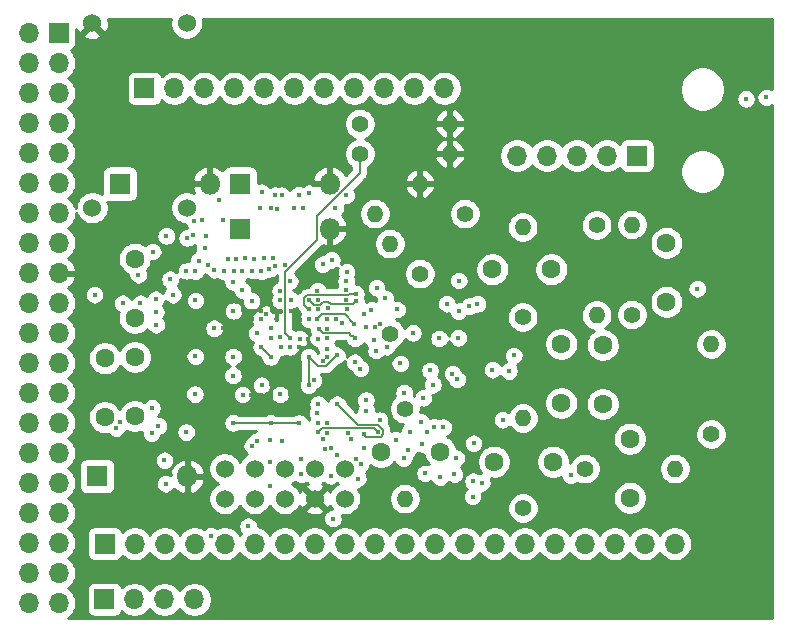
<source format=gbr>
%TF.GenerationSoftware,KiCad,Pcbnew,5.1.5+dfsg1-2build2*%
%TF.CreationDate,2021-11-19T00:53:45-06:00*%
%TF.ProjectId,Audio_Dac_I2S,41756469-6f5f-4446-9163-5f4932532e6b,rev?*%
%TF.SameCoordinates,Original*%
%TF.FileFunction,Copper,L2,Inr*%
%TF.FilePolarity,Positive*%
%FSLAX46Y46*%
G04 Gerber Fmt 4.6, Leading zero omitted, Abs format (unit mm)*
G04 Created by KiCad (PCBNEW 5.1.5+dfsg1-2build2) date 2021-11-19 00:53:45*
%MOMM*%
%LPD*%
G04 APERTURE LIST*
%TA.AperFunction,ViaPad*%
%ADD10O,1.700000X1.700000*%
%TD*%
%TA.AperFunction,ViaPad*%
%ADD11R,1.700000X1.700000*%
%TD*%
%TA.AperFunction,ViaPad*%
%ADD12O,1.400000X1.400000*%
%TD*%
%TA.AperFunction,ViaPad*%
%ADD13C,1.400000*%
%TD*%
%TA.AperFunction,ViaPad*%
%ADD14C,1.524000*%
%TD*%
%TA.AperFunction,ViaPad*%
%ADD15O,1.800000X1.800000*%
%TD*%
%TA.AperFunction,ViaPad*%
%ADD16R,1.800000X1.800000*%
%TD*%
%TA.AperFunction,ViaPad*%
%ADD17C,1.600000*%
%TD*%
%TA.AperFunction,ViaPad*%
%ADD18C,0.400000*%
%TD*%
%TA.AperFunction,Conductor*%
%ADD19C,0.127000*%
%TD*%
%TA.AperFunction,Conductor*%
%ADD20C,0.400000*%
%TD*%
%TA.AperFunction,Conductor*%
%ADD21C,0.254000*%
%TD*%
G04 APERTURE END LIST*
D10*
%TO.N,DATA*%
%TO.C,PI_OUT1*%
X195554600Y-92349320D03*
%TO.N,EN*%
X193014600Y-92349320D03*
%TO.N,INTERR*%
X190474600Y-92349320D03*
D11*
%TO.N,DCLK*%
X187934600Y-92349320D03*
%TD*%
D10*
%TO.N,GND*%
%TO.C,J2*%
X216715340Y-49072800D03*
%TO.N,h1*%
X214175340Y-49072800D03*
%TO.N,j1*%
X211635340Y-49072800D03*
%TO.N,k1*%
X209095340Y-49072800D03*
%TO.N,l1*%
X206555340Y-49072800D03*
%TO.N,m1*%
X204015340Y-49072800D03*
%TO.N,n1*%
X201475340Y-49072800D03*
%TO.N,r1*%
X198935340Y-49072800D03*
%TO.N,p1*%
X196395340Y-49072800D03*
%TO.N,u1*%
X193855340Y-49072800D03*
D11*
%TO.N,GND*%
X191315340Y-49072800D03*
%TD*%
D10*
%TO.N,SDATA*%
%TO.C,DBG1*%
X222862140Y-54772560D03*
%TO.N,LRCK*%
X225402140Y-54772560D03*
%TO.N,MCLK*%
X227942140Y-54772560D03*
%TO.N,Net-(C2-Pad2)*%
X230482140Y-54772560D03*
D11*
%TO.N,Net-(C4-Pad2)*%
X233022140Y-54772560D03*
%TD*%
D12*
%TO.N,Net-(C4-Pad1)*%
%TO.C,R13*%
X239306000Y-70739000D03*
D13*
%TO.N,Net-(C7-Pad2)*%
X239306000Y-78359000D03*
%TD*%
D12*
%TO.N,Net-(C2-Pad1)*%
%TO.C,10k*%
X232590000Y-60610000D03*
D13*
%TO.N,Net-(C6-Pad1)*%
X232590000Y-68230000D03*
%TD*%
D12*
%TO.N,Net-(C4-Pad1)*%
%TO.C,R11*%
X236220000Y-81280000D03*
D13*
%TO.N,GND*%
X228600000Y-81280000D03*
%TD*%
D12*
%TO.N,GND*%
%TO.C,10k*%
X229600000Y-68280000D03*
D13*
%TO.N,Net-(C2-Pad1)*%
X229600000Y-60660000D03*
%TD*%
D12*
%TO.N,GND*%
%TO.C,R9*%
X223370000Y-76990000D03*
D13*
%TO.N,Net-(C4-Pad2)*%
X223370000Y-84610000D03*
%TD*%
D12*
%TO.N,Net-(C2-Pad2)*%
%TO.C,267k*%
X223340000Y-60840000D03*
D13*
%TO.N,GND*%
X223340000Y-68460000D03*
%TD*%
D12*
%TO.N,V3.3*%
%TO.C,R7*%
X214630000Y-57150000D03*
D13*
%TO.N,Net-(IC1-PadH8)*%
X214630000Y-64770000D03*
%TD*%
D12*
%TO.N,V3.3*%
%TO.C,R6*%
X217170000Y-54610000D03*
D13*
%TO.N,Net-(IC1-PadG8)*%
X209550000Y-54610000D03*
%TD*%
D12*
%TO.N,GND*%
%TO.C,R4*%
X210820000Y-59690000D03*
D13*
%TO.N,tck*%
X218440000Y-59690000D03*
%TD*%
D12*
%TO.N,GND*%
%TO.C,R3*%
X212090000Y-62230000D03*
D13*
%TO.N,Net-(IC1-PadG9)*%
X212090000Y-69850000D03*
%TD*%
D12*
%TO.N,V3.3*%
%TO.C,R2*%
X217170000Y-52070000D03*
D13*
%TO.N,Net-(IC1-PadH9)*%
X209550000Y-52070000D03*
%TD*%
D12*
%TO.N,GND*%
%TO.C,R1*%
X213360000Y-83820000D03*
D13*
%TO.N,Net-(R1-Pad1)*%
X213360000Y-76200000D03*
%TD*%
D14*
%TO.N,GND*%
%TO.C,J14*%
X198120000Y-83820000D03*
%TO.N,tdi*%
X198120000Y-81280000D03*
%TO.N,Net-(J14-Pad8)*%
X200660000Y-83820000D03*
%TO.N,Net-(J14-Pad7)*%
X200660000Y-81280000D03*
%TO.N,Net-(J14-Pad6)*%
X203200000Y-83820000D03*
%TO.N,tms*%
X203200000Y-81280000D03*
%TO.N,V3.3*%
X205740000Y-83820000D03*
%TO.N,tdo*%
X205740000Y-81280000D03*
%TO.N,GND*%
X208280000Y-83820000D03*
%TO.N,tck*%
X208280000Y-81280000D03*
%TD*%
D10*
%TO.N,e5*%
%TO.C,J3*%
X236220000Y-87630000D03*
%TO.N,e4*%
X233680000Y-87630000D03*
%TO.N,d18*%
X231140000Y-87630000D03*
%TO.N,d17*%
X228600000Y-87630000D03*
%TO.N,d16*%
X226060000Y-87630000D03*
%TO.N,d15*%
X223520000Y-87630000D03*
%TO.N,d8*%
X220980000Y-87630000D03*
%TO.N,d7*%
X218440000Y-87630000D03*
%TO.N,d6*%
X215900000Y-87630000D03*
%TO.N,d5*%
X213360000Y-87630000D03*
%TO.N,d4*%
X210820000Y-87630000D03*
%TO.N,GND*%
X208280000Y-87630000D03*
%TO.N,c18*%
X205740000Y-87630000D03*
%TO.N,c17*%
X203200000Y-87630000D03*
%TO.N,c10*%
X200660000Y-87630000D03*
%TO.N,c9*%
X198120000Y-87630000D03*
%TO.N,c8*%
X195580000Y-87630000D03*
%TO.N,c7*%
X193040000Y-87630000D03*
%TO.N,c6*%
X190500000Y-87630000D03*
D11*
%TO.N,c5*%
X187960000Y-87630000D03*
%TD*%
D10*
%TO.N,DATA*%
%TO.C,J1*%
X181540000Y-92660000D03*
%TO.N,GND*%
X184080000Y-92660000D03*
%TO.N,Net-(J1-Pad26)*%
X181540000Y-74880000D03*
%TO.N,GND*%
X184080000Y-74880000D03*
%TO.N,DCLK*%
X181540000Y-69800000D03*
%TO.N,Net-(J1-Pad21)*%
X184080000Y-69800000D03*
%TO.N,GND*%
X181540000Y-79960000D03*
%TO.N,Net-(J1-Pad29)*%
X184080000Y-79960000D03*
%TO.N,Net-(J1-Pad8)*%
X181540000Y-52020000D03*
%TO.N,Net-(J1-Pad7)*%
X184080000Y-52020000D03*
%TO.N,Net-(J1-Pad32)*%
X181540000Y-82500000D03*
%TO.N,Net-(J1-Pad31)*%
X184080000Y-82500000D03*
%TO.N,INTERR*%
X181540000Y-64720000D03*
%TO.N,V3.3*%
X184080000Y-64720000D03*
%TO.N,Net-(J1-Pad36)*%
X181540000Y-87580000D03*
%TO.N,Net-(J1-Pad35)*%
X184080000Y-87580000D03*
%TO.N,GND*%
X181540000Y-85040000D03*
%TO.N,Net-(J1-Pad33)*%
X184080000Y-85040000D03*
%TO.N,Net-(J1-Pad38)*%
X181540000Y-90120000D03*
%TO.N,Net-(J1-Pad37)*%
X184080000Y-90120000D03*
%TO.N,GND*%
X181540000Y-67260000D03*
%TO.N,Net-(J1-Pad19)*%
X184080000Y-67260000D03*
%TO.N,Net-(J1-Pad10)*%
X181540000Y-54560000D03*
%TO.N,GND*%
X184080000Y-54560000D03*
X181540000Y-59640000D03*
%TO.N,Net-(J1-Pad13)*%
X184080000Y-59640000D03*
%TO.N,Net-(J1-Pad28)*%
X181540000Y-77420000D03*
%TO.N,Net-(J1-Pad27)*%
X184080000Y-77420000D03*
%TO.N,Net-(J1-Pad12)*%
X181540000Y-57100000D03*
%TO.N,Net-(J1-Pad11)*%
X184080000Y-57100000D03*
%TO.N,Net-(J1-Pad24)*%
X181540000Y-72340000D03*
%TO.N,Net-(J1-Pad23)*%
X184080000Y-72340000D03*
D11*
%TO.N,Net-(J1-Pad1)*%
X184080000Y-44400000D03*
D10*
%TO.N,5Vin*%
X181540000Y-44400000D03*
%TO.N,Net-(J1-Pad5)*%
X184080000Y-49480000D03*
%TO.N,Net-(J1-Pad4)*%
X181540000Y-46940000D03*
%TO.N,EN*%
X181540000Y-62180000D03*
%TO.N,Net-(J1-Pad15)*%
X184080000Y-62180000D03*
%TO.N,Net-(J1-Pad3)*%
X184080000Y-46940000D03*
%TO.N,GND*%
X181540000Y-49480000D03*
%TD*%
D15*
%TO.N,V3.3*%
%TO.C,D4*%
X194945000Y-81915000D03*
D16*
%TO.N,tms*%
X187325000Y-81915000D03*
%TD*%
%TO.N,tdi*%
%TO.C,D3*%
X189230000Y-57150000D03*
D15*
%TO.N,V3.3*%
X196850000Y-57150000D03*
%TD*%
%TO.N,V3.3*%
%TO.C,D2*%
X207010000Y-57150000D03*
D16*
%TO.N,tdo*%
X199390000Y-57150000D03*
%TD*%
D15*
%TO.N,V3.3*%
%TO.C,D1*%
X207010000Y-60960000D03*
D16*
%TO.N,tck*%
X199390000Y-60960000D03*
%TD*%
D14*
%TO.N,V3.3*%
%TO.C,clk1*%
X186894200Y-43587080D03*
%TO.N,CLK*%
X186894200Y-59187080D03*
%TO.N,GND*%
X194894200Y-59187080D03*
%TO.N,Net-(clk1-Pad1)*%
X194894200Y-43587080D03*
%TD*%
D17*
%TO.N,GND*%
%TO.C,C10*%
X190500000Y-71835000D03*
%TO.N,tms*%
X190500000Y-76835000D03*
%TD*%
%TO.N,GND*%
%TO.C,C9*%
X187960000Y-71940000D03*
%TO.N,tdi*%
X187960000Y-76940000D03*
%TD*%
%TO.N,GND*%
%TO.C,C8*%
X216353400Y-79832200D03*
%TO.N,tdo*%
X211353400Y-79832200D03*
%TD*%
%TO.N,Net-(C7-Pad2)*%
%TO.C,C7*%
X232410000Y-78740000D03*
%TO.N,GND*%
X232410000Y-83740000D03*
%TD*%
%TO.N,GND*%
%TO.C,C6*%
X235520000Y-62150000D03*
%TO.N,Net-(C6-Pad1)*%
X235520000Y-67150000D03*
%TD*%
%TO.N,5Vin*%
%TO.C,C5*%
X230110000Y-75810000D03*
%TO.N,GND*%
X230110000Y-70810000D03*
%TD*%
%TO.N,Net-(C4-Pad2)*%
%TO.C,C4*%
X220910000Y-80680000D03*
%TO.N,Net-(C4-Pad1)*%
X225910000Y-80680000D03*
%TD*%
%TO.N,5Vin*%
%TO.C,C3*%
X226610000Y-75710000D03*
%TO.N,GND*%
X226610000Y-70710000D03*
%TD*%
%TO.N,Net-(C2-Pad2)*%
%TO.C,C2*%
X220780000Y-64410000D03*
%TO.N,Net-(C2-Pad1)*%
X225780000Y-64410000D03*
%TD*%
%TO.N,GND*%
%TO.C,C1*%
X190500000Y-63500000D03*
%TO.N,tck*%
X190500000Y-68500000D03*
%TD*%
D18*
%TO.N,GND*%
X242252500Y-49974500D03*
X243967000Y-49847500D03*
X220789500Y-72898000D03*
X222186500Y-73025000D03*
%TO.N,Net-(IC1-PadG8)*%
X203644500Y-70231000D03*
%TO.N,DATA*%
X208419700Y-66154300D03*
%TO.N,c9*%
X206799180Y-71122540D03*
%TO.N,V3.3*%
X204528420Y-68724780D03*
X203702920Y-67906900D03*
X202824080Y-67970400D03*
X202097640Y-67886580D03*
X201198480Y-67899280D03*
X200418700Y-67891660D03*
X199636380Y-67881500D03*
%TO.N,GND*%
X195640960Y-67040760D03*
X203702920Y-66997580D03*
X205216760Y-71805800D03*
X204472540Y-70291960D03*
%TO.N,V3.3*%
X205160880Y-70271640D03*
X205211680Y-71005700D03*
X204406500Y-70998080D03*
%TO.N,GND*%
X202011280Y-77411580D03*
X207604360Y-71683880D03*
X201218800Y-71003160D03*
X202013820Y-71826120D03*
X198821040Y-77398880D03*
X208521300Y-78226920D03*
X207627220Y-75826620D03*
X204421740Y-77419200D03*
X194873880Y-64546480D03*
%TO.N,CLK*%
X199616060Y-66174620D03*
%TO.N,GND*%
X198833740Y-65463420D03*
X201155300Y-68625720D03*
%TO.N,V3.3*%
X200423780Y-68610480D03*
X199621140Y-68592700D03*
%TO.N,GND*%
X195628260Y-71777860D03*
X195600320Y-74970640D03*
X194851020Y-78183740D03*
%TO.N,V3.3*%
X199580500Y-74185780D03*
X200319640Y-74152760D03*
X200362820Y-75006200D03*
X201178160Y-75026520D03*
X202003660Y-75023980D03*
X202021440Y-74132440D03*
X202811380Y-74193400D03*
X203624180Y-74211180D03*
%TO.N,GND*%
X205229460Y-74203560D03*
%TO.N,V3.3*%
X204457300Y-75018900D03*
X203614020Y-74993500D03*
%TO.N,GND*%
X202806300Y-74996040D03*
X201236580Y-74211180D03*
X199626220Y-75006200D03*
%TO.N,V3.3*%
X198020940Y-74206100D03*
%TO.N,GND*%
X198815960Y-73398380D03*
X198826120Y-71803260D03*
%TO.N,V3.3*%
X198003160Y-69395340D03*
X198821040Y-70993000D03*
X198010780Y-70993000D03*
X198015860Y-70205600D03*
%TO.N,GND*%
X197220840Y-69400420D03*
X198861680Y-67932300D03*
X200393300Y-67073780D03*
X203621640Y-65417700D03*
X208429860Y-64617600D03*
X205960980Y-66200020D03*
X207556100Y-68592700D03*
X205232000Y-68630800D03*
X209889700Y-78359000D03*
%TO.N,d15*%
X206019400Y-75806300D03*
%TO.N,d17*%
X206019400Y-77419200D03*
%TO.N,d18*%
X206019400Y-78193900D03*
%TO.N,e5*%
X205232000Y-67792600D03*
%TO.N,e4*%
X205244700Y-66992500D03*
%TO.N,d16*%
X205968600Y-76581000D03*
%TO.N,d8*%
X206057500Y-70281800D03*
%TO.N,d7*%
X206082900Y-69430900D03*
%TO.N,d6*%
X205968600Y-68618100D03*
%TO.N,d4*%
X206019400Y-66992500D03*
%TO.N,d5*%
X206019400Y-67792600D03*
X206019400Y-67792600D03*
%TO.N,c18*%
X206806800Y-78219300D03*
%TO.N,c17*%
X206806800Y-77381100D03*
%TO.N,c10*%
X206781400Y-71793100D03*
%TO.N,c5*%
X206844900Y-67703700D03*
%TO.N,tck*%
X190805872Y-64862090D03*
X202031600Y-70205600D03*
X202984100Y-78943200D03*
%TO.N,5Vin*%
X222591500Y-71691500D03*
%TO.N,Net-(C6-Pad1)*%
X238125000Y-66040000D03*
%TO.N,tdo*%
X201623027Y-68216440D03*
X202808867Y-67021100D03*
X189230000Y-77368400D03*
X201980800Y-78867000D03*
X196187060Y-60247622D03*
X197612000Y-58541920D03*
%TO.N,tdi*%
X188928474Y-77854274D03*
X193167000Y-61569600D03*
X194945000Y-61747400D03*
X202336400Y-64084200D03*
X202819000Y-66201900D03*
%TO.N,tms*%
X200820001Y-69819599D03*
X202031600Y-69392800D03*
X200863199Y-78943199D03*
%TO.N,CLK*%
X192022672Y-62899999D03*
X195900040Y-63662560D03*
X196699687Y-64054339D03*
%TO.N,Net-(IC1-PadH9)*%
X203225400Y-64033400D03*
X202844400Y-70993000D03*
%TO.N,Net-(IC1-PadH8)*%
X202819000Y-70154800D03*
%TO.N,Net-(IC1-PadG9)*%
X203657200Y-70967600D03*
%TO.N,Net-(IC1-PadG8)*%
X209550000Y-54610000D03*
%TO.N,e5*%
X221645480Y-77144880D03*
X212722460Y-67797680D03*
%TO.N,e4*%
X227398580Y-81836260D03*
X211721700Y-66868040D03*
X210976944Y-65965804D03*
X209204560Y-67111880D03*
%TO.N,d18*%
X219184220Y-79133700D03*
X216618820Y-77782420D03*
X211123813Y-78184727D03*
%TO.N,d17*%
X219882720Y-82478880D03*
X217711020Y-80391000D03*
X214802720Y-79174340D03*
X213763860Y-78135480D03*
X211223324Y-77165736D03*
%TO.N,d16*%
X219146120Y-82349340D03*
X217545920Y-81765140D03*
X216362280Y-81998820D03*
X215079580Y-81683860D03*
X213273640Y-80416400D03*
X212623400Y-78849220D03*
X210093560Y-76387960D03*
%TO.N,d15*%
X219108020Y-83644740D03*
X215239600Y-78201520D03*
X214701120Y-77299820D03*
X210078320Y-75468480D03*
%TO.N,d8*%
X215818720Y-77718920D03*
X214045800Y-69781420D03*
X210931760Y-71285100D03*
%TO.N,d7*%
X214922100Y-75293220D03*
X213301580Y-74853800D03*
X212981540Y-72372220D03*
X209161380Y-70240500D03*
%TO.N,d6*%
X211259420Y-68990500D03*
X209080100Y-68990500D03*
%TO.N,d5*%
X213601300Y-79705200D03*
X211839076Y-70951824D03*
X210807300Y-69291200D03*
X210540600Y-67830700D03*
X207175100Y-63588900D03*
%TO.N,d4*%
X210718400Y-70383400D03*
X210083400Y-69253100D03*
X209883401Y-68209500D03*
X206413100Y-63982600D03*
%TO.N,c18*%
X207276700Y-85509100D03*
X209388100Y-82133853D03*
X209623001Y-80889500D03*
X209889700Y-79533800D03*
X208816600Y-78730499D03*
%TO.N,c10*%
X209232501Y-80441801D03*
X209597600Y-72809100D03*
%TO.N,c9*%
X200096120Y-86161880D03*
X201914760Y-82707480D03*
X201914760Y-80705960D03*
X205639598Y-73800000D03*
%TO.N,c8*%
X196938900Y-86979999D03*
X204609700Y-81749900D03*
X204609700Y-80454500D03*
X206603475Y-79591951D03*
X209118200Y-72275700D03*
X206439598Y-72200000D03*
X206768700Y-70240500D03*
%TO.N,c7*%
X207095627Y-81886327D03*
X207657700Y-80086200D03*
X206810000Y-69418200D03*
X208013763Y-68986855D03*
%TO.N,c6*%
X207124300Y-79511500D03*
X206819500Y-68592700D03*
%TO.N,c5*%
X193014600Y-80568800D03*
X200456800Y-79333700D03*
X206425800Y-78730500D03*
%TO.N,MCLK*%
X215739980Y-74173080D03*
X217789760Y-73708260D03*
X217883740Y-70197980D03*
X219499180Y-67332860D03*
%TO.N,LRCK*%
X215500000Y-72960000D03*
X217402000Y-73230740D03*
X217932000Y-67942460D03*
X218830500Y-67510660D03*
%TO.N,SDATA*%
X216270840Y-70258940D03*
X216923620Y-67310000D03*
X217937080Y-65359280D03*
%TO.N,DCLK*%
X208407000Y-65405000D03*
%TO.N,EN*%
X208432400Y-67792600D03*
X190982600Y-67284600D03*
X189484000Y-67284600D03*
X193126360Y-82550000D03*
X192501520Y-77663040D03*
X192307157Y-69096837D03*
%TO.N,INTERR*%
X208407000Y-66979800D03*
X193725800Y-66548000D03*
X187096400Y-66548000D03*
%TO.N,DATA*%
X191922400Y-78267560D03*
X192278000Y-66938500D03*
X192278000Y-68008500D03*
X191960500Y-76136500D03*
%TO.N,DCLK*%
X193497200Y-65252600D03*
%TO.N,u1*%
X195554600Y-60302140D03*
X195420383Y-61519932D03*
X196408040Y-62590680D03*
X195620000Y-64582700D03*
%TO.N,r1*%
X197238620Y-64444880D03*
X198003160Y-60251340D03*
%TO.N,p1*%
X196519800Y-61554360D03*
X198393660Y-63536355D03*
X198020000Y-64582700D03*
%TO.N,n1*%
X198866760Y-64503300D03*
X199059800Y-63541300D03*
X201114660Y-59207400D03*
X201236580Y-57878980D03*
%TO.N,m1*%
X202369420Y-58135999D03*
X202023980Y-59245500D03*
X199864980Y-63441580D03*
X199620000Y-64582700D03*
%TO.N,l1*%
X200464420Y-64508380D03*
X200616820Y-63510160D03*
X202582780Y-59260740D03*
X202928995Y-58128675D03*
%TO.N,k1*%
X204416660Y-58089800D03*
X203992480Y-59189999D03*
X201447400Y-63441580D03*
X201220000Y-64582700D03*
%TO.N,j1*%
X201896134Y-64373849D03*
X202194160Y-63413640D03*
X204744320Y-59222640D03*
X205237080Y-57965340D03*
%TO.N,h1*%
X208399380Y-58135999D03*
X207477360Y-59189999D03*
%TO.N,e5*%
X209232500Y-66484500D03*
%TD*%
D19*
%TO.N,GND*%
X202018900Y-77419200D02*
X202011280Y-77411580D01*
X204421740Y-77419200D02*
X202018900Y-77419200D01*
X198833740Y-77411580D02*
X198821040Y-77398880D01*
X202011280Y-77411580D02*
X198833740Y-77411580D01*
X205229460Y-71818500D02*
X205216760Y-71805800D01*
X205229460Y-74203560D02*
X205229460Y-71818500D01*
X207404361Y-71883879D02*
X207604360Y-71683880D01*
X206697739Y-72590501D02*
X207404361Y-71883879D01*
X206001461Y-72590501D02*
X206697739Y-72590501D01*
X205216760Y-71805800D02*
X206001461Y-72590501D01*
X211311254Y-78575228D02*
X210105928Y-78575228D01*
X211514314Y-78372168D02*
X211311254Y-78575228D01*
X211514314Y-77997286D02*
X211514314Y-78372168D01*
X211091817Y-77574789D02*
X211514314Y-77997286D01*
X210105928Y-78575228D02*
X209889700Y-78359000D01*
X209375389Y-77574789D02*
X211091817Y-77574789D01*
X207627220Y-75826620D02*
X209375389Y-77574789D01*
X202013820Y-71798180D02*
X201218800Y-71003160D01*
X202013820Y-71826120D02*
X202013820Y-71798180D01*
D20*
%TO.N,V3.3*%
X202181460Y-67970400D02*
X202097640Y-67886580D01*
X202824080Y-67970400D02*
X202181460Y-67970400D01*
D19*
X200426320Y-67899280D02*
X200418700Y-67891660D01*
X201198480Y-67899280D02*
X200426320Y-67899280D01*
X205160880Y-70954900D02*
X205211680Y-71005700D01*
X205160880Y-70271640D02*
X205160880Y-70954900D01*
X204414120Y-71005700D02*
X204406500Y-70998080D01*
X205211680Y-71005700D02*
X204414120Y-71005700D01*
%TO.N,Net-(IC1-PadG8)*%
X209550000Y-56223942D02*
X209550000Y-55599949D01*
X205919499Y-59854443D02*
X209550000Y-56223942D01*
X205919499Y-61917243D02*
X205919499Y-59854443D01*
X209550000Y-55599949D02*
X209550000Y-54610000D01*
X203231139Y-64605603D02*
X205919499Y-61917243D01*
X203231139Y-69817639D02*
X203231139Y-64605603D01*
X203644500Y-70231000D02*
X203231139Y-69817639D01*
%TO.N,e5*%
X206206701Y-66601999D02*
X205057259Y-66601999D01*
X208594441Y-66589299D02*
X206219401Y-66589299D01*
X206219401Y-66589299D02*
X206206701Y-66601999D01*
X205032001Y-67592601D02*
X205232000Y-67792600D01*
X204854199Y-66805059D02*
X204854199Y-67414799D01*
X204854199Y-67414799D02*
X205032001Y-67592601D01*
X205057259Y-66601999D02*
X204854199Y-66805059D01*
%TO.N,e4*%
X205635201Y-67383001D02*
X205444699Y-67192499D01*
X205444699Y-67192499D02*
X205244700Y-66992500D01*
X206206841Y-67383001D02*
X205635201Y-67383001D01*
X206409901Y-67179941D02*
X206206841Y-67383001D01*
X206899083Y-67179941D02*
X206409901Y-67179941D01*
X207089443Y-67370301D02*
X206899083Y-67179941D01*
X208946139Y-67370301D02*
X207089443Y-67370301D01*
X209204560Y-67111880D02*
X208946139Y-67370301D01*
%TO.N,d18*%
X206384501Y-77828799D02*
X206219399Y-77993901D01*
X206219399Y-77993901D02*
X206019400Y-78193900D01*
X210767885Y-77828799D02*
X206384501Y-77828799D01*
X211123813Y-78184727D02*
X210767885Y-77828799D01*
%TO.N,d7*%
X208961381Y-70040501D02*
X208851501Y-70040501D01*
X209161380Y-70240500D02*
X208961381Y-70040501D01*
X208619701Y-69808701D02*
X206431539Y-69808701D01*
X208851501Y-70040501D02*
X208619701Y-69808701D01*
X206431539Y-69779539D02*
X206082900Y-69430900D01*
X206431539Y-69808701D02*
X206431539Y-69779539D01*
%TO.N,d6*%
X208291799Y-68202199D02*
X206296919Y-68202199D01*
X209080100Y-68990500D02*
X208291799Y-68202199D01*
X206296919Y-68289781D02*
X205968600Y-68618100D01*
X206296919Y-68202199D02*
X206296919Y-68289781D01*
%TO.N,e5*%
X208699240Y-66484500D02*
X208594441Y-66589299D01*
X209232500Y-66484500D02*
X208699240Y-66484500D01*
%TD*%
D21*
%TO.N,V3.3*%
G36*
X193497200Y-43449488D02*
G01*
X193497200Y-43724672D01*
X193550886Y-43994570D01*
X193656195Y-44248807D01*
X193809080Y-44477615D01*
X194003665Y-44672200D01*
X194232473Y-44825085D01*
X194486710Y-44930394D01*
X194756608Y-44984080D01*
X195031792Y-44984080D01*
X195301690Y-44930394D01*
X195555927Y-44825085D01*
X195784735Y-44672200D01*
X195979320Y-44477615D01*
X196132205Y-44248807D01*
X196237514Y-43994570D01*
X196291200Y-43724672D01*
X196291200Y-43449488D01*
X196242568Y-43205000D01*
X244450001Y-43205000D01*
X244450001Y-49165985D01*
X244362521Y-49107533D01*
X244210560Y-49044589D01*
X244049240Y-49012500D01*
X243884760Y-49012500D01*
X243723440Y-49044589D01*
X243571479Y-49107533D01*
X243434719Y-49198913D01*
X243318413Y-49315219D01*
X243227033Y-49451979D01*
X243164089Y-49603940D01*
X243132000Y-49765260D01*
X243132000Y-49929740D01*
X243164089Y-50091060D01*
X243227033Y-50243021D01*
X243318413Y-50379781D01*
X243434719Y-50496087D01*
X243571479Y-50587467D01*
X243723440Y-50650411D01*
X243884760Y-50682500D01*
X244049240Y-50682500D01*
X244210560Y-50650411D01*
X244362521Y-50587467D01*
X244450001Y-50529015D01*
X244450000Y-93955000D01*
X184814825Y-93955000D01*
X185026632Y-93813475D01*
X185233475Y-93606632D01*
X185395990Y-93363411D01*
X185507932Y-93093158D01*
X185565000Y-92806260D01*
X185565000Y-92513740D01*
X185507932Y-92226842D01*
X185395990Y-91956589D01*
X185233475Y-91713368D01*
X185026632Y-91506525D01*
X185015849Y-91499320D01*
X186446528Y-91499320D01*
X186446528Y-93199320D01*
X186458788Y-93323802D01*
X186495098Y-93443500D01*
X186554063Y-93553814D01*
X186633415Y-93650505D01*
X186730106Y-93729857D01*
X186840420Y-93788822D01*
X186960118Y-93825132D01*
X187084600Y-93837392D01*
X188784600Y-93837392D01*
X188909082Y-93825132D01*
X189028780Y-93788822D01*
X189139094Y-93729857D01*
X189235785Y-93650505D01*
X189315137Y-93553814D01*
X189374102Y-93443500D01*
X189396113Y-93370940D01*
X189527968Y-93502795D01*
X189771189Y-93665310D01*
X190041442Y-93777252D01*
X190328340Y-93834320D01*
X190620860Y-93834320D01*
X190907758Y-93777252D01*
X191178011Y-93665310D01*
X191421232Y-93502795D01*
X191628075Y-93295952D01*
X191744600Y-93121560D01*
X191861125Y-93295952D01*
X192067968Y-93502795D01*
X192311189Y-93665310D01*
X192581442Y-93777252D01*
X192868340Y-93834320D01*
X193160860Y-93834320D01*
X193447758Y-93777252D01*
X193718011Y-93665310D01*
X193961232Y-93502795D01*
X194168075Y-93295952D01*
X194284600Y-93121560D01*
X194401125Y-93295952D01*
X194607968Y-93502795D01*
X194851189Y-93665310D01*
X195121442Y-93777252D01*
X195408340Y-93834320D01*
X195700860Y-93834320D01*
X195987758Y-93777252D01*
X196258011Y-93665310D01*
X196501232Y-93502795D01*
X196708075Y-93295952D01*
X196870590Y-93052731D01*
X196982532Y-92782478D01*
X197039600Y-92495580D01*
X197039600Y-92203060D01*
X196982532Y-91916162D01*
X196870590Y-91645909D01*
X196708075Y-91402688D01*
X196501232Y-91195845D01*
X196258011Y-91033330D01*
X195987758Y-90921388D01*
X195700860Y-90864320D01*
X195408340Y-90864320D01*
X195121442Y-90921388D01*
X194851189Y-91033330D01*
X194607968Y-91195845D01*
X194401125Y-91402688D01*
X194284600Y-91577080D01*
X194168075Y-91402688D01*
X193961232Y-91195845D01*
X193718011Y-91033330D01*
X193447758Y-90921388D01*
X193160860Y-90864320D01*
X192868340Y-90864320D01*
X192581442Y-90921388D01*
X192311189Y-91033330D01*
X192067968Y-91195845D01*
X191861125Y-91402688D01*
X191744600Y-91577080D01*
X191628075Y-91402688D01*
X191421232Y-91195845D01*
X191178011Y-91033330D01*
X190907758Y-90921388D01*
X190620860Y-90864320D01*
X190328340Y-90864320D01*
X190041442Y-90921388D01*
X189771189Y-91033330D01*
X189527968Y-91195845D01*
X189396113Y-91327700D01*
X189374102Y-91255140D01*
X189315137Y-91144826D01*
X189235785Y-91048135D01*
X189139094Y-90968783D01*
X189028780Y-90909818D01*
X188909082Y-90873508D01*
X188784600Y-90861248D01*
X187084600Y-90861248D01*
X186960118Y-90873508D01*
X186840420Y-90909818D01*
X186730106Y-90968783D01*
X186633415Y-91048135D01*
X186554063Y-91144826D01*
X186495098Y-91255140D01*
X186458788Y-91374838D01*
X186446528Y-91499320D01*
X185015849Y-91499320D01*
X184852240Y-91390000D01*
X185026632Y-91273475D01*
X185233475Y-91066632D01*
X185395990Y-90823411D01*
X185507932Y-90553158D01*
X185565000Y-90266260D01*
X185565000Y-89973740D01*
X185507932Y-89686842D01*
X185395990Y-89416589D01*
X185233475Y-89173368D01*
X185026632Y-88966525D01*
X184852240Y-88850000D01*
X185026632Y-88733475D01*
X185233475Y-88526632D01*
X185395990Y-88283411D01*
X185507932Y-88013158D01*
X185565000Y-87726260D01*
X185565000Y-87433740D01*
X185507932Y-87146842D01*
X185395990Y-86876589D01*
X185331452Y-86780000D01*
X186471928Y-86780000D01*
X186471928Y-88480000D01*
X186484188Y-88604482D01*
X186520498Y-88724180D01*
X186579463Y-88834494D01*
X186658815Y-88931185D01*
X186755506Y-89010537D01*
X186865820Y-89069502D01*
X186985518Y-89105812D01*
X187110000Y-89118072D01*
X188810000Y-89118072D01*
X188934482Y-89105812D01*
X189054180Y-89069502D01*
X189164494Y-89010537D01*
X189261185Y-88931185D01*
X189340537Y-88834494D01*
X189399502Y-88724180D01*
X189421513Y-88651620D01*
X189553368Y-88783475D01*
X189796589Y-88945990D01*
X190066842Y-89057932D01*
X190353740Y-89115000D01*
X190646260Y-89115000D01*
X190933158Y-89057932D01*
X191203411Y-88945990D01*
X191446632Y-88783475D01*
X191653475Y-88576632D01*
X191770000Y-88402240D01*
X191886525Y-88576632D01*
X192093368Y-88783475D01*
X192336589Y-88945990D01*
X192606842Y-89057932D01*
X192893740Y-89115000D01*
X193186260Y-89115000D01*
X193473158Y-89057932D01*
X193743411Y-88945990D01*
X193986632Y-88783475D01*
X194193475Y-88576632D01*
X194310000Y-88402240D01*
X194426525Y-88576632D01*
X194633368Y-88783475D01*
X194876589Y-88945990D01*
X195146842Y-89057932D01*
X195433740Y-89115000D01*
X195726260Y-89115000D01*
X196013158Y-89057932D01*
X196283411Y-88945990D01*
X196526632Y-88783475D01*
X196733475Y-88576632D01*
X196850000Y-88402240D01*
X196966525Y-88576632D01*
X197173368Y-88783475D01*
X197416589Y-88945990D01*
X197686842Y-89057932D01*
X197973740Y-89115000D01*
X198266260Y-89115000D01*
X198553158Y-89057932D01*
X198823411Y-88945990D01*
X199066632Y-88783475D01*
X199273475Y-88576632D01*
X199390000Y-88402240D01*
X199506525Y-88576632D01*
X199713368Y-88783475D01*
X199956589Y-88945990D01*
X200226842Y-89057932D01*
X200513740Y-89115000D01*
X200806260Y-89115000D01*
X201093158Y-89057932D01*
X201363411Y-88945990D01*
X201606632Y-88783475D01*
X201813475Y-88576632D01*
X201930000Y-88402240D01*
X202046525Y-88576632D01*
X202253368Y-88783475D01*
X202496589Y-88945990D01*
X202766842Y-89057932D01*
X203053740Y-89115000D01*
X203346260Y-89115000D01*
X203633158Y-89057932D01*
X203903411Y-88945990D01*
X204146632Y-88783475D01*
X204353475Y-88576632D01*
X204470000Y-88402240D01*
X204586525Y-88576632D01*
X204793368Y-88783475D01*
X205036589Y-88945990D01*
X205306842Y-89057932D01*
X205593740Y-89115000D01*
X205886260Y-89115000D01*
X206173158Y-89057932D01*
X206443411Y-88945990D01*
X206686632Y-88783475D01*
X206893475Y-88576632D01*
X207010000Y-88402240D01*
X207126525Y-88576632D01*
X207333368Y-88783475D01*
X207576589Y-88945990D01*
X207846842Y-89057932D01*
X208133740Y-89115000D01*
X208426260Y-89115000D01*
X208713158Y-89057932D01*
X208983411Y-88945990D01*
X209226632Y-88783475D01*
X209433475Y-88576632D01*
X209550000Y-88402240D01*
X209666525Y-88576632D01*
X209873368Y-88783475D01*
X210116589Y-88945990D01*
X210386842Y-89057932D01*
X210673740Y-89115000D01*
X210966260Y-89115000D01*
X211253158Y-89057932D01*
X211523411Y-88945990D01*
X211766632Y-88783475D01*
X211973475Y-88576632D01*
X212090000Y-88402240D01*
X212206525Y-88576632D01*
X212413368Y-88783475D01*
X212656589Y-88945990D01*
X212926842Y-89057932D01*
X213213740Y-89115000D01*
X213506260Y-89115000D01*
X213793158Y-89057932D01*
X214063411Y-88945990D01*
X214306632Y-88783475D01*
X214513475Y-88576632D01*
X214630000Y-88402240D01*
X214746525Y-88576632D01*
X214953368Y-88783475D01*
X215196589Y-88945990D01*
X215466842Y-89057932D01*
X215753740Y-89115000D01*
X216046260Y-89115000D01*
X216333158Y-89057932D01*
X216603411Y-88945990D01*
X216846632Y-88783475D01*
X217053475Y-88576632D01*
X217170000Y-88402240D01*
X217286525Y-88576632D01*
X217493368Y-88783475D01*
X217736589Y-88945990D01*
X218006842Y-89057932D01*
X218293740Y-89115000D01*
X218586260Y-89115000D01*
X218873158Y-89057932D01*
X219143411Y-88945990D01*
X219386632Y-88783475D01*
X219593475Y-88576632D01*
X219710000Y-88402240D01*
X219826525Y-88576632D01*
X220033368Y-88783475D01*
X220276589Y-88945990D01*
X220546842Y-89057932D01*
X220833740Y-89115000D01*
X221126260Y-89115000D01*
X221413158Y-89057932D01*
X221683411Y-88945990D01*
X221926632Y-88783475D01*
X222133475Y-88576632D01*
X222250000Y-88402240D01*
X222366525Y-88576632D01*
X222573368Y-88783475D01*
X222816589Y-88945990D01*
X223086842Y-89057932D01*
X223373740Y-89115000D01*
X223666260Y-89115000D01*
X223953158Y-89057932D01*
X224223411Y-88945990D01*
X224466632Y-88783475D01*
X224673475Y-88576632D01*
X224790000Y-88402240D01*
X224906525Y-88576632D01*
X225113368Y-88783475D01*
X225356589Y-88945990D01*
X225626842Y-89057932D01*
X225913740Y-89115000D01*
X226206260Y-89115000D01*
X226493158Y-89057932D01*
X226763411Y-88945990D01*
X227006632Y-88783475D01*
X227213475Y-88576632D01*
X227330000Y-88402240D01*
X227446525Y-88576632D01*
X227653368Y-88783475D01*
X227896589Y-88945990D01*
X228166842Y-89057932D01*
X228453740Y-89115000D01*
X228746260Y-89115000D01*
X229033158Y-89057932D01*
X229303411Y-88945990D01*
X229546632Y-88783475D01*
X229753475Y-88576632D01*
X229870000Y-88402240D01*
X229986525Y-88576632D01*
X230193368Y-88783475D01*
X230436589Y-88945990D01*
X230706842Y-89057932D01*
X230993740Y-89115000D01*
X231286260Y-89115000D01*
X231573158Y-89057932D01*
X231843411Y-88945990D01*
X232086632Y-88783475D01*
X232293475Y-88576632D01*
X232410000Y-88402240D01*
X232526525Y-88576632D01*
X232733368Y-88783475D01*
X232976589Y-88945990D01*
X233246842Y-89057932D01*
X233533740Y-89115000D01*
X233826260Y-89115000D01*
X234113158Y-89057932D01*
X234383411Y-88945990D01*
X234626632Y-88783475D01*
X234833475Y-88576632D01*
X234950000Y-88402240D01*
X235066525Y-88576632D01*
X235273368Y-88783475D01*
X235516589Y-88945990D01*
X235786842Y-89057932D01*
X236073740Y-89115000D01*
X236366260Y-89115000D01*
X236653158Y-89057932D01*
X236923411Y-88945990D01*
X237166632Y-88783475D01*
X237373475Y-88576632D01*
X237535990Y-88333411D01*
X237647932Y-88063158D01*
X237705000Y-87776260D01*
X237705000Y-87483740D01*
X237647932Y-87196842D01*
X237535990Y-86926589D01*
X237373475Y-86683368D01*
X237166632Y-86476525D01*
X236923411Y-86314010D01*
X236653158Y-86202068D01*
X236366260Y-86145000D01*
X236073740Y-86145000D01*
X235786842Y-86202068D01*
X235516589Y-86314010D01*
X235273368Y-86476525D01*
X235066525Y-86683368D01*
X234950000Y-86857760D01*
X234833475Y-86683368D01*
X234626632Y-86476525D01*
X234383411Y-86314010D01*
X234113158Y-86202068D01*
X233826260Y-86145000D01*
X233533740Y-86145000D01*
X233246842Y-86202068D01*
X232976589Y-86314010D01*
X232733368Y-86476525D01*
X232526525Y-86683368D01*
X232410000Y-86857760D01*
X232293475Y-86683368D01*
X232086632Y-86476525D01*
X231843411Y-86314010D01*
X231573158Y-86202068D01*
X231286260Y-86145000D01*
X230993740Y-86145000D01*
X230706842Y-86202068D01*
X230436589Y-86314010D01*
X230193368Y-86476525D01*
X229986525Y-86683368D01*
X229870000Y-86857760D01*
X229753475Y-86683368D01*
X229546632Y-86476525D01*
X229303411Y-86314010D01*
X229033158Y-86202068D01*
X228746260Y-86145000D01*
X228453740Y-86145000D01*
X228166842Y-86202068D01*
X227896589Y-86314010D01*
X227653368Y-86476525D01*
X227446525Y-86683368D01*
X227330000Y-86857760D01*
X227213475Y-86683368D01*
X227006632Y-86476525D01*
X226763411Y-86314010D01*
X226493158Y-86202068D01*
X226206260Y-86145000D01*
X225913740Y-86145000D01*
X225626842Y-86202068D01*
X225356589Y-86314010D01*
X225113368Y-86476525D01*
X224906525Y-86683368D01*
X224790000Y-86857760D01*
X224673475Y-86683368D01*
X224466632Y-86476525D01*
X224223411Y-86314010D01*
X223953158Y-86202068D01*
X223666260Y-86145000D01*
X223373740Y-86145000D01*
X223086842Y-86202068D01*
X222816589Y-86314010D01*
X222573368Y-86476525D01*
X222366525Y-86683368D01*
X222250000Y-86857760D01*
X222133475Y-86683368D01*
X221926632Y-86476525D01*
X221683411Y-86314010D01*
X221413158Y-86202068D01*
X221126260Y-86145000D01*
X220833740Y-86145000D01*
X220546842Y-86202068D01*
X220276589Y-86314010D01*
X220033368Y-86476525D01*
X219826525Y-86683368D01*
X219710000Y-86857760D01*
X219593475Y-86683368D01*
X219386632Y-86476525D01*
X219143411Y-86314010D01*
X218873158Y-86202068D01*
X218586260Y-86145000D01*
X218293740Y-86145000D01*
X218006842Y-86202068D01*
X217736589Y-86314010D01*
X217493368Y-86476525D01*
X217286525Y-86683368D01*
X217170000Y-86857760D01*
X217053475Y-86683368D01*
X216846632Y-86476525D01*
X216603411Y-86314010D01*
X216333158Y-86202068D01*
X216046260Y-86145000D01*
X215753740Y-86145000D01*
X215466842Y-86202068D01*
X215196589Y-86314010D01*
X214953368Y-86476525D01*
X214746525Y-86683368D01*
X214630000Y-86857760D01*
X214513475Y-86683368D01*
X214306632Y-86476525D01*
X214063411Y-86314010D01*
X213793158Y-86202068D01*
X213506260Y-86145000D01*
X213213740Y-86145000D01*
X212926842Y-86202068D01*
X212656589Y-86314010D01*
X212413368Y-86476525D01*
X212206525Y-86683368D01*
X212090000Y-86857760D01*
X211973475Y-86683368D01*
X211766632Y-86476525D01*
X211523411Y-86314010D01*
X211253158Y-86202068D01*
X210966260Y-86145000D01*
X210673740Y-86145000D01*
X210386842Y-86202068D01*
X210116589Y-86314010D01*
X209873368Y-86476525D01*
X209666525Y-86683368D01*
X209550000Y-86857760D01*
X209433475Y-86683368D01*
X209226632Y-86476525D01*
X208983411Y-86314010D01*
X208713158Y-86202068D01*
X208426260Y-86145000D01*
X208133740Y-86145000D01*
X207846842Y-86202068D01*
X207576589Y-86314010D01*
X207333368Y-86476525D01*
X207126525Y-86683368D01*
X207010000Y-86857760D01*
X206893475Y-86683368D01*
X206686632Y-86476525D01*
X206443411Y-86314010D01*
X206173158Y-86202068D01*
X205886260Y-86145000D01*
X205593740Y-86145000D01*
X205306842Y-86202068D01*
X205036589Y-86314010D01*
X204793368Y-86476525D01*
X204586525Y-86683368D01*
X204470000Y-86857760D01*
X204353475Y-86683368D01*
X204146632Y-86476525D01*
X203903411Y-86314010D01*
X203633158Y-86202068D01*
X203346260Y-86145000D01*
X203053740Y-86145000D01*
X202766842Y-86202068D01*
X202496589Y-86314010D01*
X202253368Y-86476525D01*
X202046525Y-86683368D01*
X201930000Y-86857760D01*
X201813475Y-86683368D01*
X201606632Y-86476525D01*
X201363411Y-86314010D01*
X201093158Y-86202068D01*
X200931120Y-86169836D01*
X200931120Y-86079640D01*
X200899031Y-85918320D01*
X200836087Y-85766359D01*
X200744707Y-85629599D01*
X200628401Y-85513293D01*
X200491641Y-85421913D01*
X200339680Y-85358969D01*
X200178360Y-85326880D01*
X200013880Y-85326880D01*
X199852560Y-85358969D01*
X199700599Y-85421913D01*
X199563839Y-85513293D01*
X199447533Y-85629599D01*
X199356153Y-85766359D01*
X199293209Y-85918320D01*
X199261120Y-86079640D01*
X199261120Y-86244120D01*
X199293209Y-86405440D01*
X199356153Y-86557401D01*
X199447533Y-86694161D01*
X199478573Y-86725201D01*
X199390000Y-86857760D01*
X199273475Y-86683368D01*
X199066632Y-86476525D01*
X198823411Y-86314010D01*
X198553158Y-86202068D01*
X198266260Y-86145000D01*
X197973740Y-86145000D01*
X197686842Y-86202068D01*
X197434212Y-86306710D01*
X197334421Y-86240032D01*
X197182460Y-86177088D01*
X197021140Y-86144999D01*
X196856660Y-86144999D01*
X196695340Y-86177088D01*
X196543379Y-86240032D01*
X196406619Y-86331412D01*
X196367701Y-86370330D01*
X196283411Y-86314010D01*
X196013158Y-86202068D01*
X195726260Y-86145000D01*
X195433740Y-86145000D01*
X195146842Y-86202068D01*
X194876589Y-86314010D01*
X194633368Y-86476525D01*
X194426525Y-86683368D01*
X194310000Y-86857760D01*
X194193475Y-86683368D01*
X193986632Y-86476525D01*
X193743411Y-86314010D01*
X193473158Y-86202068D01*
X193186260Y-86145000D01*
X192893740Y-86145000D01*
X192606842Y-86202068D01*
X192336589Y-86314010D01*
X192093368Y-86476525D01*
X191886525Y-86683368D01*
X191770000Y-86857760D01*
X191653475Y-86683368D01*
X191446632Y-86476525D01*
X191203411Y-86314010D01*
X190933158Y-86202068D01*
X190646260Y-86145000D01*
X190353740Y-86145000D01*
X190066842Y-86202068D01*
X189796589Y-86314010D01*
X189553368Y-86476525D01*
X189421513Y-86608380D01*
X189399502Y-86535820D01*
X189340537Y-86425506D01*
X189261185Y-86328815D01*
X189164494Y-86249463D01*
X189054180Y-86190498D01*
X188934482Y-86154188D01*
X188810000Y-86141928D01*
X187110000Y-86141928D01*
X186985518Y-86154188D01*
X186865820Y-86190498D01*
X186755506Y-86249463D01*
X186658815Y-86328815D01*
X186579463Y-86425506D01*
X186520498Y-86535820D01*
X186484188Y-86655518D01*
X186471928Y-86780000D01*
X185331452Y-86780000D01*
X185233475Y-86633368D01*
X185026632Y-86426525D01*
X184852240Y-86310000D01*
X185026632Y-86193475D01*
X185233475Y-85986632D01*
X185395990Y-85743411D01*
X185507932Y-85473158D01*
X185565000Y-85186260D01*
X185565000Y-84893740D01*
X185507932Y-84606842D01*
X185395990Y-84336589D01*
X185233475Y-84093368D01*
X185026632Y-83886525D01*
X184852240Y-83770000D01*
X185026632Y-83653475D01*
X185233475Y-83446632D01*
X185395990Y-83203411D01*
X185507932Y-82933158D01*
X185565000Y-82646260D01*
X185565000Y-82353740D01*
X185507932Y-82066842D01*
X185395990Y-81796589D01*
X185233475Y-81553368D01*
X185026632Y-81346525D01*
X184852240Y-81230000D01*
X185026632Y-81113475D01*
X185125107Y-81015000D01*
X185786928Y-81015000D01*
X185786928Y-82815000D01*
X185799188Y-82939482D01*
X185835498Y-83059180D01*
X185894463Y-83169494D01*
X185973815Y-83266185D01*
X186070506Y-83345537D01*
X186180820Y-83404502D01*
X186300518Y-83440812D01*
X186425000Y-83453072D01*
X188225000Y-83453072D01*
X188349482Y-83440812D01*
X188469180Y-83404502D01*
X188579494Y-83345537D01*
X188676185Y-83266185D01*
X188755537Y-83169494D01*
X188814502Y-83059180D01*
X188850812Y-82939482D01*
X188863072Y-82815000D01*
X188863072Y-81015000D01*
X188850812Y-80890518D01*
X188814502Y-80770820D01*
X188755537Y-80660506D01*
X188676185Y-80563815D01*
X188582050Y-80486560D01*
X192179600Y-80486560D01*
X192179600Y-80651040D01*
X192211689Y-80812360D01*
X192274633Y-80964321D01*
X192366013Y-81101081D01*
X192482319Y-81217387D01*
X192619079Y-81308767D01*
X192771040Y-81371711D01*
X192932360Y-81403800D01*
X193096840Y-81403800D01*
X193258160Y-81371711D01*
X193410121Y-81308767D01*
X193546881Y-81217387D01*
X193620852Y-81143416D01*
X193502606Y-81389893D01*
X193453964Y-81550260D01*
X193574621Y-81787998D01*
X193468684Y-81787998D01*
X193369920Y-81747089D01*
X193208600Y-81715000D01*
X193044120Y-81715000D01*
X192882800Y-81747089D01*
X192730839Y-81810033D01*
X192594079Y-81901413D01*
X192477773Y-82017719D01*
X192386393Y-82154479D01*
X192323449Y-82306440D01*
X192291360Y-82467760D01*
X192291360Y-82632240D01*
X192323449Y-82793560D01*
X192386393Y-82945521D01*
X192477773Y-83082281D01*
X192594079Y-83198587D01*
X192730839Y-83289967D01*
X192882800Y-83352911D01*
X193044120Y-83385000D01*
X193208600Y-83385000D01*
X193369920Y-83352911D01*
X193521881Y-83289967D01*
X193658641Y-83198587D01*
X193774947Y-83082281D01*
X193843728Y-82979343D01*
X194037427Y-83152962D01*
X194296380Y-83306234D01*
X194580259Y-83406041D01*
X194818000Y-83285992D01*
X194818000Y-82042000D01*
X195072000Y-82042000D01*
X195072000Y-83285992D01*
X195309741Y-83406041D01*
X195593620Y-83306234D01*
X195852573Y-83152962D01*
X196076649Y-82952116D01*
X196257236Y-82711414D01*
X196387394Y-82440107D01*
X196436036Y-82279740D01*
X196315378Y-82042000D01*
X195072000Y-82042000D01*
X194818000Y-82042000D01*
X194798000Y-82042000D01*
X194798000Y-81788000D01*
X194818000Y-81788000D01*
X194818000Y-80544008D01*
X195072000Y-80544008D01*
X195072000Y-81788000D01*
X196315378Y-81788000D01*
X196436036Y-81550260D01*
X196387394Y-81389893D01*
X196268665Y-81142408D01*
X196723000Y-81142408D01*
X196723000Y-81417592D01*
X196776686Y-81687490D01*
X196881995Y-81941727D01*
X197034880Y-82170535D01*
X197229465Y-82365120D01*
X197458273Y-82518005D01*
X197535515Y-82550000D01*
X197458273Y-82581995D01*
X197229465Y-82734880D01*
X197034880Y-82929465D01*
X196881995Y-83158273D01*
X196776686Y-83412510D01*
X196723000Y-83682408D01*
X196723000Y-83957592D01*
X196776686Y-84227490D01*
X196881995Y-84481727D01*
X197034880Y-84710535D01*
X197229465Y-84905120D01*
X197458273Y-85058005D01*
X197712510Y-85163314D01*
X197982408Y-85217000D01*
X198257592Y-85217000D01*
X198527490Y-85163314D01*
X198781727Y-85058005D01*
X199010535Y-84905120D01*
X199205120Y-84710535D01*
X199358005Y-84481727D01*
X199390000Y-84404485D01*
X199421995Y-84481727D01*
X199574880Y-84710535D01*
X199769465Y-84905120D01*
X199998273Y-85058005D01*
X200252510Y-85163314D01*
X200522408Y-85217000D01*
X200797592Y-85217000D01*
X201067490Y-85163314D01*
X201321727Y-85058005D01*
X201550535Y-84905120D01*
X201745120Y-84710535D01*
X201898005Y-84481727D01*
X201930000Y-84404485D01*
X201961995Y-84481727D01*
X202114880Y-84710535D01*
X202309465Y-84905120D01*
X202538273Y-85058005D01*
X202792510Y-85163314D01*
X203062408Y-85217000D01*
X203337592Y-85217000D01*
X203607490Y-85163314D01*
X203861727Y-85058005D01*
X204090535Y-84905120D01*
X204210090Y-84785565D01*
X204954040Y-84785565D01*
X205021020Y-85025656D01*
X205270048Y-85142756D01*
X205537135Y-85209023D01*
X205812017Y-85221910D01*
X206084133Y-85180922D01*
X206343023Y-85087636D01*
X206458980Y-85025656D01*
X206525960Y-84785565D01*
X205740000Y-83999605D01*
X204954040Y-84785565D01*
X204210090Y-84785565D01*
X204285120Y-84710535D01*
X204438005Y-84481727D01*
X204467692Y-84410057D01*
X204472364Y-84423023D01*
X204534344Y-84538980D01*
X204774435Y-84605960D01*
X205560395Y-83820000D01*
X204774435Y-83034040D01*
X204534344Y-83101020D01*
X204470515Y-83236760D01*
X204438005Y-83158273D01*
X204285120Y-82929465D01*
X204090535Y-82734880D01*
X203861727Y-82581995D01*
X203784485Y-82550000D01*
X203861727Y-82518005D01*
X204062671Y-82383739D01*
X204077419Y-82398487D01*
X204214179Y-82489867D01*
X204366140Y-82552811D01*
X204527460Y-82584900D01*
X204691940Y-82584900D01*
X204853260Y-82552811D01*
X205005221Y-82489867D01*
X205020691Y-82479530D01*
X205078273Y-82518005D01*
X205149943Y-82547692D01*
X205136977Y-82552364D01*
X205021020Y-82614344D01*
X204954040Y-82854435D01*
X205740000Y-83640395D01*
X206525960Y-82854435D01*
X206458980Y-82614344D01*
X206323240Y-82550515D01*
X206401727Y-82518005D01*
X206488474Y-82460042D01*
X206563346Y-82534914D01*
X206700106Y-82626294D01*
X206852067Y-82689238D01*
X207013387Y-82721327D01*
X207177867Y-82721327D01*
X207339187Y-82689238D01*
X207491148Y-82626294D01*
X207627908Y-82534914D01*
X207637042Y-82525780D01*
X207695515Y-82550000D01*
X207618273Y-82581995D01*
X207389465Y-82734880D01*
X207194880Y-82929465D01*
X207041995Y-83158273D01*
X207012308Y-83229943D01*
X207007636Y-83216977D01*
X206945656Y-83101020D01*
X206705565Y-83034040D01*
X205919605Y-83820000D01*
X206705565Y-84605960D01*
X206945656Y-84538980D01*
X207009485Y-84403240D01*
X207041995Y-84481727D01*
X207173342Y-84678301D01*
X207033140Y-84706189D01*
X206881179Y-84769133D01*
X206744419Y-84860513D01*
X206628113Y-84976819D01*
X206536733Y-85113579D01*
X206473789Y-85265540D01*
X206441700Y-85426860D01*
X206441700Y-85591340D01*
X206473789Y-85752660D01*
X206536733Y-85904621D01*
X206628113Y-86041381D01*
X206744419Y-86157687D01*
X206881179Y-86249067D01*
X207033140Y-86312011D01*
X207194460Y-86344100D01*
X207358940Y-86344100D01*
X207520260Y-86312011D01*
X207672221Y-86249067D01*
X207808981Y-86157687D01*
X207925287Y-86041381D01*
X208016667Y-85904621D01*
X208079611Y-85752660D01*
X208111700Y-85591340D01*
X208111700Y-85426860D01*
X208079611Y-85265540D01*
X208052061Y-85199029D01*
X208142408Y-85217000D01*
X208417592Y-85217000D01*
X208687490Y-85163314D01*
X208941727Y-85058005D01*
X209170535Y-84905120D01*
X209365120Y-84710535D01*
X209518005Y-84481727D01*
X209623314Y-84227490D01*
X209677000Y-83957592D01*
X209677000Y-83688514D01*
X212025000Y-83688514D01*
X212025000Y-83951486D01*
X212076304Y-84209405D01*
X212176939Y-84452359D01*
X212323038Y-84671013D01*
X212508987Y-84856962D01*
X212727641Y-85003061D01*
X212970595Y-85103696D01*
X213228514Y-85155000D01*
X213491486Y-85155000D01*
X213749405Y-85103696D01*
X213992359Y-85003061D01*
X214211013Y-84856962D01*
X214396962Y-84671013D01*
X214543061Y-84452359D01*
X214643696Y-84209405D01*
X214695000Y-83951486D01*
X214695000Y-83688514D01*
X214669934Y-83562500D01*
X218273020Y-83562500D01*
X218273020Y-83726980D01*
X218305109Y-83888300D01*
X218368053Y-84040261D01*
X218459433Y-84177021D01*
X218575739Y-84293327D01*
X218712499Y-84384707D01*
X218864460Y-84447651D01*
X219025780Y-84479740D01*
X219190260Y-84479740D01*
X219196423Y-84478514D01*
X222035000Y-84478514D01*
X222035000Y-84741486D01*
X222086304Y-84999405D01*
X222186939Y-85242359D01*
X222333038Y-85461013D01*
X222518987Y-85646962D01*
X222737641Y-85793061D01*
X222980595Y-85893696D01*
X223238514Y-85945000D01*
X223501486Y-85945000D01*
X223759405Y-85893696D01*
X224002359Y-85793061D01*
X224221013Y-85646962D01*
X224406962Y-85461013D01*
X224553061Y-85242359D01*
X224653696Y-84999405D01*
X224705000Y-84741486D01*
X224705000Y-84478514D01*
X224653696Y-84220595D01*
X224553061Y-83977641D01*
X224406962Y-83758987D01*
X224246640Y-83598665D01*
X230975000Y-83598665D01*
X230975000Y-83881335D01*
X231030147Y-84158574D01*
X231138320Y-84419727D01*
X231295363Y-84654759D01*
X231495241Y-84854637D01*
X231730273Y-85011680D01*
X231991426Y-85119853D01*
X232268665Y-85175000D01*
X232551335Y-85175000D01*
X232828574Y-85119853D01*
X233089727Y-85011680D01*
X233324759Y-84854637D01*
X233524637Y-84654759D01*
X233681680Y-84419727D01*
X233789853Y-84158574D01*
X233845000Y-83881335D01*
X233845000Y-83598665D01*
X233789853Y-83321426D01*
X233681680Y-83060273D01*
X233524637Y-82825241D01*
X233324759Y-82625363D01*
X233089727Y-82468320D01*
X232828574Y-82360147D01*
X232551335Y-82305000D01*
X232268665Y-82305000D01*
X231991426Y-82360147D01*
X231730273Y-82468320D01*
X231495241Y-82625363D01*
X231295363Y-82825241D01*
X231138320Y-83060273D01*
X231030147Y-83321426D01*
X230975000Y-83598665D01*
X224246640Y-83598665D01*
X224221013Y-83573038D01*
X224002359Y-83426939D01*
X223759405Y-83326304D01*
X223501486Y-83275000D01*
X223238514Y-83275000D01*
X222980595Y-83326304D01*
X222737641Y-83426939D01*
X222518987Y-83573038D01*
X222333038Y-83758987D01*
X222186939Y-83977641D01*
X222086304Y-84220595D01*
X222035000Y-84478514D01*
X219196423Y-84478514D01*
X219351580Y-84447651D01*
X219503541Y-84384707D01*
X219640301Y-84293327D01*
X219756607Y-84177021D01*
X219847987Y-84040261D01*
X219910931Y-83888300D01*
X219943020Y-83726980D01*
X219943020Y-83562500D01*
X219910931Y-83401180D01*
X219874770Y-83313880D01*
X219964960Y-83313880D01*
X220126280Y-83281791D01*
X220278241Y-83218847D01*
X220415001Y-83127467D01*
X220531307Y-83011161D01*
X220622687Y-82874401D01*
X220685631Y-82722440D01*
X220717720Y-82561120D01*
X220717720Y-82396640D01*
X220685631Y-82235320D01*
X220623862Y-82086197D01*
X220768665Y-82115000D01*
X221051335Y-82115000D01*
X221328574Y-82059853D01*
X221589727Y-81951680D01*
X221824759Y-81794637D01*
X222024637Y-81594759D01*
X222181680Y-81359727D01*
X222289853Y-81098574D01*
X222345000Y-80821335D01*
X222345000Y-80538665D01*
X224475000Y-80538665D01*
X224475000Y-80821335D01*
X224530147Y-81098574D01*
X224638320Y-81359727D01*
X224795363Y-81594759D01*
X224995241Y-81794637D01*
X225230273Y-81951680D01*
X225491426Y-82059853D01*
X225768665Y-82115000D01*
X226051335Y-82115000D01*
X226328574Y-82059853D01*
X226571668Y-81959160D01*
X226595669Y-82079820D01*
X226658613Y-82231781D01*
X226749993Y-82368541D01*
X226866299Y-82484847D01*
X227003059Y-82576227D01*
X227155020Y-82639171D01*
X227316340Y-82671260D01*
X227480820Y-82671260D01*
X227642140Y-82639171D01*
X227794101Y-82576227D01*
X227930861Y-82484847D01*
X227958653Y-82457055D01*
X227967641Y-82463061D01*
X228210595Y-82563696D01*
X228468514Y-82615000D01*
X228731486Y-82615000D01*
X228989405Y-82563696D01*
X229232359Y-82463061D01*
X229451013Y-82316962D01*
X229636962Y-82131013D01*
X229783061Y-81912359D01*
X229883696Y-81669405D01*
X229935000Y-81411486D01*
X229935000Y-81148514D01*
X234885000Y-81148514D01*
X234885000Y-81411486D01*
X234936304Y-81669405D01*
X235036939Y-81912359D01*
X235183038Y-82131013D01*
X235368987Y-82316962D01*
X235587641Y-82463061D01*
X235830595Y-82563696D01*
X236088514Y-82615000D01*
X236351486Y-82615000D01*
X236609405Y-82563696D01*
X236852359Y-82463061D01*
X237071013Y-82316962D01*
X237256962Y-82131013D01*
X237403061Y-81912359D01*
X237503696Y-81669405D01*
X237555000Y-81411486D01*
X237555000Y-81148514D01*
X237503696Y-80890595D01*
X237403061Y-80647641D01*
X237256962Y-80428987D01*
X237071013Y-80243038D01*
X236852359Y-80096939D01*
X236609405Y-79996304D01*
X236351486Y-79945000D01*
X236088514Y-79945000D01*
X235830595Y-79996304D01*
X235587641Y-80096939D01*
X235368987Y-80243038D01*
X235183038Y-80428987D01*
X235036939Y-80647641D01*
X234936304Y-80890595D01*
X234885000Y-81148514D01*
X229935000Y-81148514D01*
X229883696Y-80890595D01*
X229783061Y-80647641D01*
X229636962Y-80428987D01*
X229451013Y-80243038D01*
X229232359Y-80096939D01*
X228989405Y-79996304D01*
X228731486Y-79945000D01*
X228468514Y-79945000D01*
X228210595Y-79996304D01*
X227967641Y-80096939D01*
X227748987Y-80243038D01*
X227563038Y-80428987D01*
X227416939Y-80647641D01*
X227345000Y-80821317D01*
X227345000Y-80538665D01*
X227289853Y-80261426D01*
X227181680Y-80000273D01*
X227024637Y-79765241D01*
X226824759Y-79565363D01*
X226589727Y-79408320D01*
X226328574Y-79300147D01*
X226051335Y-79245000D01*
X225768665Y-79245000D01*
X225491426Y-79300147D01*
X225230273Y-79408320D01*
X224995241Y-79565363D01*
X224795363Y-79765241D01*
X224638320Y-80000273D01*
X224530147Y-80261426D01*
X224475000Y-80538665D01*
X222345000Y-80538665D01*
X222289853Y-80261426D01*
X222181680Y-80000273D01*
X222024637Y-79765241D01*
X221824759Y-79565363D01*
X221589727Y-79408320D01*
X221328574Y-79300147D01*
X221051335Y-79245000D01*
X220768665Y-79245000D01*
X220491426Y-79300147D01*
X220230273Y-79408320D01*
X219995241Y-79565363D01*
X219795363Y-79765241D01*
X219638320Y-80000273D01*
X219530147Y-80261426D01*
X219475000Y-80538665D01*
X219475000Y-80821335D01*
X219530147Y-81098574D01*
X219638320Y-81359727D01*
X219795363Y-81594759D01*
X219844484Y-81643880D01*
X219800480Y-81643880D01*
X219640816Y-81675640D01*
X219541641Y-81609373D01*
X219389680Y-81546429D01*
X219228360Y-81514340D01*
X219063880Y-81514340D01*
X218902560Y-81546429D01*
X218750599Y-81609373D01*
X218613839Y-81700753D01*
X218497533Y-81817059D01*
X218406153Y-81953819D01*
X218343209Y-82105780D01*
X218311120Y-82267100D01*
X218311120Y-82431580D01*
X218343209Y-82592900D01*
X218406153Y-82744861D01*
X218497533Y-82881621D01*
X218597515Y-82981603D01*
X218575739Y-82996153D01*
X218459433Y-83112459D01*
X218368053Y-83249219D01*
X218305109Y-83401180D01*
X218273020Y-83562500D01*
X214669934Y-83562500D01*
X214643696Y-83430595D01*
X214543061Y-83187641D01*
X214396962Y-82968987D01*
X214211013Y-82783038D01*
X213992359Y-82636939D01*
X213749405Y-82536304D01*
X213491486Y-82485000D01*
X213228514Y-82485000D01*
X212970595Y-82536304D01*
X212727641Y-82636939D01*
X212508987Y-82783038D01*
X212323038Y-82968987D01*
X212176939Y-83187641D01*
X212076304Y-83430595D01*
X212025000Y-83688514D01*
X209677000Y-83688514D01*
X209677000Y-83682408D01*
X209623314Y-83412510D01*
X209518005Y-83158273D01*
X209391438Y-82968853D01*
X209470340Y-82968853D01*
X209631660Y-82936764D01*
X209783621Y-82873820D01*
X209920381Y-82782440D01*
X210036687Y-82666134D01*
X210128067Y-82529374D01*
X210191011Y-82377413D01*
X210223100Y-82216093D01*
X210223100Y-82051613D01*
X210191011Y-81890293D01*
X210128067Y-81738332D01*
X210043966Y-81612466D01*
X210155282Y-81538087D01*
X210271588Y-81421781D01*
X210362968Y-81285021D01*
X210425912Y-81133060D01*
X210458001Y-80971740D01*
X210458001Y-80959773D01*
X210673673Y-81103880D01*
X210934826Y-81212053D01*
X211212065Y-81267200D01*
X211494735Y-81267200D01*
X211771974Y-81212053D01*
X212033127Y-81103880D01*
X212268159Y-80946837D01*
X212468037Y-80746959D01*
X212491944Y-80711179D01*
X212533673Y-80811921D01*
X212625053Y-80948681D01*
X212741359Y-81064987D01*
X212878119Y-81156367D01*
X213030080Y-81219311D01*
X213191400Y-81251400D01*
X213355880Y-81251400D01*
X213517200Y-81219311D01*
X213669161Y-81156367D01*
X213805921Y-81064987D01*
X213922227Y-80948681D01*
X214013607Y-80811921D01*
X214076551Y-80659960D01*
X214108640Y-80498640D01*
X214108640Y-80370452D01*
X214133581Y-80353787D01*
X214249887Y-80237481D01*
X214341267Y-80100721D01*
X214404211Y-79948760D01*
X214410770Y-79915786D01*
X214559160Y-79977251D01*
X214720480Y-80009340D01*
X214884960Y-80009340D01*
X214923978Y-80001579D01*
X214973547Y-80250774D01*
X215081720Y-80511927D01*
X215238763Y-80746959D01*
X215407834Y-80916030D01*
X215323140Y-80880949D01*
X215161820Y-80848860D01*
X214997340Y-80848860D01*
X214836020Y-80880949D01*
X214684059Y-80943893D01*
X214547299Y-81035273D01*
X214430993Y-81151579D01*
X214339613Y-81288339D01*
X214276669Y-81440300D01*
X214244580Y-81601620D01*
X214244580Y-81766100D01*
X214276669Y-81927420D01*
X214339613Y-82079381D01*
X214430993Y-82216141D01*
X214547299Y-82332447D01*
X214684059Y-82423827D01*
X214836020Y-82486771D01*
X214997340Y-82518860D01*
X215161820Y-82518860D01*
X215323140Y-82486771D01*
X215475101Y-82423827D01*
X215599968Y-82340394D01*
X215622313Y-82394341D01*
X215713693Y-82531101D01*
X215829999Y-82647407D01*
X215966759Y-82738787D01*
X216118720Y-82801731D01*
X216280040Y-82833820D01*
X216444520Y-82833820D01*
X216605840Y-82801731D01*
X216757801Y-82738787D01*
X216894561Y-82647407D01*
X217010867Y-82531101D01*
X217065942Y-82448675D01*
X217150399Y-82505107D01*
X217302360Y-82568051D01*
X217463680Y-82600140D01*
X217628160Y-82600140D01*
X217789480Y-82568051D01*
X217941441Y-82505107D01*
X218078201Y-82413727D01*
X218194507Y-82297421D01*
X218285887Y-82160661D01*
X218348831Y-82008700D01*
X218380920Y-81847380D01*
X218380920Y-81682900D01*
X218348831Y-81521580D01*
X218285887Y-81369619D01*
X218194507Y-81232859D01*
X218096694Y-81135046D01*
X218106541Y-81130967D01*
X218243301Y-81039587D01*
X218359607Y-80923281D01*
X218450987Y-80786521D01*
X218513931Y-80634560D01*
X218546020Y-80473240D01*
X218546020Y-80308760D01*
X218513931Y-80147440D01*
X218450987Y-79995479D01*
X218359607Y-79858719D01*
X218243301Y-79742413D01*
X218106541Y-79651033D01*
X217954580Y-79588089D01*
X217793260Y-79556000D01*
X217761573Y-79556000D01*
X217733253Y-79413626D01*
X217625080Y-79152473D01*
X217557586Y-79051460D01*
X218349220Y-79051460D01*
X218349220Y-79215940D01*
X218381309Y-79377260D01*
X218444253Y-79529221D01*
X218535633Y-79665981D01*
X218651939Y-79782287D01*
X218788699Y-79873667D01*
X218940660Y-79936611D01*
X219101980Y-79968700D01*
X219266460Y-79968700D01*
X219427780Y-79936611D01*
X219579741Y-79873667D01*
X219716501Y-79782287D01*
X219832807Y-79665981D01*
X219924187Y-79529221D01*
X219987131Y-79377260D01*
X220019220Y-79215940D01*
X220019220Y-79051460D01*
X219987131Y-78890140D01*
X219924187Y-78738179D01*
X219832807Y-78601419D01*
X219830053Y-78598665D01*
X230975000Y-78598665D01*
X230975000Y-78881335D01*
X231030147Y-79158574D01*
X231138320Y-79419727D01*
X231295363Y-79654759D01*
X231495241Y-79854637D01*
X231730273Y-80011680D01*
X231991426Y-80119853D01*
X232268665Y-80175000D01*
X232551335Y-80175000D01*
X232828574Y-80119853D01*
X233089727Y-80011680D01*
X233324759Y-79854637D01*
X233524637Y-79654759D01*
X233681680Y-79419727D01*
X233789853Y-79158574D01*
X233845000Y-78881335D01*
X233845000Y-78598665D01*
X233789853Y-78321426D01*
X233750954Y-78227514D01*
X237971000Y-78227514D01*
X237971000Y-78490486D01*
X238022304Y-78748405D01*
X238122939Y-78991359D01*
X238269038Y-79210013D01*
X238454987Y-79395962D01*
X238673641Y-79542061D01*
X238916595Y-79642696D01*
X239174514Y-79694000D01*
X239437486Y-79694000D01*
X239695405Y-79642696D01*
X239938359Y-79542061D01*
X240157013Y-79395962D01*
X240342962Y-79210013D01*
X240489061Y-78991359D01*
X240589696Y-78748405D01*
X240641000Y-78490486D01*
X240641000Y-78227514D01*
X240589696Y-77969595D01*
X240489061Y-77726641D01*
X240342962Y-77507987D01*
X240157013Y-77322038D01*
X239938359Y-77175939D01*
X239695405Y-77075304D01*
X239437486Y-77024000D01*
X239174514Y-77024000D01*
X238916595Y-77075304D01*
X238673641Y-77175939D01*
X238454987Y-77322038D01*
X238269038Y-77507987D01*
X238122939Y-77726641D01*
X238022304Y-77969595D01*
X237971000Y-78227514D01*
X233750954Y-78227514D01*
X233681680Y-78060273D01*
X233524637Y-77825241D01*
X233324759Y-77625363D01*
X233089727Y-77468320D01*
X232828574Y-77360147D01*
X232551335Y-77305000D01*
X232268665Y-77305000D01*
X231991426Y-77360147D01*
X231730273Y-77468320D01*
X231495241Y-77625363D01*
X231295363Y-77825241D01*
X231138320Y-78060273D01*
X231030147Y-78321426D01*
X230975000Y-78598665D01*
X219830053Y-78598665D01*
X219716501Y-78485113D01*
X219579741Y-78393733D01*
X219427780Y-78330789D01*
X219266460Y-78298700D01*
X219101980Y-78298700D01*
X218940660Y-78330789D01*
X218788699Y-78393733D01*
X218651939Y-78485113D01*
X218535633Y-78601419D01*
X218444253Y-78738179D01*
X218381309Y-78890140D01*
X218349220Y-79051460D01*
X217557586Y-79051460D01*
X217468037Y-78917441D01*
X217268159Y-78717563D01*
X217033127Y-78560520D01*
X216977703Y-78537563D01*
X217014341Y-78522387D01*
X217151101Y-78431007D01*
X217267407Y-78314701D01*
X217358787Y-78177941D01*
X217421731Y-78025980D01*
X217453820Y-77864660D01*
X217453820Y-77700180D01*
X217421731Y-77538860D01*
X217358787Y-77386899D01*
X217267407Y-77250139D01*
X217151101Y-77133833D01*
X217044554Y-77062640D01*
X220810480Y-77062640D01*
X220810480Y-77227120D01*
X220842569Y-77388440D01*
X220905513Y-77540401D01*
X220996893Y-77677161D01*
X221113199Y-77793467D01*
X221249959Y-77884847D01*
X221401920Y-77947791D01*
X221563240Y-77979880D01*
X221727720Y-77979880D01*
X221889040Y-77947791D01*
X222041001Y-77884847D01*
X222177761Y-77793467D01*
X222251799Y-77719429D01*
X222333038Y-77841013D01*
X222518987Y-78026962D01*
X222737641Y-78173061D01*
X222980595Y-78273696D01*
X223238514Y-78325000D01*
X223501486Y-78325000D01*
X223759405Y-78273696D01*
X224002359Y-78173061D01*
X224221013Y-78026962D01*
X224406962Y-77841013D01*
X224553061Y-77622359D01*
X224653696Y-77379405D01*
X224705000Y-77121486D01*
X224705000Y-76858514D01*
X224653696Y-76600595D01*
X224553061Y-76357641D01*
X224406962Y-76138987D01*
X224221013Y-75953038D01*
X224002359Y-75806939D01*
X223759405Y-75706304D01*
X223501486Y-75655000D01*
X223238514Y-75655000D01*
X222980595Y-75706304D01*
X222737641Y-75806939D01*
X222518987Y-75953038D01*
X222333038Y-76138987D01*
X222186939Y-76357641D01*
X222139967Y-76471040D01*
X222041001Y-76404913D01*
X221889040Y-76341969D01*
X221727720Y-76309880D01*
X221563240Y-76309880D01*
X221401920Y-76341969D01*
X221249959Y-76404913D01*
X221113199Y-76496293D01*
X220996893Y-76612599D01*
X220905513Y-76749359D01*
X220842569Y-76901320D01*
X220810480Y-77062640D01*
X217044554Y-77062640D01*
X217014341Y-77042453D01*
X216862380Y-76979509D01*
X216701060Y-76947420D01*
X216536580Y-76947420D01*
X216375260Y-76979509D01*
X216276374Y-77020469D01*
X216214241Y-76978953D01*
X216062280Y-76916009D01*
X215900960Y-76883920D01*
X215736480Y-76883920D01*
X215575160Y-76916009D01*
X215464861Y-76961696D01*
X215441087Y-76904299D01*
X215349707Y-76767539D01*
X215233401Y-76651233D01*
X215096641Y-76559853D01*
X214944680Y-76496909D01*
X214783360Y-76464820D01*
X214668478Y-76464820D01*
X214695000Y-76331486D01*
X214695000Y-76099405D01*
X214839860Y-76128220D01*
X215004340Y-76128220D01*
X215165660Y-76096131D01*
X215317621Y-76033187D01*
X215454381Y-75941807D01*
X215570687Y-75825501D01*
X215662067Y-75688741D01*
X215711803Y-75568665D01*
X225175000Y-75568665D01*
X225175000Y-75851335D01*
X225230147Y-76128574D01*
X225338320Y-76389727D01*
X225495363Y-76624759D01*
X225695241Y-76824637D01*
X225930273Y-76981680D01*
X226191426Y-77089853D01*
X226468665Y-77145000D01*
X226751335Y-77145000D01*
X227028574Y-77089853D01*
X227289727Y-76981680D01*
X227524759Y-76824637D01*
X227724637Y-76624759D01*
X227881680Y-76389727D01*
X227989853Y-76128574D01*
X228045000Y-75851335D01*
X228045000Y-75668665D01*
X228675000Y-75668665D01*
X228675000Y-75951335D01*
X228730147Y-76228574D01*
X228838320Y-76489727D01*
X228995363Y-76724759D01*
X229195241Y-76924637D01*
X229430273Y-77081680D01*
X229691426Y-77189853D01*
X229968665Y-77245000D01*
X230251335Y-77245000D01*
X230528574Y-77189853D01*
X230789727Y-77081680D01*
X231024759Y-76924637D01*
X231224637Y-76724759D01*
X231381680Y-76489727D01*
X231489853Y-76228574D01*
X231545000Y-75951335D01*
X231545000Y-75668665D01*
X231489853Y-75391426D01*
X231381680Y-75130273D01*
X231224637Y-74895241D01*
X231024759Y-74695363D01*
X230789727Y-74538320D01*
X230528574Y-74430147D01*
X230251335Y-74375000D01*
X229968665Y-74375000D01*
X229691426Y-74430147D01*
X229430273Y-74538320D01*
X229195241Y-74695363D01*
X228995363Y-74895241D01*
X228838320Y-75130273D01*
X228730147Y-75391426D01*
X228675000Y-75668665D01*
X228045000Y-75668665D01*
X228045000Y-75568665D01*
X227989853Y-75291426D01*
X227881680Y-75030273D01*
X227724637Y-74795241D01*
X227524759Y-74595363D01*
X227289727Y-74438320D01*
X227028574Y-74330147D01*
X226751335Y-74275000D01*
X226468665Y-74275000D01*
X226191426Y-74330147D01*
X225930273Y-74438320D01*
X225695241Y-74595363D01*
X225495363Y-74795241D01*
X225338320Y-75030273D01*
X225230147Y-75291426D01*
X225175000Y-75568665D01*
X215711803Y-75568665D01*
X215725011Y-75536780D01*
X215757100Y-75375460D01*
X215757100Y-75210980D01*
X215725011Y-75049660D01*
X215707788Y-75008080D01*
X215822220Y-75008080D01*
X215983540Y-74975991D01*
X216135501Y-74913047D01*
X216272261Y-74821667D01*
X216388567Y-74705361D01*
X216479947Y-74568601D01*
X216542891Y-74416640D01*
X216574980Y-74255320D01*
X216574980Y-74090840D01*
X216542891Y-73929520D01*
X216479947Y-73777559D01*
X216388567Y-73640799D01*
X216272261Y-73524493D01*
X216171880Y-73457421D01*
X216239967Y-73355521D01*
X216302911Y-73203560D01*
X216313863Y-73148500D01*
X216567000Y-73148500D01*
X216567000Y-73312980D01*
X216599089Y-73474300D01*
X216662033Y-73626261D01*
X216753413Y-73763021D01*
X216869719Y-73879327D01*
X216990154Y-73959799D01*
X217049793Y-74103781D01*
X217141173Y-74240541D01*
X217257479Y-74356847D01*
X217394239Y-74448227D01*
X217546200Y-74511171D01*
X217707520Y-74543260D01*
X217872000Y-74543260D01*
X218033320Y-74511171D01*
X218185281Y-74448227D01*
X218322041Y-74356847D01*
X218438347Y-74240541D01*
X218529727Y-74103781D01*
X218592671Y-73951820D01*
X218624760Y-73790500D01*
X218624760Y-73626020D01*
X218592671Y-73464700D01*
X218529727Y-73312739D01*
X218438347Y-73175979D01*
X218322041Y-73059673D01*
X218201606Y-72979201D01*
X218141967Y-72835219D01*
X218128965Y-72815760D01*
X219954500Y-72815760D01*
X219954500Y-72980240D01*
X219986589Y-73141560D01*
X220049533Y-73293521D01*
X220140913Y-73430281D01*
X220257219Y-73546587D01*
X220393979Y-73637967D01*
X220545940Y-73700911D01*
X220707260Y-73733000D01*
X220871740Y-73733000D01*
X221033060Y-73700911D01*
X221185021Y-73637967D01*
X221321781Y-73546587D01*
X221438087Y-73430281D01*
X221445796Y-73418743D01*
X221446533Y-73420521D01*
X221537913Y-73557281D01*
X221654219Y-73673587D01*
X221790979Y-73764967D01*
X221942940Y-73827911D01*
X222104260Y-73860000D01*
X222268740Y-73860000D01*
X222430060Y-73827911D01*
X222582021Y-73764967D01*
X222718781Y-73673587D01*
X222835087Y-73557281D01*
X222926467Y-73420521D01*
X222989411Y-73268560D01*
X223021500Y-73107240D01*
X223021500Y-72942760D01*
X222989411Y-72781440D01*
X222926467Y-72629479D01*
X222835967Y-72494035D01*
X222987021Y-72431467D01*
X223123781Y-72340087D01*
X223240087Y-72223781D01*
X223331467Y-72087021D01*
X223394411Y-71935060D01*
X223426500Y-71773740D01*
X223426500Y-71609260D01*
X223394411Y-71447940D01*
X223331467Y-71295979D01*
X223240087Y-71159219D01*
X223123781Y-71042913D01*
X222987021Y-70951533D01*
X222835060Y-70888589D01*
X222673740Y-70856500D01*
X222509260Y-70856500D01*
X222347940Y-70888589D01*
X222195979Y-70951533D01*
X222059219Y-71042913D01*
X221942913Y-71159219D01*
X221851533Y-71295979D01*
X221788589Y-71447940D01*
X221756500Y-71609260D01*
X221756500Y-71773740D01*
X221788589Y-71935060D01*
X221851533Y-72087021D01*
X221942033Y-72222465D01*
X221790979Y-72285033D01*
X221654219Y-72376413D01*
X221537913Y-72492719D01*
X221530204Y-72504257D01*
X221529467Y-72502479D01*
X221438087Y-72365719D01*
X221321781Y-72249413D01*
X221185021Y-72158033D01*
X221033060Y-72095089D01*
X220871740Y-72063000D01*
X220707260Y-72063000D01*
X220545940Y-72095089D01*
X220393979Y-72158033D01*
X220257219Y-72249413D01*
X220140913Y-72365719D01*
X220049533Y-72502479D01*
X219986589Y-72654440D01*
X219954500Y-72815760D01*
X218128965Y-72815760D01*
X218050587Y-72698459D01*
X217934281Y-72582153D01*
X217797521Y-72490773D01*
X217645560Y-72427829D01*
X217484240Y-72395740D01*
X217319760Y-72395740D01*
X217158440Y-72427829D01*
X217006479Y-72490773D01*
X216869719Y-72582153D01*
X216753413Y-72698459D01*
X216662033Y-72835219D01*
X216599089Y-72987180D01*
X216567000Y-73148500D01*
X216313863Y-73148500D01*
X216335000Y-73042240D01*
X216335000Y-72877760D01*
X216302911Y-72716440D01*
X216239967Y-72564479D01*
X216148587Y-72427719D01*
X216032281Y-72311413D01*
X215895521Y-72220033D01*
X215743560Y-72157089D01*
X215582240Y-72125000D01*
X215417760Y-72125000D01*
X215256440Y-72157089D01*
X215104479Y-72220033D01*
X214967719Y-72311413D01*
X214851413Y-72427719D01*
X214760033Y-72564479D01*
X214697089Y-72716440D01*
X214665000Y-72877760D01*
X214665000Y-73042240D01*
X214697089Y-73203560D01*
X214760033Y-73355521D01*
X214851413Y-73492281D01*
X214967719Y-73608587D01*
X215068100Y-73675659D01*
X215000013Y-73777559D01*
X214937069Y-73929520D01*
X214904980Y-74090840D01*
X214904980Y-74255320D01*
X214937069Y-74416640D01*
X214954292Y-74458220D01*
X214839860Y-74458220D01*
X214678540Y-74490309D01*
X214526579Y-74553253D01*
X214389819Y-74644633D01*
X214273513Y-74760939D01*
X214182133Y-74897699D01*
X214119189Y-75049660D01*
X214110055Y-75095580D01*
X214105456Y-75092508D01*
X214136580Y-74936040D01*
X214136580Y-74771560D01*
X214104491Y-74610240D01*
X214041547Y-74458279D01*
X213950167Y-74321519D01*
X213833861Y-74205213D01*
X213697101Y-74113833D01*
X213545140Y-74050889D01*
X213383820Y-74018800D01*
X213219340Y-74018800D01*
X213058020Y-74050889D01*
X212906059Y-74113833D01*
X212769299Y-74205213D01*
X212652993Y-74321519D01*
X212561613Y-74458279D01*
X212498669Y-74610240D01*
X212466580Y-74771560D01*
X212466580Y-74936040D01*
X212498669Y-75097360D01*
X212522213Y-75154201D01*
X212508987Y-75163038D01*
X212323038Y-75348987D01*
X212176939Y-75567641D01*
X212076304Y-75810595D01*
X212025000Y-76068514D01*
X212025000Y-76331486D01*
X212076304Y-76589405D01*
X212176939Y-76832359D01*
X212323038Y-77051013D01*
X212508987Y-77236962D01*
X212727641Y-77383061D01*
X212970595Y-77483696D01*
X213190945Y-77527527D01*
X213115273Y-77603199D01*
X213023893Y-77739959D01*
X212960949Y-77891920D01*
X212928860Y-78053240D01*
X212928860Y-78071949D01*
X212866960Y-78046309D01*
X212705640Y-78014220D01*
X212541160Y-78014220D01*
X212379840Y-78046309D01*
X212227879Y-78109253D01*
X212212814Y-78119319D01*
X212212814Y-78031584D01*
X212216192Y-77997286D01*
X212212814Y-77962988D01*
X212212814Y-77962977D01*
X212202707Y-77860356D01*
X212162766Y-77728689D01*
X212147528Y-77700180D01*
X212097905Y-77607342D01*
X212032488Y-77527633D01*
X212032485Y-77527630D01*
X212010616Y-77500983D01*
X211993930Y-77487289D01*
X212026235Y-77409296D01*
X212058324Y-77247976D01*
X212058324Y-77083496D01*
X212026235Y-76922176D01*
X211963291Y-76770215D01*
X211871911Y-76633455D01*
X211755605Y-76517149D01*
X211618845Y-76425769D01*
X211466884Y-76362825D01*
X211305564Y-76330736D01*
X211141084Y-76330736D01*
X210979764Y-76362825D01*
X210928560Y-76384034D01*
X210928560Y-76305720D01*
X210896471Y-76144400D01*
X210833527Y-75992439D01*
X210782997Y-75916816D01*
X210818287Y-75864001D01*
X210881231Y-75712040D01*
X210913320Y-75550720D01*
X210913320Y-75386240D01*
X210881231Y-75224920D01*
X210818287Y-75072959D01*
X210726907Y-74936199D01*
X210610601Y-74819893D01*
X210473841Y-74728513D01*
X210321880Y-74665569D01*
X210160560Y-74633480D01*
X209996080Y-74633480D01*
X209834760Y-74665569D01*
X209682799Y-74728513D01*
X209546039Y-74819893D01*
X209429733Y-74936199D01*
X209338353Y-75072959D01*
X209275409Y-75224920D01*
X209243320Y-75386240D01*
X209243320Y-75550720D01*
X209275409Y-75712040D01*
X209338353Y-75864001D01*
X209388883Y-75939624D01*
X209353593Y-75992439D01*
X209290649Y-76144400D01*
X209258560Y-76305720D01*
X209258560Y-76470132D01*
X208444693Y-75656265D01*
X208430131Y-75583060D01*
X208367187Y-75431099D01*
X208275807Y-75294339D01*
X208159501Y-75178033D01*
X208022741Y-75086653D01*
X207870780Y-75023709D01*
X207709460Y-74991620D01*
X207544980Y-74991620D01*
X207383660Y-75023709D01*
X207231699Y-75086653D01*
X207094939Y-75178033D01*
X206978633Y-75294339D01*
X206887253Y-75431099D01*
X206825690Y-75579726D01*
X206822311Y-75562740D01*
X206759367Y-75410779D01*
X206667987Y-75274019D01*
X206551681Y-75157713D01*
X206414921Y-75066333D01*
X206262960Y-75003389D01*
X206101640Y-74971300D01*
X205937160Y-74971300D01*
X205775840Y-75003389D01*
X205623879Y-75066333D01*
X205487119Y-75157713D01*
X205370813Y-75274019D01*
X205279433Y-75410779D01*
X205216489Y-75562740D01*
X205184400Y-75724060D01*
X205184400Y-75888540D01*
X205216489Y-76049860D01*
X205255814Y-76144800D01*
X205228633Y-76185479D01*
X205165689Y-76337440D01*
X205133600Y-76498760D01*
X205133600Y-76663240D01*
X205165689Y-76824560D01*
X205228633Y-76976521D01*
X205272051Y-77041501D01*
X205220570Y-77165788D01*
X205161707Y-77023679D01*
X205070327Y-76886919D01*
X204954021Y-76770613D01*
X204817261Y-76679233D01*
X204665300Y-76616289D01*
X204503980Y-76584200D01*
X204339500Y-76584200D01*
X204178180Y-76616289D01*
X204026219Y-76679233D01*
X203964159Y-76720700D01*
X202480265Y-76720700D01*
X202406801Y-76671613D01*
X202254840Y-76608669D01*
X202093520Y-76576580D01*
X201929040Y-76576580D01*
X201767720Y-76608669D01*
X201615759Y-76671613D01*
X201553699Y-76713080D01*
X199297628Y-76713080D01*
X199216561Y-76658913D01*
X199064600Y-76595969D01*
X198903280Y-76563880D01*
X198738800Y-76563880D01*
X198577480Y-76595969D01*
X198425519Y-76658913D01*
X198288759Y-76750293D01*
X198172453Y-76866599D01*
X198081073Y-77003359D01*
X198018129Y-77155320D01*
X197986040Y-77316640D01*
X197986040Y-77481120D01*
X198018129Y-77642440D01*
X198081073Y-77794401D01*
X198172453Y-77931161D01*
X198288759Y-78047467D01*
X198425519Y-78138847D01*
X198577480Y-78201791D01*
X198738800Y-78233880D01*
X198903280Y-78233880D01*
X199064600Y-78201791D01*
X199216561Y-78138847D01*
X199259614Y-78110080D01*
X200771503Y-78110080D01*
X200619639Y-78140288D01*
X200467678Y-78203232D01*
X200330918Y-78294612D01*
X200214612Y-78410918D01*
X200123232Y-78547678D01*
X200113035Y-78572295D01*
X200061279Y-78593733D01*
X199924519Y-78685113D01*
X199808213Y-78801419D01*
X199716833Y-78938179D01*
X199653889Y-79090140D01*
X199621800Y-79251460D01*
X199621800Y-79415940D01*
X199653889Y-79577260D01*
X199716833Y-79729221D01*
X199808213Y-79865981D01*
X199924519Y-79982287D01*
X200007906Y-80038005D01*
X199998273Y-80041995D01*
X199769465Y-80194880D01*
X199574880Y-80389465D01*
X199421995Y-80618273D01*
X199390000Y-80695515D01*
X199358005Y-80618273D01*
X199205120Y-80389465D01*
X199010535Y-80194880D01*
X198781727Y-80041995D01*
X198527490Y-79936686D01*
X198257592Y-79883000D01*
X197982408Y-79883000D01*
X197712510Y-79936686D01*
X197458273Y-80041995D01*
X197229465Y-80194880D01*
X197034880Y-80389465D01*
X196881995Y-80618273D01*
X196776686Y-80872510D01*
X196723000Y-81142408D01*
X196268665Y-81142408D01*
X196257236Y-81118586D01*
X196076649Y-80877884D01*
X195852573Y-80677038D01*
X195593620Y-80523766D01*
X195309741Y-80423959D01*
X195072000Y-80544008D01*
X194818000Y-80544008D01*
X194580259Y-80423959D01*
X194296380Y-80523766D01*
X194037427Y-80677038D01*
X193813351Y-80877884D01*
X193762043Y-80946271D01*
X193817511Y-80812360D01*
X193849600Y-80651040D01*
X193849600Y-80486560D01*
X193817511Y-80325240D01*
X193754567Y-80173279D01*
X193663187Y-80036519D01*
X193546881Y-79920213D01*
X193410121Y-79828833D01*
X193258160Y-79765889D01*
X193096840Y-79733800D01*
X192932360Y-79733800D01*
X192771040Y-79765889D01*
X192619079Y-79828833D01*
X192482319Y-79920213D01*
X192366013Y-80036519D01*
X192274633Y-80173279D01*
X192211689Y-80325240D01*
X192179600Y-80486560D01*
X188582050Y-80486560D01*
X188579494Y-80484463D01*
X188469180Y-80425498D01*
X188349482Y-80389188D01*
X188225000Y-80376928D01*
X186425000Y-80376928D01*
X186300518Y-80389188D01*
X186180820Y-80425498D01*
X186070506Y-80484463D01*
X185973815Y-80563815D01*
X185894463Y-80660506D01*
X185835498Y-80770820D01*
X185799188Y-80890518D01*
X185786928Y-81015000D01*
X185125107Y-81015000D01*
X185233475Y-80906632D01*
X185395990Y-80663411D01*
X185507932Y-80393158D01*
X185565000Y-80106260D01*
X185565000Y-79813740D01*
X185507932Y-79526842D01*
X185395990Y-79256589D01*
X185233475Y-79013368D01*
X185026632Y-78806525D01*
X184852240Y-78690000D01*
X185026632Y-78573475D01*
X185233475Y-78366632D01*
X185395990Y-78123411D01*
X185507932Y-77853158D01*
X185565000Y-77566260D01*
X185565000Y-77273740D01*
X185507932Y-76986842D01*
X185429987Y-76798665D01*
X186525000Y-76798665D01*
X186525000Y-77081335D01*
X186580147Y-77358574D01*
X186688320Y-77619727D01*
X186845363Y-77854759D01*
X187045241Y-78054637D01*
X187280273Y-78211680D01*
X187541426Y-78319853D01*
X187818665Y-78375000D01*
X188101335Y-78375000D01*
X188252125Y-78345006D01*
X188279887Y-78386555D01*
X188396193Y-78502861D01*
X188532953Y-78594241D01*
X188684914Y-78657185D01*
X188846234Y-78689274D01*
X189010714Y-78689274D01*
X189172034Y-78657185D01*
X189323995Y-78594241D01*
X189460755Y-78502861D01*
X189577061Y-78386555D01*
X189668441Y-78249795D01*
X189731385Y-78097834D01*
X189740260Y-78053217D01*
X189820273Y-78106680D01*
X190081426Y-78214853D01*
X190358665Y-78270000D01*
X190641335Y-78270000D01*
X190918574Y-78214853D01*
X191096157Y-78141296D01*
X191087400Y-78185320D01*
X191087400Y-78349800D01*
X191119489Y-78511120D01*
X191182433Y-78663081D01*
X191273813Y-78799841D01*
X191390119Y-78916147D01*
X191526879Y-79007527D01*
X191678840Y-79070471D01*
X191840160Y-79102560D01*
X192004640Y-79102560D01*
X192165960Y-79070471D01*
X192317921Y-79007527D01*
X192454681Y-78916147D01*
X192570987Y-78799841D01*
X192662367Y-78663081D01*
X192725311Y-78511120D01*
X192733852Y-78468185D01*
X192745080Y-78465951D01*
X192897041Y-78403007D01*
X193033801Y-78311627D01*
X193150107Y-78195321D01*
X193212796Y-78101500D01*
X194016020Y-78101500D01*
X194016020Y-78265980D01*
X194048109Y-78427300D01*
X194111053Y-78579261D01*
X194202433Y-78716021D01*
X194318739Y-78832327D01*
X194455499Y-78923707D01*
X194607460Y-78986651D01*
X194768780Y-79018740D01*
X194933260Y-79018740D01*
X195094580Y-78986651D01*
X195246541Y-78923707D01*
X195383301Y-78832327D01*
X195499607Y-78716021D01*
X195590987Y-78579261D01*
X195653931Y-78427300D01*
X195686020Y-78265980D01*
X195686020Y-78101500D01*
X195653931Y-77940180D01*
X195590987Y-77788219D01*
X195499607Y-77651459D01*
X195383301Y-77535153D01*
X195246541Y-77443773D01*
X195094580Y-77380829D01*
X194933260Y-77348740D01*
X194768780Y-77348740D01*
X194607460Y-77380829D01*
X194455499Y-77443773D01*
X194318739Y-77535153D01*
X194202433Y-77651459D01*
X194111053Y-77788219D01*
X194048109Y-77940180D01*
X194016020Y-78101500D01*
X193212796Y-78101500D01*
X193241487Y-78058561D01*
X193304431Y-77906600D01*
X193336520Y-77745280D01*
X193336520Y-77580800D01*
X193304431Y-77419480D01*
X193241487Y-77267519D01*
X193150107Y-77130759D01*
X193033801Y-77014453D01*
X192897041Y-76923073D01*
X192745080Y-76860129D01*
X192583760Y-76828040D01*
X192428497Y-76828040D01*
X192492781Y-76785087D01*
X192609087Y-76668781D01*
X192700467Y-76532021D01*
X192763411Y-76380060D01*
X192795500Y-76218740D01*
X192795500Y-76054260D01*
X192763411Y-75892940D01*
X192700467Y-75740979D01*
X192609087Y-75604219D01*
X192492781Y-75487913D01*
X192356021Y-75396533D01*
X192204060Y-75333589D01*
X192042740Y-75301500D01*
X191878260Y-75301500D01*
X191716940Y-75333589D01*
X191564979Y-75396533D01*
X191428219Y-75487913D01*
X191311913Y-75604219D01*
X191290006Y-75637006D01*
X191179727Y-75563320D01*
X190918574Y-75455147D01*
X190641335Y-75400000D01*
X190358665Y-75400000D01*
X190081426Y-75455147D01*
X189820273Y-75563320D01*
X189585241Y-75720363D01*
X189385363Y-75920241D01*
X189228320Y-76155273D01*
X189202757Y-76216987D01*
X189074637Y-76025241D01*
X188874759Y-75825363D01*
X188639727Y-75668320D01*
X188378574Y-75560147D01*
X188101335Y-75505000D01*
X187818665Y-75505000D01*
X187541426Y-75560147D01*
X187280273Y-75668320D01*
X187045241Y-75825363D01*
X186845363Y-76025241D01*
X186688320Y-76260273D01*
X186580147Y-76521426D01*
X186525000Y-76798665D01*
X185429987Y-76798665D01*
X185395990Y-76716589D01*
X185233475Y-76473368D01*
X185026632Y-76266525D01*
X184852240Y-76150000D01*
X185026632Y-76033475D01*
X185233475Y-75826632D01*
X185395990Y-75583411D01*
X185507932Y-75313158D01*
X185565000Y-75026260D01*
X185565000Y-74888400D01*
X194765320Y-74888400D01*
X194765320Y-75052880D01*
X194797409Y-75214200D01*
X194860353Y-75366161D01*
X194951733Y-75502921D01*
X195068039Y-75619227D01*
X195204799Y-75710607D01*
X195356760Y-75773551D01*
X195518080Y-75805640D01*
X195682560Y-75805640D01*
X195843880Y-75773551D01*
X195995841Y-75710607D01*
X196132601Y-75619227D01*
X196248907Y-75502921D01*
X196340287Y-75366161D01*
X196403231Y-75214200D01*
X196435320Y-75052880D01*
X196435320Y-74923960D01*
X198791220Y-74923960D01*
X198791220Y-75088440D01*
X198823309Y-75249760D01*
X198886253Y-75401721D01*
X198977633Y-75538481D01*
X199093939Y-75654787D01*
X199230699Y-75746167D01*
X199382660Y-75809111D01*
X199543980Y-75841200D01*
X199708460Y-75841200D01*
X199869780Y-75809111D01*
X200021741Y-75746167D01*
X200158501Y-75654787D01*
X200274807Y-75538481D01*
X200366187Y-75401721D01*
X200429131Y-75249760D01*
X200461220Y-75088440D01*
X200461220Y-74923960D01*
X200429131Y-74762640D01*
X200366187Y-74610679D01*
X200274807Y-74473919D01*
X200158501Y-74357613D01*
X200021741Y-74266233D01*
X199869780Y-74203289D01*
X199708460Y-74171200D01*
X199543980Y-74171200D01*
X199382660Y-74203289D01*
X199230699Y-74266233D01*
X199093939Y-74357613D01*
X198977633Y-74473919D01*
X198886253Y-74610679D01*
X198823309Y-74762640D01*
X198791220Y-74923960D01*
X196435320Y-74923960D01*
X196435320Y-74888400D01*
X196403231Y-74727080D01*
X196340287Y-74575119D01*
X196248907Y-74438359D01*
X196132601Y-74322053D01*
X195995841Y-74230673D01*
X195843880Y-74167729D01*
X195682560Y-74135640D01*
X195518080Y-74135640D01*
X195356760Y-74167729D01*
X195204799Y-74230673D01*
X195068039Y-74322053D01*
X194951733Y-74438359D01*
X194860353Y-74575119D01*
X194797409Y-74727080D01*
X194765320Y-74888400D01*
X185565000Y-74888400D01*
X185565000Y-74733740D01*
X185507932Y-74446842D01*
X185395990Y-74176589D01*
X185233475Y-73933368D01*
X185026632Y-73726525D01*
X184852240Y-73610000D01*
X185026632Y-73493475D01*
X185233475Y-73286632D01*
X185395990Y-73043411D01*
X185507932Y-72773158D01*
X185565000Y-72486260D01*
X185565000Y-72193740D01*
X185507932Y-71906842D01*
X185463124Y-71798665D01*
X186525000Y-71798665D01*
X186525000Y-72081335D01*
X186580147Y-72358574D01*
X186688320Y-72619727D01*
X186845363Y-72854759D01*
X187045241Y-73054637D01*
X187280273Y-73211680D01*
X187541426Y-73319853D01*
X187818665Y-73375000D01*
X188101335Y-73375000D01*
X188378574Y-73319853D01*
X188387537Y-73316140D01*
X197980960Y-73316140D01*
X197980960Y-73480620D01*
X198013049Y-73641940D01*
X198075993Y-73793901D01*
X198167373Y-73930661D01*
X198283679Y-74046967D01*
X198420439Y-74138347D01*
X198572400Y-74201291D01*
X198733720Y-74233380D01*
X198898200Y-74233380D01*
X199059520Y-74201291D01*
X199211481Y-74138347D01*
X199225559Y-74128940D01*
X200401580Y-74128940D01*
X200401580Y-74293420D01*
X200433669Y-74454740D01*
X200496613Y-74606701D01*
X200587993Y-74743461D01*
X200704299Y-74859767D01*
X200841059Y-74951147D01*
X200993020Y-75014091D01*
X201154340Y-75046180D01*
X201318820Y-75046180D01*
X201480140Y-75014091D01*
X201632101Y-74951147D01*
X201687994Y-74913800D01*
X201971300Y-74913800D01*
X201971300Y-75078280D01*
X202003389Y-75239600D01*
X202066333Y-75391561D01*
X202157713Y-75528321D01*
X202274019Y-75644627D01*
X202410779Y-75736007D01*
X202562740Y-75798951D01*
X202724060Y-75831040D01*
X202888540Y-75831040D01*
X203049860Y-75798951D01*
X203201821Y-75736007D01*
X203338581Y-75644627D01*
X203454887Y-75528321D01*
X203546267Y-75391561D01*
X203609211Y-75239600D01*
X203641300Y-75078280D01*
X203641300Y-74913800D01*
X203609211Y-74752480D01*
X203546267Y-74600519D01*
X203454887Y-74463759D01*
X203338581Y-74347453D01*
X203201821Y-74256073D01*
X203049860Y-74193129D01*
X202888540Y-74161040D01*
X202724060Y-74161040D01*
X202562740Y-74193129D01*
X202410779Y-74256073D01*
X202274019Y-74347453D01*
X202157713Y-74463759D01*
X202066333Y-74600519D01*
X202003389Y-74752480D01*
X201971300Y-74913800D01*
X201687994Y-74913800D01*
X201768861Y-74859767D01*
X201885167Y-74743461D01*
X201976547Y-74606701D01*
X202039491Y-74454740D01*
X202071580Y-74293420D01*
X202071580Y-74128940D01*
X202039491Y-73967620D01*
X201976547Y-73815659D01*
X201885167Y-73678899D01*
X201768861Y-73562593D01*
X201632101Y-73471213D01*
X201480140Y-73408269D01*
X201318820Y-73376180D01*
X201154340Y-73376180D01*
X200993020Y-73408269D01*
X200841059Y-73471213D01*
X200704299Y-73562593D01*
X200587993Y-73678899D01*
X200496613Y-73815659D01*
X200433669Y-73967620D01*
X200401580Y-74128940D01*
X199225559Y-74128940D01*
X199348241Y-74046967D01*
X199464547Y-73930661D01*
X199555927Y-73793901D01*
X199618871Y-73641940D01*
X199650960Y-73480620D01*
X199650960Y-73316140D01*
X199618871Y-73154820D01*
X199555927Y-73002859D01*
X199464547Y-72866099D01*
X199348241Y-72749793D01*
X199211481Y-72658413D01*
X199077519Y-72602924D01*
X199221641Y-72543227D01*
X199358401Y-72451847D01*
X199474707Y-72335541D01*
X199566087Y-72198781D01*
X199629031Y-72046820D01*
X199661120Y-71885500D01*
X199661120Y-71721020D01*
X199629031Y-71559700D01*
X199566087Y-71407739D01*
X199474707Y-71270979D01*
X199358401Y-71154673D01*
X199221641Y-71063293D01*
X199069680Y-71000349D01*
X198908360Y-70968260D01*
X198743880Y-70968260D01*
X198582560Y-71000349D01*
X198430599Y-71063293D01*
X198293839Y-71154673D01*
X198177533Y-71270979D01*
X198086153Y-71407739D01*
X198023209Y-71559700D01*
X197991120Y-71721020D01*
X197991120Y-71885500D01*
X198023209Y-72046820D01*
X198086153Y-72198781D01*
X198177533Y-72335541D01*
X198293839Y-72451847D01*
X198430599Y-72543227D01*
X198564561Y-72598716D01*
X198420439Y-72658413D01*
X198283679Y-72749793D01*
X198167373Y-72866099D01*
X198075993Y-73002859D01*
X198013049Y-73154820D01*
X197980960Y-73316140D01*
X188387537Y-73316140D01*
X188639727Y-73211680D01*
X188874759Y-73054637D01*
X189074637Y-72854759D01*
X189231680Y-72619727D01*
X189257243Y-72558013D01*
X189385363Y-72749759D01*
X189585241Y-72949637D01*
X189820273Y-73106680D01*
X190081426Y-73214853D01*
X190358665Y-73270000D01*
X190641335Y-73270000D01*
X190918574Y-73214853D01*
X191179727Y-73106680D01*
X191414759Y-72949637D01*
X191614637Y-72749759D01*
X191771680Y-72514727D01*
X191879853Y-72253574D01*
X191935000Y-71976335D01*
X191935000Y-71695620D01*
X194793260Y-71695620D01*
X194793260Y-71860100D01*
X194825349Y-72021420D01*
X194888293Y-72173381D01*
X194979673Y-72310141D01*
X195095979Y-72426447D01*
X195232739Y-72517827D01*
X195384700Y-72580771D01*
X195546020Y-72612860D01*
X195710500Y-72612860D01*
X195871820Y-72580771D01*
X196023781Y-72517827D01*
X196160541Y-72426447D01*
X196276847Y-72310141D01*
X196368227Y-72173381D01*
X196431171Y-72021420D01*
X196463260Y-71860100D01*
X196463260Y-71695620D01*
X196431171Y-71534300D01*
X196368227Y-71382339D01*
X196276847Y-71245579D01*
X196160541Y-71129273D01*
X196023781Y-71037893D01*
X195871820Y-70974949D01*
X195710500Y-70942860D01*
X195546020Y-70942860D01*
X195384700Y-70974949D01*
X195232739Y-71037893D01*
X195095979Y-71129273D01*
X194979673Y-71245579D01*
X194888293Y-71382339D01*
X194825349Y-71534300D01*
X194793260Y-71695620D01*
X191935000Y-71695620D01*
X191935000Y-71693665D01*
X191879853Y-71416426D01*
X191771680Y-71155273D01*
X191614637Y-70920241D01*
X191414759Y-70720363D01*
X191179727Y-70563320D01*
X190918574Y-70455147D01*
X190641335Y-70400000D01*
X190358665Y-70400000D01*
X190081426Y-70455147D01*
X189820273Y-70563320D01*
X189585241Y-70720363D01*
X189385363Y-70920241D01*
X189228320Y-71155273D01*
X189202757Y-71216987D01*
X189074637Y-71025241D01*
X188874759Y-70825363D01*
X188639727Y-70668320D01*
X188378574Y-70560147D01*
X188101335Y-70505000D01*
X187818665Y-70505000D01*
X187541426Y-70560147D01*
X187280273Y-70668320D01*
X187045241Y-70825363D01*
X186845363Y-71025241D01*
X186688320Y-71260273D01*
X186580147Y-71521426D01*
X186525000Y-71798665D01*
X185463124Y-71798665D01*
X185395990Y-71636589D01*
X185233475Y-71393368D01*
X185026632Y-71186525D01*
X184852240Y-71070000D01*
X185026632Y-70953475D01*
X185233475Y-70746632D01*
X185395990Y-70503411D01*
X185507932Y-70233158D01*
X185565000Y-69946260D01*
X185565000Y-69653740D01*
X185507932Y-69366842D01*
X185395990Y-69096589D01*
X185233475Y-68853368D01*
X185026632Y-68646525D01*
X184852240Y-68530000D01*
X185026632Y-68413475D01*
X185233475Y-68206632D01*
X185395990Y-67963411D01*
X185507932Y-67693158D01*
X185565000Y-67406260D01*
X185565000Y-67113740D01*
X185507932Y-66826842D01*
X185395990Y-66556589D01*
X185335301Y-66465760D01*
X186261400Y-66465760D01*
X186261400Y-66630240D01*
X186293489Y-66791560D01*
X186356433Y-66943521D01*
X186447813Y-67080281D01*
X186564119Y-67196587D01*
X186700879Y-67287967D01*
X186852840Y-67350911D01*
X187014160Y-67383000D01*
X187178640Y-67383000D01*
X187339960Y-67350911D01*
X187491921Y-67287967D01*
X187620041Y-67202360D01*
X188649000Y-67202360D01*
X188649000Y-67366840D01*
X188681089Y-67528160D01*
X188744033Y-67680121D01*
X188835413Y-67816881D01*
X188951719Y-67933187D01*
X189088479Y-68024567D01*
X189135612Y-68044090D01*
X189120147Y-68081426D01*
X189065000Y-68358665D01*
X189065000Y-68641335D01*
X189120147Y-68918574D01*
X189228320Y-69179727D01*
X189385363Y-69414759D01*
X189585241Y-69614637D01*
X189820273Y-69771680D01*
X190081426Y-69879853D01*
X190358665Y-69935000D01*
X190641335Y-69935000D01*
X190918574Y-69879853D01*
X191179727Y-69771680D01*
X191414759Y-69614637D01*
X191558359Y-69471037D01*
X191567190Y-69492358D01*
X191658570Y-69629118D01*
X191774876Y-69745424D01*
X191911636Y-69836804D01*
X192063597Y-69899748D01*
X192224917Y-69931837D01*
X192389397Y-69931837D01*
X192550717Y-69899748D01*
X192702678Y-69836804D01*
X192839438Y-69745424D01*
X192955744Y-69629118D01*
X193047124Y-69492358D01*
X193110068Y-69340397D01*
X193114487Y-69318180D01*
X196385840Y-69318180D01*
X196385840Y-69482660D01*
X196417929Y-69643980D01*
X196480873Y-69795941D01*
X196572253Y-69932701D01*
X196688559Y-70049007D01*
X196825319Y-70140387D01*
X196977280Y-70203331D01*
X197138600Y-70235420D01*
X197303080Y-70235420D01*
X197464400Y-70203331D01*
X197616361Y-70140387D01*
X197753121Y-70049007D01*
X197869427Y-69932701D01*
X197960807Y-69795941D01*
X198023751Y-69643980D01*
X198055840Y-69482660D01*
X198055840Y-69318180D01*
X198023751Y-69156860D01*
X197960807Y-69004899D01*
X197869427Y-68868139D01*
X197753121Y-68751833D01*
X197616361Y-68660453D01*
X197464400Y-68597509D01*
X197303080Y-68565420D01*
X197138600Y-68565420D01*
X196977280Y-68597509D01*
X196825319Y-68660453D01*
X196688559Y-68751833D01*
X196572253Y-68868139D01*
X196480873Y-69004899D01*
X196417929Y-69156860D01*
X196385840Y-69318180D01*
X193114487Y-69318180D01*
X193142157Y-69179077D01*
X193142157Y-69014597D01*
X193110068Y-68853277D01*
X193047124Y-68701316D01*
X192955744Y-68564556D01*
X192928743Y-68537555D01*
X193017967Y-68404021D01*
X193080911Y-68252060D01*
X193113000Y-68090740D01*
X193113000Y-67926260D01*
X193080911Y-67764940D01*
X193017967Y-67612979D01*
X192926587Y-67476219D01*
X192923868Y-67473500D01*
X192926587Y-67470781D01*
X193017967Y-67334021D01*
X193080911Y-67182060D01*
X193097184Y-67100252D01*
X193193519Y-67196587D01*
X193330279Y-67287967D01*
X193482240Y-67350911D01*
X193643560Y-67383000D01*
X193808040Y-67383000D01*
X193969360Y-67350911D01*
X194121321Y-67287967D01*
X194258081Y-67196587D01*
X194374387Y-67080281D01*
X194455745Y-66958520D01*
X194805960Y-66958520D01*
X194805960Y-67123000D01*
X194838049Y-67284320D01*
X194900993Y-67436281D01*
X194992373Y-67573041D01*
X195108679Y-67689347D01*
X195245439Y-67780727D01*
X195397400Y-67843671D01*
X195558720Y-67875760D01*
X195723200Y-67875760D01*
X195852400Y-67850060D01*
X198026680Y-67850060D01*
X198026680Y-68014540D01*
X198058769Y-68175860D01*
X198121713Y-68327821D01*
X198213093Y-68464581D01*
X198329399Y-68580887D01*
X198466159Y-68672267D01*
X198618120Y-68735211D01*
X198779440Y-68767300D01*
X198943920Y-68767300D01*
X199105240Y-68735211D01*
X199257201Y-68672267D01*
X199393961Y-68580887D01*
X199510267Y-68464581D01*
X199601647Y-68327821D01*
X199664591Y-68175860D01*
X199696680Y-68014540D01*
X199696680Y-67850060D01*
X199664591Y-67688740D01*
X199601647Y-67536779D01*
X199510267Y-67400019D01*
X199393961Y-67283713D01*
X199257201Y-67192333D01*
X199105240Y-67129389D01*
X198943920Y-67097300D01*
X198779440Y-67097300D01*
X198618120Y-67129389D01*
X198466159Y-67192333D01*
X198329399Y-67283713D01*
X198213093Y-67400019D01*
X198121713Y-67536779D01*
X198058769Y-67688740D01*
X198026680Y-67850060D01*
X195852400Y-67850060D01*
X195884520Y-67843671D01*
X196036481Y-67780727D01*
X196173241Y-67689347D01*
X196289547Y-67573041D01*
X196380927Y-67436281D01*
X196443871Y-67284320D01*
X196475960Y-67123000D01*
X196475960Y-66958520D01*
X196443871Y-66797200D01*
X196380927Y-66645239D01*
X196289547Y-66508479D01*
X196173241Y-66392173D01*
X196036481Y-66300793D01*
X195884520Y-66237849D01*
X195723200Y-66205760D01*
X195558720Y-66205760D01*
X195397400Y-66237849D01*
X195245439Y-66300793D01*
X195108679Y-66392173D01*
X194992373Y-66508479D01*
X194900993Y-66645239D01*
X194838049Y-66797200D01*
X194805960Y-66958520D01*
X194455745Y-66958520D01*
X194465767Y-66943521D01*
X194528711Y-66791560D01*
X194560800Y-66630240D01*
X194560800Y-66465760D01*
X194528711Y-66304440D01*
X194465767Y-66152479D01*
X194374387Y-66015719D01*
X194258081Y-65899413D01*
X194122109Y-65808559D01*
X194145787Y-65784881D01*
X194237167Y-65648121D01*
X194300111Y-65496160D01*
X194332200Y-65334840D01*
X194332200Y-65185668D01*
X194341599Y-65195067D01*
X194478359Y-65286447D01*
X194630320Y-65349391D01*
X194791640Y-65381480D01*
X194956120Y-65381480D01*
X195117440Y-65349391D01*
X195208207Y-65311794D01*
X195224479Y-65322667D01*
X195376440Y-65385611D01*
X195537760Y-65417700D01*
X195702240Y-65417700D01*
X195863560Y-65385611D01*
X196015521Y-65322667D01*
X196152281Y-65231287D01*
X196268587Y-65114981D01*
X196359967Y-64978221D01*
X196416819Y-64840968D01*
X196456127Y-64857250D01*
X196518155Y-64869588D01*
X196590033Y-64977161D01*
X196706339Y-65093467D01*
X196843099Y-65184847D01*
X196995060Y-65247791D01*
X197156380Y-65279880D01*
X197320860Y-65279880D01*
X197482180Y-65247791D01*
X197500847Y-65240059D01*
X197624479Y-65322667D01*
X197776440Y-65385611D01*
X197937760Y-65417700D01*
X197998740Y-65417700D01*
X197998740Y-65545660D01*
X198030829Y-65706980D01*
X198093773Y-65858941D01*
X198185153Y-65995701D01*
X198301459Y-66112007D01*
X198438219Y-66203387D01*
X198590180Y-66266331D01*
X198751500Y-66298420D01*
X198789327Y-66298420D01*
X198813149Y-66418180D01*
X198876093Y-66570141D01*
X198967473Y-66706901D01*
X199083779Y-66823207D01*
X199220539Y-66914587D01*
X199372500Y-66977531D01*
X199533820Y-67009620D01*
X199558300Y-67009620D01*
X199558300Y-67156020D01*
X199590389Y-67317340D01*
X199653333Y-67469301D01*
X199744713Y-67606061D01*
X199861019Y-67722367D01*
X199997779Y-67813747D01*
X200149740Y-67876691D01*
X200311060Y-67908780D01*
X200475540Y-67908780D01*
X200636860Y-67876691D01*
X200788821Y-67813747D01*
X200925581Y-67722367D01*
X201041887Y-67606061D01*
X201133267Y-67469301D01*
X201196211Y-67317340D01*
X201228300Y-67156020D01*
X201228300Y-66991540D01*
X201196211Y-66830220D01*
X201133267Y-66678259D01*
X201041887Y-66541499D01*
X200925581Y-66425193D01*
X200788821Y-66333813D01*
X200636860Y-66270869D01*
X200475540Y-66238780D01*
X200451060Y-66238780D01*
X200451060Y-66092380D01*
X200418971Y-65931060D01*
X200356027Y-65779099D01*
X200264647Y-65642339D01*
X200148341Y-65526033D01*
X200011581Y-65434653D01*
X199878371Y-65379476D01*
X200015521Y-65322667D01*
X200104611Y-65263139D01*
X200220860Y-65311291D01*
X200382180Y-65343380D01*
X200546660Y-65343380D01*
X200707980Y-65311291D01*
X200769387Y-65285856D01*
X200824479Y-65322667D01*
X200976440Y-65385611D01*
X201137760Y-65417700D01*
X201302240Y-65417700D01*
X201463560Y-65385611D01*
X201615521Y-65322667D01*
X201752281Y-65231287D01*
X201781219Y-65202349D01*
X201813894Y-65208849D01*
X201978374Y-65208849D01*
X202139694Y-65176760D01*
X202291655Y-65113816D01*
X202428415Y-65022436D01*
X202532640Y-64918211D01*
X202532640Y-65416717D01*
X202423479Y-65461933D01*
X202286719Y-65553313D01*
X202170413Y-65669619D01*
X202079033Y-65806379D01*
X202016089Y-65958340D01*
X201984000Y-66119660D01*
X201984000Y-66284140D01*
X202016089Y-66445460D01*
X202079033Y-66597421D01*
X202083374Y-66603917D01*
X202068900Y-66625579D01*
X202005956Y-66777540D01*
X201973867Y-66938860D01*
X201973867Y-67103340D01*
X202005956Y-67264660D01*
X202068900Y-67416621D01*
X202160280Y-67553381D01*
X202276586Y-67669687D01*
X202413346Y-67761067D01*
X202532639Y-67810480D01*
X202532639Y-68723338D01*
X202427121Y-68652833D01*
X202355505Y-68623169D01*
X202362994Y-68611961D01*
X202425938Y-68460000D01*
X202458027Y-68298680D01*
X202458027Y-68134200D01*
X202425938Y-67972880D01*
X202362994Y-67820919D01*
X202271614Y-67684159D01*
X202155308Y-67567853D01*
X202018548Y-67476473D01*
X201866587Y-67413529D01*
X201705267Y-67381440D01*
X201540787Y-67381440D01*
X201379467Y-67413529D01*
X201227506Y-67476473D01*
X201090746Y-67567853D01*
X200974440Y-67684159D01*
X200883060Y-67820919D01*
X200876175Y-67837540D01*
X200759779Y-67885753D01*
X200623019Y-67977133D01*
X200506713Y-68093439D01*
X200415333Y-68230199D01*
X200352389Y-68382160D01*
X200320300Y-68543480D01*
X200320300Y-68707960D01*
X200352389Y-68869280D01*
X200415333Y-69021241D01*
X200447874Y-69069942D01*
X200424480Y-69079632D01*
X200287720Y-69171012D01*
X200171414Y-69287318D01*
X200080034Y-69424078D01*
X200017090Y-69576039D01*
X199985001Y-69737359D01*
X199985001Y-69901839D01*
X200017090Y-70063159D01*
X200080034Y-70215120D01*
X200171414Y-70351880D01*
X200287720Y-70468186D01*
X200424480Y-70559566D01*
X200492209Y-70587620D01*
X200478833Y-70607639D01*
X200415889Y-70759600D01*
X200383800Y-70920920D01*
X200383800Y-71085400D01*
X200415889Y-71246720D01*
X200478833Y-71398681D01*
X200570213Y-71535441D01*
X200686519Y-71651747D01*
X200823279Y-71743127D01*
X200975240Y-71806071D01*
X201048445Y-71820633D01*
X201189410Y-71961598D01*
X201210909Y-72069680D01*
X201273853Y-72221641D01*
X201365233Y-72358401D01*
X201481539Y-72474707D01*
X201618299Y-72566087D01*
X201770260Y-72629031D01*
X201931580Y-72661120D01*
X202096060Y-72661120D01*
X202257380Y-72629031D01*
X202409341Y-72566087D01*
X202546101Y-72474707D01*
X202662407Y-72358401D01*
X202753787Y-72221641D01*
X202816731Y-72069680D01*
X202848820Y-71908360D01*
X202848820Y-71828000D01*
X202926640Y-71828000D01*
X203087960Y-71795911D01*
X203239921Y-71732967D01*
X203271714Y-71711724D01*
X203413640Y-71770511D01*
X203574960Y-71802600D01*
X203739440Y-71802600D01*
X203900760Y-71770511D01*
X204052721Y-71707567D01*
X204189481Y-71616187D01*
X204305787Y-71499881D01*
X204397167Y-71363121D01*
X204460111Y-71211160D01*
X204476860Y-71126960D01*
X204554780Y-71126960D01*
X204716100Y-71094871D01*
X204868061Y-71031927D01*
X205004821Y-70940547D01*
X205121127Y-70824241D01*
X205212507Y-70687481D01*
X205267124Y-70555623D01*
X205317533Y-70677321D01*
X205408913Y-70814081D01*
X205525219Y-70930387D01*
X205661979Y-71021767D01*
X205813940Y-71084711D01*
X205964180Y-71114596D01*
X205964180Y-71204780D01*
X205996269Y-71366100D01*
X206025370Y-71436358D01*
X206004652Y-71486376D01*
X205991803Y-71494961D01*
X205956727Y-71410279D01*
X205865347Y-71273519D01*
X205749041Y-71157213D01*
X205612281Y-71065833D01*
X205460320Y-71002889D01*
X205299000Y-70970800D01*
X205134520Y-70970800D01*
X204973200Y-71002889D01*
X204821239Y-71065833D01*
X204684479Y-71157213D01*
X204568173Y-71273519D01*
X204476793Y-71410279D01*
X204413849Y-71562240D01*
X204381760Y-71723560D01*
X204381760Y-71888040D01*
X204413849Y-72049360D01*
X204476793Y-72201321D01*
X204530961Y-72282389D01*
X204530960Y-73745979D01*
X204489493Y-73808039D01*
X204426549Y-73960000D01*
X204394460Y-74121320D01*
X204394460Y-74285800D01*
X204426549Y-74447120D01*
X204489493Y-74599081D01*
X204580873Y-74735841D01*
X204697179Y-74852147D01*
X204833939Y-74943527D01*
X204985900Y-75006471D01*
X205147220Y-75038560D01*
X205311700Y-75038560D01*
X205473020Y-75006471D01*
X205624981Y-74943527D01*
X205761741Y-74852147D01*
X205878047Y-74735841D01*
X205969427Y-74599081D01*
X205985379Y-74560570D01*
X206035119Y-74539967D01*
X206171879Y-74448587D01*
X206288185Y-74332281D01*
X206379565Y-74195521D01*
X206442509Y-74043560D01*
X206474598Y-73882240D01*
X206474598Y-73717760D01*
X206442509Y-73556440D01*
X206379565Y-73404479D01*
X206302405Y-73289001D01*
X206663441Y-73289001D01*
X206697739Y-73292379D01*
X206732037Y-73289001D01*
X206732048Y-73289001D01*
X206834669Y-73278894D01*
X206966336Y-73238953D01*
X207087682Y-73174092D01*
X207194042Y-73086804D01*
X207215914Y-73060153D01*
X207774715Y-72501353D01*
X207847920Y-72486791D01*
X207999881Y-72423847D01*
X208136641Y-72332467D01*
X208252947Y-72216161D01*
X208289594Y-72161314D01*
X208283200Y-72193460D01*
X208283200Y-72357940D01*
X208315289Y-72519260D01*
X208378233Y-72671221D01*
X208469613Y-72807981D01*
X208585919Y-72924287D01*
X208722679Y-73015667D01*
X208793136Y-73044851D01*
X208794689Y-73052660D01*
X208857633Y-73204621D01*
X208949013Y-73341381D01*
X209065319Y-73457687D01*
X209202079Y-73549067D01*
X209354040Y-73612011D01*
X209515360Y-73644100D01*
X209679840Y-73644100D01*
X209841160Y-73612011D01*
X209993121Y-73549067D01*
X210129881Y-73457687D01*
X210246187Y-73341381D01*
X210337567Y-73204621D01*
X210400511Y-73052660D01*
X210432600Y-72891340D01*
X210432600Y-72726860D01*
X210400511Y-72565540D01*
X210337567Y-72413579D01*
X210254981Y-72289980D01*
X212146540Y-72289980D01*
X212146540Y-72454460D01*
X212178629Y-72615780D01*
X212241573Y-72767741D01*
X212332953Y-72904501D01*
X212449259Y-73020807D01*
X212586019Y-73112187D01*
X212737980Y-73175131D01*
X212899300Y-73207220D01*
X213063780Y-73207220D01*
X213225100Y-73175131D01*
X213377061Y-73112187D01*
X213513821Y-73020807D01*
X213630127Y-72904501D01*
X213721507Y-72767741D01*
X213784451Y-72615780D01*
X213816540Y-72454460D01*
X213816540Y-72289980D01*
X213784451Y-72128660D01*
X213721507Y-71976699D01*
X213630127Y-71839939D01*
X213513821Y-71723633D01*
X213377061Y-71632253D01*
X213225100Y-71569309D01*
X213063780Y-71537220D01*
X212899300Y-71537220D01*
X212737980Y-71569309D01*
X212586019Y-71632253D01*
X212449259Y-71723633D01*
X212332953Y-71839939D01*
X212241573Y-71976699D01*
X212178629Y-72128660D01*
X212146540Y-72289980D01*
X210254981Y-72289980D01*
X210246187Y-72276819D01*
X210129881Y-72160513D01*
X209993121Y-72069133D01*
X209922664Y-72039949D01*
X209921111Y-72032140D01*
X209858167Y-71880179D01*
X209766787Y-71743419D01*
X209650481Y-71627113D01*
X209513721Y-71535733D01*
X209361760Y-71472789D01*
X209200440Y-71440700D01*
X209035960Y-71440700D01*
X208874640Y-71472789D01*
X208722679Y-71535733D01*
X208585919Y-71627113D01*
X208469613Y-71743419D01*
X208432966Y-71798266D01*
X208439360Y-71766120D01*
X208439360Y-71601640D01*
X208407271Y-71440320D01*
X208344327Y-71288359D01*
X208252947Y-71151599D01*
X208136641Y-71035293D01*
X207999881Y-70943913D01*
X207847920Y-70880969D01*
X207686600Y-70848880D01*
X207589623Y-70848880D01*
X207539147Y-70727019D01*
X207493506Y-70658712D01*
X207508667Y-70636021D01*
X207562026Y-70507201D01*
X208330374Y-70507201D01*
X208333326Y-70510153D01*
X208355198Y-70536804D01*
X208393252Y-70568034D01*
X208421413Y-70636021D01*
X208512793Y-70772781D01*
X208629099Y-70889087D01*
X208765859Y-70980467D01*
X208917820Y-71043411D01*
X209079140Y-71075500D01*
X209243620Y-71075500D01*
X209404940Y-71043411D01*
X209556901Y-70980467D01*
X209693661Y-70889087D01*
X209809967Y-70772781D01*
X209901347Y-70636021D01*
X209912119Y-70610016D01*
X209915489Y-70626960D01*
X209978433Y-70778921D01*
X210069813Y-70915681D01*
X210148421Y-70994289D01*
X210128849Y-71041540D01*
X210096760Y-71202860D01*
X210096760Y-71367340D01*
X210128849Y-71528660D01*
X210191793Y-71680621D01*
X210283173Y-71817381D01*
X210399479Y-71933687D01*
X210536239Y-72025067D01*
X210688200Y-72088011D01*
X210849520Y-72120100D01*
X211014000Y-72120100D01*
X211175320Y-72088011D01*
X211327281Y-72025067D01*
X211464041Y-71933687D01*
X211580347Y-71817381D01*
X211619074Y-71759421D01*
X211756836Y-71786824D01*
X211921316Y-71786824D01*
X212082636Y-71754735D01*
X212234597Y-71691791D01*
X212371357Y-71600411D01*
X212487663Y-71484105D01*
X212579043Y-71347345D01*
X212641987Y-71195384D01*
X212669958Y-71054766D01*
X212722359Y-71033061D01*
X212941013Y-70886962D01*
X213126962Y-70701013D01*
X213273061Y-70482359D01*
X213363698Y-70263542D01*
X213397213Y-70313701D01*
X213513519Y-70430007D01*
X213650279Y-70521387D01*
X213802240Y-70584331D01*
X213963560Y-70616420D01*
X214128040Y-70616420D01*
X214289360Y-70584331D01*
X214441321Y-70521387D01*
X214578081Y-70430007D01*
X214694387Y-70313701D01*
X214785767Y-70176941D01*
X214785866Y-70176700D01*
X215435840Y-70176700D01*
X215435840Y-70341180D01*
X215467929Y-70502500D01*
X215530873Y-70654461D01*
X215622253Y-70791221D01*
X215738559Y-70907527D01*
X215875319Y-70998907D01*
X216027280Y-71061851D01*
X216188600Y-71093940D01*
X216353080Y-71093940D01*
X216514400Y-71061851D01*
X216666361Y-70998907D01*
X216803121Y-70907527D01*
X216919427Y-70791221D01*
X217010807Y-70654461D01*
X217073751Y-70502500D01*
X217084239Y-70449773D01*
X217143773Y-70593501D01*
X217235153Y-70730261D01*
X217351459Y-70846567D01*
X217488219Y-70937947D01*
X217640180Y-71000891D01*
X217801500Y-71032980D01*
X217965980Y-71032980D01*
X218127300Y-71000891D01*
X218279261Y-70937947D01*
X218416021Y-70846567D01*
X218532327Y-70730261D01*
X218623707Y-70593501D01*
X218633994Y-70568665D01*
X225175000Y-70568665D01*
X225175000Y-70851335D01*
X225230147Y-71128574D01*
X225338320Y-71389727D01*
X225495363Y-71624759D01*
X225695241Y-71824637D01*
X225930273Y-71981680D01*
X226191426Y-72089853D01*
X226468665Y-72145000D01*
X226751335Y-72145000D01*
X227028574Y-72089853D01*
X227289727Y-71981680D01*
X227524759Y-71824637D01*
X227724637Y-71624759D01*
X227881680Y-71389727D01*
X227989853Y-71128574D01*
X228045000Y-70851335D01*
X228045000Y-70568665D01*
X227989853Y-70291426D01*
X227881680Y-70030273D01*
X227724637Y-69795241D01*
X227524759Y-69595363D01*
X227289727Y-69438320D01*
X227028574Y-69330147D01*
X226751335Y-69275000D01*
X226468665Y-69275000D01*
X226191426Y-69330147D01*
X225930273Y-69438320D01*
X225695241Y-69595363D01*
X225495363Y-69795241D01*
X225338320Y-70030273D01*
X225230147Y-70291426D01*
X225175000Y-70568665D01*
X218633994Y-70568665D01*
X218686651Y-70441540D01*
X218718740Y-70280220D01*
X218718740Y-70115740D01*
X218686651Y-69954420D01*
X218623707Y-69802459D01*
X218532327Y-69665699D01*
X218416021Y-69549393D01*
X218279261Y-69458013D01*
X218127300Y-69395069D01*
X217965980Y-69362980D01*
X217801500Y-69362980D01*
X217640180Y-69395069D01*
X217488219Y-69458013D01*
X217351459Y-69549393D01*
X217235153Y-69665699D01*
X217143773Y-69802459D01*
X217080829Y-69954420D01*
X217070341Y-70007147D01*
X217010807Y-69863419D01*
X216919427Y-69726659D01*
X216803121Y-69610353D01*
X216666361Y-69518973D01*
X216514400Y-69456029D01*
X216353080Y-69423940D01*
X216188600Y-69423940D01*
X216027280Y-69456029D01*
X215875319Y-69518973D01*
X215738559Y-69610353D01*
X215622253Y-69726659D01*
X215530873Y-69863419D01*
X215467929Y-70015380D01*
X215435840Y-70176700D01*
X214785866Y-70176700D01*
X214848711Y-70024980D01*
X214880800Y-69863660D01*
X214880800Y-69699180D01*
X214848711Y-69537860D01*
X214785767Y-69385899D01*
X214694387Y-69249139D01*
X214578081Y-69132833D01*
X214441321Y-69041453D01*
X214289360Y-68978509D01*
X214128040Y-68946420D01*
X213963560Y-68946420D01*
X213802240Y-68978509D01*
X213650279Y-69041453D01*
X213513519Y-69132833D01*
X213397213Y-69249139D01*
X213328626Y-69351787D01*
X213273061Y-69217641D01*
X213126962Y-68998987D01*
X212941013Y-68813038D01*
X212722359Y-68666939D01*
X212639125Y-68632462D01*
X212640220Y-68632680D01*
X212804700Y-68632680D01*
X212966020Y-68600591D01*
X213117981Y-68537647D01*
X213254741Y-68446267D01*
X213371047Y-68329961D01*
X213462427Y-68193201D01*
X213525371Y-68041240D01*
X213557460Y-67879920D01*
X213557460Y-67715440D01*
X213525371Y-67554120D01*
X213462427Y-67402159D01*
X213371047Y-67265399D01*
X213333408Y-67227760D01*
X216088620Y-67227760D01*
X216088620Y-67392240D01*
X216120709Y-67553560D01*
X216183653Y-67705521D01*
X216275033Y-67842281D01*
X216391339Y-67958587D01*
X216528099Y-68049967D01*
X216680060Y-68112911D01*
X216841380Y-68145000D01*
X217005860Y-68145000D01*
X217116550Y-68122982D01*
X217129089Y-68186020D01*
X217192033Y-68337981D01*
X217283413Y-68474741D01*
X217399719Y-68591047D01*
X217536479Y-68682427D01*
X217688440Y-68745371D01*
X217849760Y-68777460D01*
X218014240Y-68777460D01*
X218175560Y-68745371D01*
X218327521Y-68682427D01*
X218464281Y-68591047D01*
X218580587Y-68474741D01*
X218671967Y-68337981D01*
X218674836Y-68331055D01*
X218748260Y-68345660D01*
X218912740Y-68345660D01*
X218998937Y-68328514D01*
X222005000Y-68328514D01*
X222005000Y-68591486D01*
X222056304Y-68849405D01*
X222156939Y-69092359D01*
X222303038Y-69311013D01*
X222488987Y-69496962D01*
X222707641Y-69643061D01*
X222950595Y-69743696D01*
X223208514Y-69795000D01*
X223471486Y-69795000D01*
X223729405Y-69743696D01*
X223972359Y-69643061D01*
X224191013Y-69496962D01*
X224376962Y-69311013D01*
X224523061Y-69092359D01*
X224623696Y-68849405D01*
X224675000Y-68591486D01*
X224675000Y-68328514D01*
X224639196Y-68148514D01*
X228265000Y-68148514D01*
X228265000Y-68411486D01*
X228316304Y-68669405D01*
X228416939Y-68912359D01*
X228563038Y-69131013D01*
X228748987Y-69316962D01*
X228967641Y-69463061D01*
X229210595Y-69563696D01*
X229350612Y-69591548D01*
X229195241Y-69695363D01*
X228995363Y-69895241D01*
X228838320Y-70130273D01*
X228730147Y-70391426D01*
X228675000Y-70668665D01*
X228675000Y-70951335D01*
X228730147Y-71228574D01*
X228838320Y-71489727D01*
X228995363Y-71724759D01*
X229195241Y-71924637D01*
X229430273Y-72081680D01*
X229691426Y-72189853D01*
X229968665Y-72245000D01*
X230251335Y-72245000D01*
X230528574Y-72189853D01*
X230789727Y-72081680D01*
X231024759Y-71924637D01*
X231224637Y-71724759D01*
X231381680Y-71489727D01*
X231489853Y-71228574D01*
X231545000Y-70951335D01*
X231545000Y-70668665D01*
X231532837Y-70607514D01*
X237971000Y-70607514D01*
X237971000Y-70870486D01*
X238022304Y-71128405D01*
X238122939Y-71371359D01*
X238269038Y-71590013D01*
X238454987Y-71775962D01*
X238673641Y-71922061D01*
X238916595Y-72022696D01*
X239174514Y-72074000D01*
X239437486Y-72074000D01*
X239695405Y-72022696D01*
X239938359Y-71922061D01*
X240157013Y-71775962D01*
X240342962Y-71590013D01*
X240489061Y-71371359D01*
X240589696Y-71128405D01*
X240641000Y-70870486D01*
X240641000Y-70607514D01*
X240589696Y-70349595D01*
X240489061Y-70106641D01*
X240342962Y-69887987D01*
X240157013Y-69702038D01*
X239938359Y-69555939D01*
X239695405Y-69455304D01*
X239437486Y-69404000D01*
X239174514Y-69404000D01*
X238916595Y-69455304D01*
X238673641Y-69555939D01*
X238454987Y-69702038D01*
X238269038Y-69887987D01*
X238122939Y-70106641D01*
X238022304Y-70349595D01*
X237971000Y-70607514D01*
X231532837Y-70607514D01*
X231489853Y-70391426D01*
X231381680Y-70130273D01*
X231224637Y-69895241D01*
X231024759Y-69695363D01*
X230789727Y-69538320D01*
X230528574Y-69430147D01*
X230338272Y-69392293D01*
X230451013Y-69316962D01*
X230636962Y-69131013D01*
X230783061Y-68912359D01*
X230883696Y-68669405D01*
X230935000Y-68411486D01*
X230935000Y-68148514D01*
X230925055Y-68098514D01*
X231255000Y-68098514D01*
X231255000Y-68361486D01*
X231306304Y-68619405D01*
X231406939Y-68862359D01*
X231553038Y-69081013D01*
X231738987Y-69266962D01*
X231957641Y-69413061D01*
X232200595Y-69513696D01*
X232458514Y-69565000D01*
X232721486Y-69565000D01*
X232979405Y-69513696D01*
X233222359Y-69413061D01*
X233441013Y-69266962D01*
X233626962Y-69081013D01*
X233773061Y-68862359D01*
X233873696Y-68619405D01*
X233925000Y-68361486D01*
X233925000Y-68098514D01*
X233873696Y-67840595D01*
X233773061Y-67597641D01*
X233626962Y-67378987D01*
X233441013Y-67193038D01*
X233222359Y-67046939D01*
X233129958Y-67008665D01*
X234085000Y-67008665D01*
X234085000Y-67291335D01*
X234140147Y-67568574D01*
X234248320Y-67829727D01*
X234405363Y-68064759D01*
X234605241Y-68264637D01*
X234840273Y-68421680D01*
X235101426Y-68529853D01*
X235378665Y-68585000D01*
X235661335Y-68585000D01*
X235938574Y-68529853D01*
X236199727Y-68421680D01*
X236434759Y-68264637D01*
X236634637Y-68064759D01*
X236791680Y-67829727D01*
X236899853Y-67568574D01*
X236955000Y-67291335D01*
X236955000Y-67008665D01*
X236899853Y-66731426D01*
X236791680Y-66470273D01*
X236634637Y-66235241D01*
X236434759Y-66035363D01*
X236318618Y-65957760D01*
X237290000Y-65957760D01*
X237290000Y-66122240D01*
X237322089Y-66283560D01*
X237385033Y-66435521D01*
X237476413Y-66572281D01*
X237592719Y-66688587D01*
X237729479Y-66779967D01*
X237881440Y-66842911D01*
X238042760Y-66875000D01*
X238207240Y-66875000D01*
X238368560Y-66842911D01*
X238520521Y-66779967D01*
X238657281Y-66688587D01*
X238773587Y-66572281D01*
X238864967Y-66435521D01*
X238927911Y-66283560D01*
X238960000Y-66122240D01*
X238960000Y-65957760D01*
X238927911Y-65796440D01*
X238864967Y-65644479D01*
X238773587Y-65507719D01*
X238657281Y-65391413D01*
X238520521Y-65300033D01*
X238368560Y-65237089D01*
X238207240Y-65205000D01*
X238042760Y-65205000D01*
X237881440Y-65237089D01*
X237729479Y-65300033D01*
X237592719Y-65391413D01*
X237476413Y-65507719D01*
X237385033Y-65644479D01*
X237322089Y-65796440D01*
X237290000Y-65957760D01*
X236318618Y-65957760D01*
X236199727Y-65878320D01*
X235938574Y-65770147D01*
X235661335Y-65715000D01*
X235378665Y-65715000D01*
X235101426Y-65770147D01*
X234840273Y-65878320D01*
X234605241Y-66035363D01*
X234405363Y-66235241D01*
X234248320Y-66470273D01*
X234140147Y-66731426D01*
X234085000Y-67008665D01*
X233129958Y-67008665D01*
X232979405Y-66946304D01*
X232721486Y-66895000D01*
X232458514Y-66895000D01*
X232200595Y-66946304D01*
X231957641Y-67046939D01*
X231738987Y-67193038D01*
X231553038Y-67378987D01*
X231406939Y-67597641D01*
X231306304Y-67840595D01*
X231255000Y-68098514D01*
X230925055Y-68098514D01*
X230883696Y-67890595D01*
X230783061Y-67647641D01*
X230636962Y-67428987D01*
X230451013Y-67243038D01*
X230232359Y-67096939D01*
X229989405Y-66996304D01*
X229731486Y-66945000D01*
X229468514Y-66945000D01*
X229210595Y-66996304D01*
X228967641Y-67096939D01*
X228748987Y-67243038D01*
X228563038Y-67428987D01*
X228416939Y-67647641D01*
X228316304Y-67890595D01*
X228265000Y-68148514D01*
X224639196Y-68148514D01*
X224623696Y-68070595D01*
X224523061Y-67827641D01*
X224376962Y-67608987D01*
X224191013Y-67423038D01*
X223972359Y-67276939D01*
X223729405Y-67176304D01*
X223471486Y-67125000D01*
X223208514Y-67125000D01*
X222950595Y-67176304D01*
X222707641Y-67276939D01*
X222488987Y-67423038D01*
X222303038Y-67608987D01*
X222156939Y-67827641D01*
X222056304Y-68070595D01*
X222005000Y-68328514D01*
X218998937Y-68328514D01*
X219074060Y-68313571D01*
X219226021Y-68250627D01*
X219362781Y-68159247D01*
X219364583Y-68157445D01*
X219416940Y-68167860D01*
X219581420Y-68167860D01*
X219742740Y-68135771D01*
X219894701Y-68072827D01*
X220031461Y-67981447D01*
X220147767Y-67865141D01*
X220239147Y-67728381D01*
X220302091Y-67576420D01*
X220334180Y-67415100D01*
X220334180Y-67250620D01*
X220302091Y-67089300D01*
X220239147Y-66937339D01*
X220147767Y-66800579D01*
X220031461Y-66684273D01*
X219894701Y-66592893D01*
X219742740Y-66529949D01*
X219581420Y-66497860D01*
X219416940Y-66497860D01*
X219255620Y-66529949D01*
X219103659Y-66592893D01*
X218966899Y-66684273D01*
X218965097Y-66686075D01*
X218912740Y-66675660D01*
X218748260Y-66675660D01*
X218586940Y-66707749D01*
X218434979Y-66770693D01*
X218298219Y-66862073D01*
X218181913Y-66978379D01*
X218090533Y-67115139D01*
X218087664Y-67122065D01*
X218014240Y-67107460D01*
X217849760Y-67107460D01*
X217739070Y-67129478D01*
X217726531Y-67066440D01*
X217663587Y-66914479D01*
X217572207Y-66777719D01*
X217455901Y-66661413D01*
X217319141Y-66570033D01*
X217167180Y-66507089D01*
X217005860Y-66475000D01*
X216841380Y-66475000D01*
X216680060Y-66507089D01*
X216528099Y-66570033D01*
X216391339Y-66661413D01*
X216275033Y-66777719D01*
X216183653Y-66914479D01*
X216120709Y-67066440D01*
X216088620Y-67227760D01*
X213333408Y-67227760D01*
X213254741Y-67149093D01*
X213117981Y-67057713D01*
X212966020Y-66994769D01*
X212804700Y-66962680D01*
X212640220Y-66962680D01*
X212550691Y-66980489D01*
X212556700Y-66950280D01*
X212556700Y-66785800D01*
X212524611Y-66624480D01*
X212461667Y-66472519D01*
X212370287Y-66335759D01*
X212253981Y-66219453D01*
X212117221Y-66128073D01*
X211965260Y-66065129D01*
X211811944Y-66034632D01*
X211811944Y-65883564D01*
X211779855Y-65722244D01*
X211716911Y-65570283D01*
X211625531Y-65433523D01*
X211509225Y-65317217D01*
X211372465Y-65225837D01*
X211220504Y-65162893D01*
X211059184Y-65130804D01*
X210894704Y-65130804D01*
X210733384Y-65162893D01*
X210581423Y-65225837D01*
X210444663Y-65317217D01*
X210328357Y-65433523D01*
X210236977Y-65570283D01*
X210174033Y-65722244D01*
X210141944Y-65883564D01*
X210141944Y-66048044D01*
X210174033Y-66209364D01*
X210236977Y-66361325D01*
X210328357Y-66498085D01*
X210444663Y-66614391D01*
X210581423Y-66705771D01*
X210733384Y-66768715D01*
X210886700Y-66799212D01*
X210886700Y-66950280D01*
X210912709Y-67081036D01*
X210784160Y-67027789D01*
X210622840Y-66995700D01*
X210458360Y-66995700D01*
X210297040Y-67027789D01*
X210145079Y-67090733D01*
X210039560Y-67161238D01*
X210039560Y-67029640D01*
X210007471Y-66868320D01*
X209992392Y-66831917D01*
X210035411Y-66728060D01*
X210067500Y-66566740D01*
X210067500Y-66402260D01*
X210035411Y-66240940D01*
X209972467Y-66088979D01*
X209881087Y-65952219D01*
X209764781Y-65835913D01*
X209628021Y-65744533D01*
X209476060Y-65681589D01*
X209314740Y-65649500D01*
X209209522Y-65649500D01*
X209209911Y-65648560D01*
X209242000Y-65487240D01*
X209242000Y-65322760D01*
X209209911Y-65161440D01*
X209156646Y-65032847D01*
X209169827Y-65013121D01*
X209232771Y-64861160D01*
X209264860Y-64699840D01*
X209264860Y-64638514D01*
X213295000Y-64638514D01*
X213295000Y-64901486D01*
X213346304Y-65159405D01*
X213446939Y-65402359D01*
X213593038Y-65621013D01*
X213778987Y-65806962D01*
X213997641Y-65953061D01*
X214240595Y-66053696D01*
X214498514Y-66105000D01*
X214761486Y-66105000D01*
X215019405Y-66053696D01*
X215262359Y-65953061D01*
X215481013Y-65806962D01*
X215666962Y-65621013D01*
X215813061Y-65402359D01*
X215864969Y-65277040D01*
X217102080Y-65277040D01*
X217102080Y-65441520D01*
X217134169Y-65602840D01*
X217197113Y-65754801D01*
X217288493Y-65891561D01*
X217404799Y-66007867D01*
X217541559Y-66099247D01*
X217693520Y-66162191D01*
X217854840Y-66194280D01*
X218019320Y-66194280D01*
X218180640Y-66162191D01*
X218332601Y-66099247D01*
X218469361Y-66007867D01*
X218585667Y-65891561D01*
X218677047Y-65754801D01*
X218739991Y-65602840D01*
X218772080Y-65441520D01*
X218772080Y-65277040D01*
X218739991Y-65115720D01*
X218677047Y-64963759D01*
X218585667Y-64826999D01*
X218469361Y-64710693D01*
X218332601Y-64619313D01*
X218180640Y-64556369D01*
X218019320Y-64524280D01*
X217854840Y-64524280D01*
X217693520Y-64556369D01*
X217541559Y-64619313D01*
X217404799Y-64710693D01*
X217288493Y-64826999D01*
X217197113Y-64963759D01*
X217134169Y-65115720D01*
X217102080Y-65277040D01*
X215864969Y-65277040D01*
X215913696Y-65159405D01*
X215965000Y-64901486D01*
X215965000Y-64638514D01*
X215913696Y-64380595D01*
X215867334Y-64268665D01*
X219345000Y-64268665D01*
X219345000Y-64551335D01*
X219400147Y-64828574D01*
X219508320Y-65089727D01*
X219665363Y-65324759D01*
X219865241Y-65524637D01*
X220100273Y-65681680D01*
X220361426Y-65789853D01*
X220638665Y-65845000D01*
X220921335Y-65845000D01*
X221198574Y-65789853D01*
X221459727Y-65681680D01*
X221694759Y-65524637D01*
X221894637Y-65324759D01*
X222051680Y-65089727D01*
X222159853Y-64828574D01*
X222215000Y-64551335D01*
X222215000Y-64268665D01*
X224345000Y-64268665D01*
X224345000Y-64551335D01*
X224400147Y-64828574D01*
X224508320Y-65089727D01*
X224665363Y-65324759D01*
X224865241Y-65524637D01*
X225100273Y-65681680D01*
X225361426Y-65789853D01*
X225638665Y-65845000D01*
X225921335Y-65845000D01*
X226198574Y-65789853D01*
X226459727Y-65681680D01*
X226694759Y-65524637D01*
X226894637Y-65324759D01*
X227051680Y-65089727D01*
X227159853Y-64828574D01*
X227215000Y-64551335D01*
X227215000Y-64268665D01*
X227159853Y-63991426D01*
X227051680Y-63730273D01*
X226894637Y-63495241D01*
X226694759Y-63295363D01*
X226459727Y-63138320D01*
X226198574Y-63030147D01*
X225921335Y-62975000D01*
X225638665Y-62975000D01*
X225361426Y-63030147D01*
X225100273Y-63138320D01*
X224865241Y-63295363D01*
X224665363Y-63495241D01*
X224508320Y-63730273D01*
X224400147Y-63991426D01*
X224345000Y-64268665D01*
X222215000Y-64268665D01*
X222159853Y-63991426D01*
X222051680Y-63730273D01*
X221894637Y-63495241D01*
X221694759Y-63295363D01*
X221459727Y-63138320D01*
X221198574Y-63030147D01*
X220921335Y-62975000D01*
X220638665Y-62975000D01*
X220361426Y-63030147D01*
X220100273Y-63138320D01*
X219865241Y-63295363D01*
X219665363Y-63495241D01*
X219508320Y-63730273D01*
X219400147Y-63991426D01*
X219345000Y-64268665D01*
X215867334Y-64268665D01*
X215813061Y-64137641D01*
X215666962Y-63918987D01*
X215481013Y-63733038D01*
X215262359Y-63586939D01*
X215019405Y-63486304D01*
X214761486Y-63435000D01*
X214498514Y-63435000D01*
X214240595Y-63486304D01*
X213997641Y-63586939D01*
X213778987Y-63733038D01*
X213593038Y-63918987D01*
X213446939Y-64137641D01*
X213346304Y-64380595D01*
X213295000Y-64638514D01*
X209264860Y-64638514D01*
X209264860Y-64535360D01*
X209232771Y-64374040D01*
X209169827Y-64222079D01*
X209078447Y-64085319D01*
X208962141Y-63969013D01*
X208825381Y-63877633D01*
X208673420Y-63814689D01*
X208512100Y-63782600D01*
X208347620Y-63782600D01*
X208186300Y-63814689D01*
X208034339Y-63877633D01*
X207930584Y-63946960D01*
X207978011Y-63832460D01*
X208010100Y-63671140D01*
X208010100Y-63506660D01*
X207978011Y-63345340D01*
X207915067Y-63193379D01*
X207823687Y-63056619D01*
X207707381Y-62940313D01*
X207570621Y-62848933D01*
X207418660Y-62785989D01*
X207257340Y-62753900D01*
X207092860Y-62753900D01*
X206931540Y-62785989D01*
X206779579Y-62848933D01*
X206642819Y-62940313D01*
X206526513Y-63056619D01*
X206465722Y-63147600D01*
X206330860Y-63147600D01*
X206169540Y-63179689D01*
X206017579Y-63242633D01*
X205880819Y-63334013D01*
X205764513Y-63450319D01*
X205673133Y-63587079D01*
X205610189Y-63739040D01*
X205578100Y-63900360D01*
X205578100Y-64064840D01*
X205610189Y-64226160D01*
X205673133Y-64378121D01*
X205764513Y-64514881D01*
X205880819Y-64631187D01*
X206017579Y-64722567D01*
X206169540Y-64785511D01*
X206330860Y-64817600D01*
X206495340Y-64817600D01*
X206656660Y-64785511D01*
X206808621Y-64722567D01*
X206945381Y-64631187D01*
X207061687Y-64514881D01*
X207122478Y-64423900D01*
X207257340Y-64423900D01*
X207418660Y-64391811D01*
X207570621Y-64328867D01*
X207674376Y-64259540D01*
X207626949Y-64374040D01*
X207594860Y-64535360D01*
X207594860Y-64699840D01*
X207626949Y-64861160D01*
X207680214Y-64989753D01*
X207667033Y-65009479D01*
X207604089Y-65161440D01*
X207572000Y-65322760D01*
X207572000Y-65487240D01*
X207604089Y-65648560D01*
X207664738Y-65794980D01*
X207625049Y-65890799D01*
X206736693Y-65890799D01*
X206700947Y-65804499D01*
X206609567Y-65667739D01*
X206493261Y-65551433D01*
X206356501Y-65460053D01*
X206204540Y-65397109D01*
X206043220Y-65365020D01*
X205878740Y-65365020D01*
X205717420Y-65397109D01*
X205565459Y-65460053D01*
X205428699Y-65551433D01*
X205312393Y-65667739D01*
X205221013Y-65804499D01*
X205180006Y-65903499D01*
X205091556Y-65903499D01*
X205057258Y-65900121D01*
X205022960Y-65903499D01*
X205022950Y-65903499D01*
X204920329Y-65913606D01*
X204788662Y-65953547D01*
X204723837Y-65988197D01*
X204667316Y-66018408D01*
X204587605Y-66083825D01*
X204587602Y-66083828D01*
X204560956Y-66105696D01*
X204539087Y-66132343D01*
X204384542Y-66286889D01*
X204357896Y-66308757D01*
X204336028Y-66335403D01*
X204336025Y-66335406D01*
X204284453Y-66398245D01*
X204235201Y-66348993D01*
X204098441Y-66257613D01*
X203946480Y-66194669D01*
X203933880Y-66192163D01*
X204017161Y-66157667D01*
X204153921Y-66066287D01*
X204270227Y-65949981D01*
X204361607Y-65813221D01*
X204424551Y-65661260D01*
X204456640Y-65499940D01*
X204456640Y-65335460D01*
X204424551Y-65174140D01*
X204361607Y-65022179D01*
X204270227Y-64885419D01*
X204153921Y-64769113D01*
X204094896Y-64729674D01*
X206389166Y-62435405D01*
X206415801Y-62413546D01*
X206437661Y-62386910D01*
X206437673Y-62386898D01*
X206443304Y-62380037D01*
X206645259Y-62451041D01*
X206883000Y-62330992D01*
X206883000Y-61087000D01*
X207137000Y-61087000D01*
X207137000Y-62330992D01*
X207374741Y-62451041D01*
X207658620Y-62351234D01*
X207917573Y-62197962D01*
X208028523Y-62098514D01*
X210755000Y-62098514D01*
X210755000Y-62361486D01*
X210806304Y-62619405D01*
X210906939Y-62862359D01*
X211053038Y-63081013D01*
X211238987Y-63266962D01*
X211457641Y-63413061D01*
X211700595Y-63513696D01*
X211958514Y-63565000D01*
X212221486Y-63565000D01*
X212479405Y-63513696D01*
X212722359Y-63413061D01*
X212941013Y-63266962D01*
X213126962Y-63081013D01*
X213273061Y-62862359D01*
X213373696Y-62619405D01*
X213425000Y-62361486D01*
X213425000Y-62098514D01*
X213373696Y-61840595D01*
X213273061Y-61597641D01*
X213126962Y-61378987D01*
X212941013Y-61193038D01*
X212722359Y-61046939D01*
X212479405Y-60946304D01*
X212221486Y-60895000D01*
X211958514Y-60895000D01*
X211700595Y-60946304D01*
X211457641Y-61046939D01*
X211238987Y-61193038D01*
X211053038Y-61378987D01*
X210906939Y-61597641D01*
X210806304Y-61840595D01*
X210755000Y-62098514D01*
X208028523Y-62098514D01*
X208141649Y-61997116D01*
X208322236Y-61756414D01*
X208452394Y-61485107D01*
X208501036Y-61324740D01*
X208380378Y-61087000D01*
X207137000Y-61087000D01*
X206883000Y-61087000D01*
X206863000Y-61087000D01*
X206863000Y-60833000D01*
X206883000Y-60833000D01*
X206883000Y-60813000D01*
X207137000Y-60813000D01*
X207137000Y-60833000D01*
X208380378Y-60833000D01*
X208501036Y-60595260D01*
X208452394Y-60434893D01*
X208322236Y-60163586D01*
X208141649Y-59922884D01*
X208027583Y-59820644D01*
X208125947Y-59722280D01*
X208217327Y-59585520D01*
X208228513Y-59558514D01*
X209485000Y-59558514D01*
X209485000Y-59821486D01*
X209536304Y-60079405D01*
X209636939Y-60322359D01*
X209783038Y-60541013D01*
X209968987Y-60726962D01*
X210187641Y-60873061D01*
X210430595Y-60973696D01*
X210688514Y-61025000D01*
X210951486Y-61025000D01*
X211209405Y-60973696D01*
X211452359Y-60873061D01*
X211671013Y-60726962D01*
X211856962Y-60541013D01*
X212003061Y-60322359D01*
X212103696Y-60079405D01*
X212155000Y-59821486D01*
X212155000Y-59558514D01*
X217105000Y-59558514D01*
X217105000Y-59821486D01*
X217156304Y-60079405D01*
X217256939Y-60322359D01*
X217403038Y-60541013D01*
X217588987Y-60726962D01*
X217807641Y-60873061D01*
X218050595Y-60973696D01*
X218308514Y-61025000D01*
X218571486Y-61025000D01*
X218829405Y-60973696D01*
X219072359Y-60873061D01*
X219291013Y-60726962D01*
X219309461Y-60708514D01*
X222005000Y-60708514D01*
X222005000Y-60971486D01*
X222056304Y-61229405D01*
X222156939Y-61472359D01*
X222303038Y-61691013D01*
X222488987Y-61876962D01*
X222707641Y-62023061D01*
X222950595Y-62123696D01*
X223208514Y-62175000D01*
X223471486Y-62175000D01*
X223729405Y-62123696D01*
X223972359Y-62023061D01*
X223993904Y-62008665D01*
X234085000Y-62008665D01*
X234085000Y-62291335D01*
X234140147Y-62568574D01*
X234248320Y-62829727D01*
X234405363Y-63064759D01*
X234605241Y-63264637D01*
X234840273Y-63421680D01*
X235101426Y-63529853D01*
X235378665Y-63585000D01*
X235661335Y-63585000D01*
X235938574Y-63529853D01*
X236199727Y-63421680D01*
X236434759Y-63264637D01*
X236634637Y-63064759D01*
X236791680Y-62829727D01*
X236899853Y-62568574D01*
X236955000Y-62291335D01*
X236955000Y-62008665D01*
X236899853Y-61731426D01*
X236791680Y-61470273D01*
X236634637Y-61235241D01*
X236434759Y-61035363D01*
X236199727Y-60878320D01*
X235938574Y-60770147D01*
X235661335Y-60715000D01*
X235378665Y-60715000D01*
X235101426Y-60770147D01*
X234840273Y-60878320D01*
X234605241Y-61035363D01*
X234405363Y-61235241D01*
X234248320Y-61470273D01*
X234140147Y-61731426D01*
X234085000Y-62008665D01*
X223993904Y-62008665D01*
X224191013Y-61876962D01*
X224376962Y-61691013D01*
X224523061Y-61472359D01*
X224623696Y-61229405D01*
X224675000Y-60971486D01*
X224675000Y-60708514D01*
X224639196Y-60528514D01*
X228265000Y-60528514D01*
X228265000Y-60791486D01*
X228316304Y-61049405D01*
X228416939Y-61292359D01*
X228563038Y-61511013D01*
X228748987Y-61696962D01*
X228967641Y-61843061D01*
X229210595Y-61943696D01*
X229468514Y-61995000D01*
X229731486Y-61995000D01*
X229989405Y-61943696D01*
X230232359Y-61843061D01*
X230451013Y-61696962D01*
X230636962Y-61511013D01*
X230783061Y-61292359D01*
X230883696Y-61049405D01*
X230935000Y-60791486D01*
X230935000Y-60528514D01*
X230925055Y-60478514D01*
X231255000Y-60478514D01*
X231255000Y-60741486D01*
X231306304Y-60999405D01*
X231406939Y-61242359D01*
X231553038Y-61461013D01*
X231738987Y-61646962D01*
X231957641Y-61793061D01*
X232200595Y-61893696D01*
X232458514Y-61945000D01*
X232721486Y-61945000D01*
X232979405Y-61893696D01*
X233222359Y-61793061D01*
X233441013Y-61646962D01*
X233626962Y-61461013D01*
X233773061Y-61242359D01*
X233873696Y-60999405D01*
X233925000Y-60741486D01*
X233925000Y-60478514D01*
X233873696Y-60220595D01*
X233773061Y-59977641D01*
X233626962Y-59758987D01*
X233441013Y-59573038D01*
X233222359Y-59426939D01*
X232979405Y-59326304D01*
X232721486Y-59275000D01*
X232458514Y-59275000D01*
X232200595Y-59326304D01*
X231957641Y-59426939D01*
X231738987Y-59573038D01*
X231553038Y-59758987D01*
X231406939Y-59977641D01*
X231306304Y-60220595D01*
X231255000Y-60478514D01*
X230925055Y-60478514D01*
X230883696Y-60270595D01*
X230783061Y-60027641D01*
X230636962Y-59808987D01*
X230451013Y-59623038D01*
X230232359Y-59476939D01*
X229989405Y-59376304D01*
X229731486Y-59325000D01*
X229468514Y-59325000D01*
X229210595Y-59376304D01*
X228967641Y-59476939D01*
X228748987Y-59623038D01*
X228563038Y-59808987D01*
X228416939Y-60027641D01*
X228316304Y-60270595D01*
X228265000Y-60528514D01*
X224639196Y-60528514D01*
X224623696Y-60450595D01*
X224523061Y-60207641D01*
X224376962Y-59988987D01*
X224191013Y-59803038D01*
X223972359Y-59656939D01*
X223729405Y-59556304D01*
X223471486Y-59505000D01*
X223208514Y-59505000D01*
X222950595Y-59556304D01*
X222707641Y-59656939D01*
X222488987Y-59803038D01*
X222303038Y-59988987D01*
X222156939Y-60207641D01*
X222056304Y-60450595D01*
X222005000Y-60708514D01*
X219309461Y-60708514D01*
X219476962Y-60541013D01*
X219623061Y-60322359D01*
X219723696Y-60079405D01*
X219775000Y-59821486D01*
X219775000Y-59558514D01*
X219723696Y-59300595D01*
X219623061Y-59057641D01*
X219476962Y-58838987D01*
X219291013Y-58653038D01*
X219072359Y-58506939D01*
X218829405Y-58406304D01*
X218571486Y-58355000D01*
X218308514Y-58355000D01*
X218050595Y-58406304D01*
X217807641Y-58506939D01*
X217588987Y-58653038D01*
X217403038Y-58838987D01*
X217256939Y-59057641D01*
X217156304Y-59300595D01*
X217105000Y-59558514D01*
X212155000Y-59558514D01*
X212103696Y-59300595D01*
X212003061Y-59057641D01*
X211856962Y-58838987D01*
X211671013Y-58653038D01*
X211452359Y-58506939D01*
X211209405Y-58406304D01*
X210951486Y-58355000D01*
X210688514Y-58355000D01*
X210430595Y-58406304D01*
X210187641Y-58506939D01*
X209968987Y-58653038D01*
X209783038Y-58838987D01*
X209636939Y-59057641D01*
X209536304Y-59300595D01*
X209485000Y-59558514D01*
X208228513Y-59558514D01*
X208280271Y-59433559D01*
X208312360Y-59272239D01*
X208312360Y-59107759D01*
X208283839Y-58964375D01*
X208317140Y-58970999D01*
X208481620Y-58970999D01*
X208642940Y-58938910D01*
X208794901Y-58875966D01*
X208931661Y-58784586D01*
X209047967Y-58668280D01*
X209139347Y-58531520D01*
X209202291Y-58379559D01*
X209234380Y-58218239D01*
X209234380Y-58053759D01*
X209202291Y-57892439D01*
X209139347Y-57740478D01*
X209092061Y-57669709D01*
X209278440Y-57483330D01*
X213337278Y-57483330D01*
X213427147Y-57729123D01*
X213563241Y-57952660D01*
X213740330Y-58145351D01*
X213951608Y-58299792D01*
X214188956Y-58410047D01*
X214296671Y-58442716D01*
X214503000Y-58319374D01*
X214503000Y-57277000D01*
X214757000Y-57277000D01*
X214757000Y-58319374D01*
X214963329Y-58442716D01*
X215071044Y-58410047D01*
X215308392Y-58299792D01*
X215519670Y-58145351D01*
X215696759Y-57952660D01*
X215832853Y-57729123D01*
X215922722Y-57483330D01*
X215800201Y-57277000D01*
X214757000Y-57277000D01*
X214503000Y-57277000D01*
X213459799Y-57277000D01*
X213337278Y-57483330D01*
X209278440Y-57483330D01*
X209945100Y-56816670D01*
X213337278Y-56816670D01*
X213459799Y-57023000D01*
X214503000Y-57023000D01*
X214503000Y-55980626D01*
X214757000Y-55980626D01*
X214757000Y-57023000D01*
X215800201Y-57023000D01*
X215922722Y-56816670D01*
X215832853Y-56570877D01*
X215696759Y-56347340D01*
X215519670Y-56154649D01*
X215308392Y-56000208D01*
X215071044Y-55889953D01*
X214963329Y-55857284D01*
X214757000Y-55980626D01*
X214503000Y-55980626D01*
X214296671Y-55857284D01*
X214188956Y-55889953D01*
X213951608Y-56000208D01*
X213740330Y-56154649D01*
X213563241Y-56347340D01*
X213427147Y-56570877D01*
X213337278Y-56816670D01*
X209945100Y-56816670D01*
X210019662Y-56742108D01*
X210046302Y-56720245D01*
X210068167Y-56693603D01*
X210068174Y-56693596D01*
X210133591Y-56613886D01*
X210198451Y-56492540D01*
X210198452Y-56492539D01*
X210238393Y-56360872D01*
X210248500Y-56258251D01*
X210248500Y-56258240D01*
X210251878Y-56223942D01*
X210248500Y-56189644D01*
X210248500Y-55748867D01*
X210401013Y-55646962D01*
X210586962Y-55461013D01*
X210733061Y-55242359D01*
X210833696Y-54999405D01*
X210844850Y-54943329D01*
X215877284Y-54943329D01*
X215909953Y-55051044D01*
X216020208Y-55288392D01*
X216174649Y-55499670D01*
X216367340Y-55676759D01*
X216590877Y-55812853D01*
X216836670Y-55902722D01*
X217043000Y-55780201D01*
X217043000Y-54737000D01*
X217297000Y-54737000D01*
X217297000Y-55780201D01*
X217503330Y-55902722D01*
X217749123Y-55812853D01*
X217972660Y-55676759D01*
X218165351Y-55499670D01*
X218319792Y-55288392D01*
X218430047Y-55051044D01*
X218462716Y-54943329D01*
X218339374Y-54737000D01*
X217297000Y-54737000D01*
X217043000Y-54737000D01*
X216000626Y-54737000D01*
X215877284Y-54943329D01*
X210844850Y-54943329D01*
X210885000Y-54741486D01*
X210885000Y-54626300D01*
X221377140Y-54626300D01*
X221377140Y-54918820D01*
X221434208Y-55205718D01*
X221546150Y-55475971D01*
X221708665Y-55719192D01*
X221915508Y-55926035D01*
X222158729Y-56088550D01*
X222428982Y-56200492D01*
X222715880Y-56257560D01*
X223008400Y-56257560D01*
X223295298Y-56200492D01*
X223565551Y-56088550D01*
X223808772Y-55926035D01*
X224015615Y-55719192D01*
X224132140Y-55544800D01*
X224248665Y-55719192D01*
X224455508Y-55926035D01*
X224698729Y-56088550D01*
X224968982Y-56200492D01*
X225255880Y-56257560D01*
X225548400Y-56257560D01*
X225835298Y-56200492D01*
X226105551Y-56088550D01*
X226348772Y-55926035D01*
X226555615Y-55719192D01*
X226672140Y-55544800D01*
X226788665Y-55719192D01*
X226995508Y-55926035D01*
X227238729Y-56088550D01*
X227508982Y-56200492D01*
X227795880Y-56257560D01*
X228088400Y-56257560D01*
X228375298Y-56200492D01*
X228645551Y-56088550D01*
X228888772Y-55926035D01*
X229095615Y-55719192D01*
X229212140Y-55544800D01*
X229328665Y-55719192D01*
X229535508Y-55926035D01*
X229778729Y-56088550D01*
X230048982Y-56200492D01*
X230335880Y-56257560D01*
X230628400Y-56257560D01*
X230915298Y-56200492D01*
X231185551Y-56088550D01*
X231428772Y-55926035D01*
X231560627Y-55794180D01*
X231582638Y-55866740D01*
X231641603Y-55977054D01*
X231720955Y-56073745D01*
X231817646Y-56153097D01*
X231927960Y-56212062D01*
X232047658Y-56248372D01*
X232172140Y-56260632D01*
X233872140Y-56260632D01*
X233996622Y-56248372D01*
X234116320Y-56212062D01*
X234226634Y-56153097D01*
X234323325Y-56073745D01*
X234402677Y-55977054D01*
X234418406Y-55947626D01*
X236677209Y-55947626D01*
X236677209Y-56320374D01*
X236749929Y-56685961D01*
X236892573Y-57030336D01*
X237099662Y-57340265D01*
X237363235Y-57603838D01*
X237673164Y-57810927D01*
X238017539Y-57953571D01*
X238383126Y-58026291D01*
X238755874Y-58026291D01*
X239121461Y-57953571D01*
X239465836Y-57810927D01*
X239775765Y-57603838D01*
X240039338Y-57340265D01*
X240246427Y-57030336D01*
X240389071Y-56685961D01*
X240461791Y-56320374D01*
X240461791Y-55947626D01*
X240389071Y-55582039D01*
X240246427Y-55237664D01*
X240039338Y-54927735D01*
X239775765Y-54664162D01*
X239465836Y-54457073D01*
X239121461Y-54314429D01*
X238755874Y-54241709D01*
X238383126Y-54241709D01*
X238017539Y-54314429D01*
X237673164Y-54457073D01*
X237363235Y-54664162D01*
X237099662Y-54927735D01*
X236892573Y-55237664D01*
X236749929Y-55582039D01*
X236677209Y-55947626D01*
X234418406Y-55947626D01*
X234461642Y-55866740D01*
X234497952Y-55747042D01*
X234510212Y-55622560D01*
X234510212Y-53922560D01*
X234497952Y-53798078D01*
X234461642Y-53678380D01*
X234402677Y-53568066D01*
X234323325Y-53471375D01*
X234226634Y-53392023D01*
X234116320Y-53333058D01*
X233996622Y-53296748D01*
X233872140Y-53284488D01*
X232172140Y-53284488D01*
X232047658Y-53296748D01*
X231927960Y-53333058D01*
X231817646Y-53392023D01*
X231720955Y-53471375D01*
X231641603Y-53568066D01*
X231582638Y-53678380D01*
X231560627Y-53750940D01*
X231428772Y-53619085D01*
X231185551Y-53456570D01*
X230915298Y-53344628D01*
X230628400Y-53287560D01*
X230335880Y-53287560D01*
X230048982Y-53344628D01*
X229778729Y-53456570D01*
X229535508Y-53619085D01*
X229328665Y-53825928D01*
X229212140Y-54000320D01*
X229095615Y-53825928D01*
X228888772Y-53619085D01*
X228645551Y-53456570D01*
X228375298Y-53344628D01*
X228088400Y-53287560D01*
X227795880Y-53287560D01*
X227508982Y-53344628D01*
X227238729Y-53456570D01*
X226995508Y-53619085D01*
X226788665Y-53825928D01*
X226672140Y-54000320D01*
X226555615Y-53825928D01*
X226348772Y-53619085D01*
X226105551Y-53456570D01*
X225835298Y-53344628D01*
X225548400Y-53287560D01*
X225255880Y-53287560D01*
X224968982Y-53344628D01*
X224698729Y-53456570D01*
X224455508Y-53619085D01*
X224248665Y-53825928D01*
X224132140Y-54000320D01*
X224015615Y-53825928D01*
X223808772Y-53619085D01*
X223565551Y-53456570D01*
X223295298Y-53344628D01*
X223008400Y-53287560D01*
X222715880Y-53287560D01*
X222428982Y-53344628D01*
X222158729Y-53456570D01*
X221915508Y-53619085D01*
X221708665Y-53825928D01*
X221546150Y-54069149D01*
X221434208Y-54339402D01*
X221377140Y-54626300D01*
X210885000Y-54626300D01*
X210885000Y-54478514D01*
X210833696Y-54220595D01*
X210733061Y-53977641D01*
X210586962Y-53758987D01*
X210401013Y-53573038D01*
X210182359Y-53426939D01*
X209972470Y-53340000D01*
X210182359Y-53253061D01*
X210401013Y-53106962D01*
X210586962Y-52921013D01*
X210733061Y-52702359D01*
X210833696Y-52459405D01*
X210844850Y-52403329D01*
X215877284Y-52403329D01*
X215909953Y-52511044D01*
X216020208Y-52748392D01*
X216174649Y-52959670D01*
X216367340Y-53136759D01*
X216590877Y-53272853D01*
X216774525Y-53340000D01*
X216590877Y-53407147D01*
X216367340Y-53543241D01*
X216174649Y-53720330D01*
X216020208Y-53931608D01*
X215909953Y-54168956D01*
X215877284Y-54276671D01*
X216000626Y-54483000D01*
X217043000Y-54483000D01*
X217043000Y-53439799D01*
X216874935Y-53340000D01*
X217043000Y-53240201D01*
X217043000Y-52197000D01*
X217297000Y-52197000D01*
X217297000Y-53240201D01*
X217465065Y-53340000D01*
X217297000Y-53439799D01*
X217297000Y-54483000D01*
X218339374Y-54483000D01*
X218462716Y-54276671D01*
X218430047Y-54168956D01*
X218319792Y-53931608D01*
X218165351Y-53720330D01*
X217972660Y-53543241D01*
X217749123Y-53407147D01*
X217565475Y-53340000D01*
X217749123Y-53272853D01*
X217972660Y-53136759D01*
X218165351Y-52959670D01*
X218319792Y-52748392D01*
X218430047Y-52511044D01*
X218462716Y-52403329D01*
X218339374Y-52197000D01*
X217297000Y-52197000D01*
X217043000Y-52197000D01*
X216000626Y-52197000D01*
X215877284Y-52403329D01*
X210844850Y-52403329D01*
X210885000Y-52201486D01*
X210885000Y-51938514D01*
X210844851Y-51736671D01*
X215877284Y-51736671D01*
X216000626Y-51943000D01*
X217043000Y-51943000D01*
X217043000Y-50899799D01*
X217297000Y-50899799D01*
X217297000Y-51943000D01*
X218339374Y-51943000D01*
X218462716Y-51736671D01*
X218430047Y-51628956D01*
X218319792Y-51391608D01*
X218165351Y-51180330D01*
X217972660Y-51003241D01*
X217749123Y-50867147D01*
X217503330Y-50777278D01*
X217297000Y-50899799D01*
X217043000Y-50899799D01*
X216836670Y-50777278D01*
X216590877Y-50867147D01*
X216367340Y-51003241D01*
X216174649Y-51180330D01*
X216020208Y-51391608D01*
X215909953Y-51628956D01*
X215877284Y-51736671D01*
X210844851Y-51736671D01*
X210833696Y-51680595D01*
X210733061Y-51437641D01*
X210586962Y-51218987D01*
X210401013Y-51033038D01*
X210182359Y-50886939D01*
X209939405Y-50786304D01*
X209681486Y-50735000D01*
X209418514Y-50735000D01*
X209160595Y-50786304D01*
X208917641Y-50886939D01*
X208698987Y-51033038D01*
X208513038Y-51218987D01*
X208366939Y-51437641D01*
X208266304Y-51680595D01*
X208215000Y-51938514D01*
X208215000Y-52201486D01*
X208266304Y-52459405D01*
X208366939Y-52702359D01*
X208513038Y-52921013D01*
X208698987Y-53106962D01*
X208917641Y-53253061D01*
X209127530Y-53340000D01*
X208917641Y-53426939D01*
X208698987Y-53573038D01*
X208513038Y-53758987D01*
X208366939Y-53977641D01*
X208266304Y-54220595D01*
X208215000Y-54478514D01*
X208215000Y-54741486D01*
X208266304Y-54999405D01*
X208366939Y-55242359D01*
X208513038Y-55461013D01*
X208698987Y-55646962D01*
X208851500Y-55748867D01*
X208851500Y-55934614D01*
X208357994Y-56428121D01*
X208322236Y-56353586D01*
X208141649Y-56112884D01*
X207917573Y-55912038D01*
X207658620Y-55758766D01*
X207374741Y-55658959D01*
X207137000Y-55779008D01*
X207137000Y-57023000D01*
X207157000Y-57023000D01*
X207157000Y-57277000D01*
X207137000Y-57277000D01*
X207137000Y-57297000D01*
X206883000Y-57297000D01*
X206883000Y-57277000D01*
X205709866Y-57277000D01*
X205632601Y-57225373D01*
X205480640Y-57162429D01*
X205319320Y-57130340D01*
X205154840Y-57130340D01*
X204993520Y-57162429D01*
X204841559Y-57225373D01*
X204715330Y-57309716D01*
X204660220Y-57286889D01*
X204498900Y-57254800D01*
X204334420Y-57254800D01*
X204173100Y-57286889D01*
X204021139Y-57349833D01*
X203884379Y-57441213D01*
X203768073Y-57557519D01*
X203676693Y-57694279D01*
X203663794Y-57725420D01*
X203577582Y-57596394D01*
X203461276Y-57480088D01*
X203324516Y-57388708D01*
X203172555Y-57325764D01*
X203011235Y-57293675D01*
X202846755Y-57293675D01*
X202685435Y-57325764D01*
X202640367Y-57344432D01*
X202612980Y-57333088D01*
X202451660Y-57300999D01*
X202287180Y-57300999D01*
X202125860Y-57333088D01*
X201973899Y-57396032D01*
X201935344Y-57421794D01*
X201885167Y-57346699D01*
X201768861Y-57230393D01*
X201632101Y-57139013D01*
X201480140Y-57076069D01*
X201318820Y-57043980D01*
X201154340Y-57043980D01*
X200993020Y-57076069D01*
X200928072Y-57102971D01*
X200928072Y-56785260D01*
X205518964Y-56785260D01*
X205639622Y-57023000D01*
X206883000Y-57023000D01*
X206883000Y-55779008D01*
X206645259Y-55658959D01*
X206361380Y-55758766D01*
X206102427Y-55912038D01*
X205878351Y-56112884D01*
X205697764Y-56353586D01*
X205567606Y-56624893D01*
X205518964Y-56785260D01*
X200928072Y-56785260D01*
X200928072Y-56250000D01*
X200915812Y-56125518D01*
X200879502Y-56005820D01*
X200820537Y-55895506D01*
X200741185Y-55798815D01*
X200644494Y-55719463D01*
X200534180Y-55660498D01*
X200414482Y-55624188D01*
X200290000Y-55611928D01*
X198490000Y-55611928D01*
X198365518Y-55624188D01*
X198245820Y-55660498D01*
X198135506Y-55719463D01*
X198038815Y-55798815D01*
X197959463Y-55895506D01*
X197900498Y-56005820D01*
X197892311Y-56032808D01*
X197757573Y-55912038D01*
X197498620Y-55758766D01*
X197214741Y-55658959D01*
X196977000Y-55779008D01*
X196977000Y-57023000D01*
X196997000Y-57023000D01*
X196997000Y-57277000D01*
X196977000Y-57277000D01*
X196977000Y-57297000D01*
X196723000Y-57297000D01*
X196723000Y-57277000D01*
X195479622Y-57277000D01*
X195358964Y-57514740D01*
X195407606Y-57675107D01*
X195534853Y-57940346D01*
X195301690Y-57843766D01*
X195031792Y-57790080D01*
X194756608Y-57790080D01*
X194486710Y-57843766D01*
X194232473Y-57949075D01*
X194003665Y-58101960D01*
X193809080Y-58296545D01*
X193656195Y-58525353D01*
X193550886Y-58779590D01*
X193497200Y-59049488D01*
X193497200Y-59324672D01*
X193550886Y-59594570D01*
X193656195Y-59848807D01*
X193809080Y-60077615D01*
X194003665Y-60272200D01*
X194232473Y-60425085D01*
X194486710Y-60530394D01*
X194756608Y-60584080D01*
X194767586Y-60584080D01*
X194814633Y-60697661D01*
X194906013Y-60834421D01*
X194920973Y-60849381D01*
X194888102Y-60871345D01*
X194843145Y-60916302D01*
X194701440Y-60944489D01*
X194549479Y-61007433D01*
X194412719Y-61098813D01*
X194296413Y-61215119D01*
X194205033Y-61351879D01*
X194142089Y-61503840D01*
X194110000Y-61665160D01*
X194110000Y-61829640D01*
X194142089Y-61990960D01*
X194205033Y-62142921D01*
X194296413Y-62279681D01*
X194412719Y-62395987D01*
X194549479Y-62487367D01*
X194701440Y-62550311D01*
X194862760Y-62582400D01*
X195027240Y-62582400D01*
X195188560Y-62550311D01*
X195340521Y-62487367D01*
X195477281Y-62395987D01*
X195522238Y-62351030D01*
X195610807Y-62333413D01*
X195605129Y-62347120D01*
X195573040Y-62508440D01*
X195573040Y-62672920D01*
X195605129Y-62834240D01*
X195621633Y-62874083D01*
X195504519Y-62922593D01*
X195367759Y-63013973D01*
X195251453Y-63130279D01*
X195160073Y-63267039D01*
X195097129Y-63419000D01*
X195065040Y-63580320D01*
X195065040Y-63733146D01*
X194956120Y-63711480D01*
X194791640Y-63711480D01*
X194630320Y-63743569D01*
X194478359Y-63806513D01*
X194341599Y-63897893D01*
X194225293Y-64014199D01*
X194133913Y-64150959D01*
X194070969Y-64302920D01*
X194038880Y-64464240D01*
X194038880Y-64613412D01*
X194029481Y-64604013D01*
X193892721Y-64512633D01*
X193740760Y-64449689D01*
X193579440Y-64417600D01*
X193414960Y-64417600D01*
X193253640Y-64449689D01*
X193101679Y-64512633D01*
X192964919Y-64604013D01*
X192848613Y-64720319D01*
X192757233Y-64857079D01*
X192694289Y-65009040D01*
X192662200Y-65170360D01*
X192662200Y-65334840D01*
X192694289Y-65496160D01*
X192757233Y-65648121D01*
X192848613Y-65784881D01*
X192964919Y-65901187D01*
X193100891Y-65992041D01*
X193077213Y-66015719D01*
X192985833Y-66152479D01*
X192922889Y-66304440D01*
X192906616Y-66386248D01*
X192810281Y-66289913D01*
X192673521Y-66198533D01*
X192521560Y-66135589D01*
X192360240Y-66103500D01*
X192195760Y-66103500D01*
X192034440Y-66135589D01*
X191882479Y-66198533D01*
X191745719Y-66289913D01*
X191629413Y-66406219D01*
X191538033Y-66542979D01*
X191502832Y-66627962D01*
X191378121Y-66544633D01*
X191226160Y-66481689D01*
X191064840Y-66449600D01*
X190900360Y-66449600D01*
X190739040Y-66481689D01*
X190587079Y-66544633D01*
X190450319Y-66636013D01*
X190334013Y-66752319D01*
X190242633Y-66889079D01*
X190233300Y-66911611D01*
X190223967Y-66889079D01*
X190132587Y-66752319D01*
X190016281Y-66636013D01*
X189879521Y-66544633D01*
X189727560Y-66481689D01*
X189566240Y-66449600D01*
X189401760Y-66449600D01*
X189240440Y-66481689D01*
X189088479Y-66544633D01*
X188951719Y-66636013D01*
X188835413Y-66752319D01*
X188744033Y-66889079D01*
X188681089Y-67041040D01*
X188649000Y-67202360D01*
X187620041Y-67202360D01*
X187628681Y-67196587D01*
X187744987Y-67080281D01*
X187836367Y-66943521D01*
X187899311Y-66791560D01*
X187931400Y-66630240D01*
X187931400Y-66465760D01*
X187899311Y-66304440D01*
X187836367Y-66152479D01*
X187744987Y-66015719D01*
X187628681Y-65899413D01*
X187491921Y-65808033D01*
X187339960Y-65745089D01*
X187178640Y-65713000D01*
X187014160Y-65713000D01*
X186852840Y-65745089D01*
X186700879Y-65808033D01*
X186564119Y-65899413D01*
X186447813Y-66015719D01*
X186356433Y-66152479D01*
X186293489Y-66304440D01*
X186261400Y-66465760D01*
X185335301Y-66465760D01*
X185233475Y-66313368D01*
X185026632Y-66106525D01*
X184844466Y-65984805D01*
X184961355Y-65915178D01*
X185177588Y-65720269D01*
X185351641Y-65486920D01*
X185476825Y-65224099D01*
X185521476Y-65076890D01*
X185400155Y-64847000D01*
X184207000Y-64847000D01*
X184207000Y-64867000D01*
X183953000Y-64867000D01*
X183953000Y-64847000D01*
X183933000Y-64847000D01*
X183933000Y-64593000D01*
X183953000Y-64593000D01*
X183953000Y-64573000D01*
X184207000Y-64573000D01*
X184207000Y-64593000D01*
X185400155Y-64593000D01*
X185521476Y-64363110D01*
X185476825Y-64215901D01*
X185351641Y-63953080D01*
X185177588Y-63719731D01*
X184961355Y-63524822D01*
X184844466Y-63455195D01*
X184988932Y-63358665D01*
X189065000Y-63358665D01*
X189065000Y-63641335D01*
X189120147Y-63918574D01*
X189228320Y-64179727D01*
X189385363Y-64414759D01*
X189585241Y-64614637D01*
X189820273Y-64771680D01*
X189970872Y-64834060D01*
X189970872Y-64944330D01*
X190002961Y-65105650D01*
X190065905Y-65257611D01*
X190157285Y-65394371D01*
X190273591Y-65510677D01*
X190410351Y-65602057D01*
X190562312Y-65665001D01*
X190723632Y-65697090D01*
X190888112Y-65697090D01*
X191049432Y-65665001D01*
X191201393Y-65602057D01*
X191338153Y-65510677D01*
X191454459Y-65394371D01*
X191545839Y-65257611D01*
X191608783Y-65105650D01*
X191640872Y-64944330D01*
X191640872Y-64779850D01*
X191608783Y-64618530D01*
X191550815Y-64478581D01*
X191614637Y-64414759D01*
X191771680Y-64179727D01*
X191879853Y-63918574D01*
X191917285Y-63730395D01*
X191940432Y-63734999D01*
X192104912Y-63734999D01*
X192266232Y-63702910D01*
X192418193Y-63639966D01*
X192554953Y-63548586D01*
X192671259Y-63432280D01*
X192762639Y-63295520D01*
X192825583Y-63143559D01*
X192857672Y-62982239D01*
X192857672Y-62817759D01*
X192825583Y-62656439D01*
X192762639Y-62504478D01*
X192671259Y-62367718D01*
X192554953Y-62251412D01*
X192418193Y-62160032D01*
X192266232Y-62097088D01*
X192104912Y-62064999D01*
X191940432Y-62064999D01*
X191779112Y-62097088D01*
X191627151Y-62160032D01*
X191490391Y-62251412D01*
X191379799Y-62362004D01*
X191179727Y-62228320D01*
X190918574Y-62120147D01*
X190641335Y-62065000D01*
X190358665Y-62065000D01*
X190081426Y-62120147D01*
X189820273Y-62228320D01*
X189585241Y-62385363D01*
X189385363Y-62585241D01*
X189228320Y-62820273D01*
X189120147Y-63081426D01*
X189065000Y-63358665D01*
X184988932Y-63358665D01*
X185026632Y-63333475D01*
X185233475Y-63126632D01*
X185395990Y-62883411D01*
X185507932Y-62613158D01*
X185565000Y-62326260D01*
X185565000Y-62033740D01*
X185507932Y-61746842D01*
X185400452Y-61487360D01*
X192332000Y-61487360D01*
X192332000Y-61651840D01*
X192364089Y-61813160D01*
X192427033Y-61965121D01*
X192518413Y-62101881D01*
X192634719Y-62218187D01*
X192771479Y-62309567D01*
X192923440Y-62372511D01*
X193084760Y-62404600D01*
X193249240Y-62404600D01*
X193410560Y-62372511D01*
X193562521Y-62309567D01*
X193699281Y-62218187D01*
X193815587Y-62101881D01*
X193906967Y-61965121D01*
X193969911Y-61813160D01*
X194002000Y-61651840D01*
X194002000Y-61487360D01*
X193969911Y-61326040D01*
X193906967Y-61174079D01*
X193815587Y-61037319D01*
X193699281Y-60921013D01*
X193562521Y-60829633D01*
X193410560Y-60766689D01*
X193249240Y-60734600D01*
X193084760Y-60734600D01*
X192923440Y-60766689D01*
X192771479Y-60829633D01*
X192634719Y-60921013D01*
X192518413Y-61037319D01*
X192427033Y-61174079D01*
X192364089Y-61326040D01*
X192332000Y-61487360D01*
X185400452Y-61487360D01*
X185395990Y-61476589D01*
X185233475Y-61233368D01*
X185026632Y-61026525D01*
X184852240Y-60910000D01*
X185026632Y-60793475D01*
X185233475Y-60586632D01*
X185395990Y-60343411D01*
X185507932Y-60073158D01*
X185565000Y-59786260D01*
X185565000Y-59628644D01*
X185656195Y-59848807D01*
X185809080Y-60077615D01*
X186003665Y-60272200D01*
X186232473Y-60425085D01*
X186486710Y-60530394D01*
X186756608Y-60584080D01*
X187031792Y-60584080D01*
X187301690Y-60530394D01*
X187555927Y-60425085D01*
X187784735Y-60272200D01*
X187979320Y-60077615D01*
X188132205Y-59848807D01*
X188237514Y-59594570D01*
X188291200Y-59324672D01*
X188291200Y-59049488D01*
X188237514Y-58779590D01*
X188192948Y-58671999D01*
X188205518Y-58675812D01*
X188330000Y-58688072D01*
X190130000Y-58688072D01*
X190254482Y-58675812D01*
X190374180Y-58639502D01*
X190484494Y-58580537D01*
X190581185Y-58501185D01*
X190660537Y-58404494D01*
X190719502Y-58294180D01*
X190755812Y-58174482D01*
X190768072Y-58050000D01*
X190768072Y-56785260D01*
X195358964Y-56785260D01*
X195479622Y-57023000D01*
X196723000Y-57023000D01*
X196723000Y-55779008D01*
X196485259Y-55658959D01*
X196201380Y-55758766D01*
X195942427Y-55912038D01*
X195718351Y-56112884D01*
X195537764Y-56353586D01*
X195407606Y-56624893D01*
X195358964Y-56785260D01*
X190768072Y-56785260D01*
X190768072Y-56250000D01*
X190755812Y-56125518D01*
X190719502Y-56005820D01*
X190660537Y-55895506D01*
X190581185Y-55798815D01*
X190484494Y-55719463D01*
X190374180Y-55660498D01*
X190254482Y-55624188D01*
X190130000Y-55611928D01*
X188330000Y-55611928D01*
X188205518Y-55624188D01*
X188085820Y-55660498D01*
X187975506Y-55719463D01*
X187878815Y-55798815D01*
X187799463Y-55895506D01*
X187740498Y-56005820D01*
X187704188Y-56125518D01*
X187691928Y-56250000D01*
X187691928Y-58039948D01*
X187555927Y-57949075D01*
X187301690Y-57843766D01*
X187031792Y-57790080D01*
X186756608Y-57790080D01*
X186486710Y-57843766D01*
X186232473Y-57949075D01*
X186003665Y-58101960D01*
X185809080Y-58296545D01*
X185656195Y-58525353D01*
X185550886Y-58779590D01*
X185497200Y-59049488D01*
X185497200Y-59180933D01*
X185395990Y-58936589D01*
X185233475Y-58693368D01*
X185026632Y-58486525D01*
X184852240Y-58370000D01*
X185026632Y-58253475D01*
X185233475Y-58046632D01*
X185395990Y-57803411D01*
X185507932Y-57533158D01*
X185565000Y-57246260D01*
X185565000Y-56953740D01*
X185507932Y-56666842D01*
X185395990Y-56396589D01*
X185233475Y-56153368D01*
X185026632Y-55946525D01*
X184852240Y-55830000D01*
X185026632Y-55713475D01*
X185233475Y-55506632D01*
X185395990Y-55263411D01*
X185507932Y-54993158D01*
X185565000Y-54706260D01*
X185565000Y-54413740D01*
X185507932Y-54126842D01*
X185395990Y-53856589D01*
X185233475Y-53613368D01*
X185026632Y-53406525D01*
X184852240Y-53290000D01*
X185026632Y-53173475D01*
X185233475Y-52966632D01*
X185395990Y-52723411D01*
X185507932Y-52453158D01*
X185565000Y-52166260D01*
X185565000Y-51873740D01*
X185507932Y-51586842D01*
X185395990Y-51316589D01*
X185233475Y-51073368D01*
X185026632Y-50866525D01*
X184852240Y-50750000D01*
X185026632Y-50633475D01*
X185233475Y-50426632D01*
X185395990Y-50183411D01*
X185507932Y-49913158D01*
X185565000Y-49626260D01*
X185565000Y-49333740D01*
X185507932Y-49046842D01*
X185395990Y-48776589D01*
X185233475Y-48533368D01*
X185026632Y-48326525D01*
X184871397Y-48222800D01*
X189827268Y-48222800D01*
X189827268Y-49922800D01*
X189839528Y-50047282D01*
X189875838Y-50166980D01*
X189934803Y-50277294D01*
X190014155Y-50373985D01*
X190110846Y-50453337D01*
X190221160Y-50512302D01*
X190340858Y-50548612D01*
X190465340Y-50560872D01*
X192165340Y-50560872D01*
X192289822Y-50548612D01*
X192409520Y-50512302D01*
X192519834Y-50453337D01*
X192616525Y-50373985D01*
X192695877Y-50277294D01*
X192754842Y-50166980D01*
X192776853Y-50094420D01*
X192908708Y-50226275D01*
X193151929Y-50388790D01*
X193422182Y-50500732D01*
X193709080Y-50557800D01*
X194001600Y-50557800D01*
X194288498Y-50500732D01*
X194558751Y-50388790D01*
X194801972Y-50226275D01*
X195008815Y-50019432D01*
X195125340Y-49845040D01*
X195241865Y-50019432D01*
X195448708Y-50226275D01*
X195691929Y-50388790D01*
X195962182Y-50500732D01*
X196249080Y-50557800D01*
X196541600Y-50557800D01*
X196828498Y-50500732D01*
X197098751Y-50388790D01*
X197341972Y-50226275D01*
X197548815Y-50019432D01*
X197665340Y-49845040D01*
X197781865Y-50019432D01*
X197988708Y-50226275D01*
X198231929Y-50388790D01*
X198502182Y-50500732D01*
X198789080Y-50557800D01*
X199081600Y-50557800D01*
X199368498Y-50500732D01*
X199638751Y-50388790D01*
X199881972Y-50226275D01*
X200088815Y-50019432D01*
X200205340Y-49845040D01*
X200321865Y-50019432D01*
X200528708Y-50226275D01*
X200771929Y-50388790D01*
X201042182Y-50500732D01*
X201329080Y-50557800D01*
X201621600Y-50557800D01*
X201908498Y-50500732D01*
X202178751Y-50388790D01*
X202421972Y-50226275D01*
X202628815Y-50019432D01*
X202745340Y-49845040D01*
X202861865Y-50019432D01*
X203068708Y-50226275D01*
X203311929Y-50388790D01*
X203582182Y-50500732D01*
X203869080Y-50557800D01*
X204161600Y-50557800D01*
X204448498Y-50500732D01*
X204718751Y-50388790D01*
X204961972Y-50226275D01*
X205168815Y-50019432D01*
X205285340Y-49845040D01*
X205401865Y-50019432D01*
X205608708Y-50226275D01*
X205851929Y-50388790D01*
X206122182Y-50500732D01*
X206409080Y-50557800D01*
X206701600Y-50557800D01*
X206988498Y-50500732D01*
X207258751Y-50388790D01*
X207501972Y-50226275D01*
X207708815Y-50019432D01*
X207825340Y-49845040D01*
X207941865Y-50019432D01*
X208148708Y-50226275D01*
X208391929Y-50388790D01*
X208662182Y-50500732D01*
X208949080Y-50557800D01*
X209241600Y-50557800D01*
X209528498Y-50500732D01*
X209798751Y-50388790D01*
X210041972Y-50226275D01*
X210248815Y-50019432D01*
X210365340Y-49845040D01*
X210481865Y-50019432D01*
X210688708Y-50226275D01*
X210931929Y-50388790D01*
X211202182Y-50500732D01*
X211489080Y-50557800D01*
X211781600Y-50557800D01*
X212068498Y-50500732D01*
X212338751Y-50388790D01*
X212581972Y-50226275D01*
X212788815Y-50019432D01*
X212905340Y-49845040D01*
X213021865Y-50019432D01*
X213228708Y-50226275D01*
X213471929Y-50388790D01*
X213742182Y-50500732D01*
X214029080Y-50557800D01*
X214321600Y-50557800D01*
X214608498Y-50500732D01*
X214878751Y-50388790D01*
X215121972Y-50226275D01*
X215328815Y-50019432D01*
X215445340Y-49845040D01*
X215561865Y-50019432D01*
X215768708Y-50226275D01*
X216011929Y-50388790D01*
X216282182Y-50500732D01*
X216569080Y-50557800D01*
X216861600Y-50557800D01*
X217148498Y-50500732D01*
X217418751Y-50388790D01*
X217661972Y-50226275D01*
X217868815Y-50019432D01*
X218031330Y-49776211D01*
X218143272Y-49505958D01*
X218200340Y-49219060D01*
X218200340Y-48960064D01*
X236651205Y-48960064D01*
X236651205Y-49337936D01*
X236724924Y-49708546D01*
X236869529Y-50057654D01*
X237079463Y-50371842D01*
X237346658Y-50639037D01*
X237660846Y-50848971D01*
X238009954Y-50993576D01*
X238380564Y-51067295D01*
X238758436Y-51067295D01*
X239129046Y-50993576D01*
X239478154Y-50848971D01*
X239792342Y-50639037D01*
X240059537Y-50371842D01*
X240269471Y-50057654D01*
X240337979Y-49892260D01*
X241417500Y-49892260D01*
X241417500Y-50056740D01*
X241449589Y-50218060D01*
X241512533Y-50370021D01*
X241603913Y-50506781D01*
X241720219Y-50623087D01*
X241856979Y-50714467D01*
X242008940Y-50777411D01*
X242170260Y-50809500D01*
X242334740Y-50809500D01*
X242496060Y-50777411D01*
X242648021Y-50714467D01*
X242784781Y-50623087D01*
X242901087Y-50506781D01*
X242992467Y-50370021D01*
X243055411Y-50218060D01*
X243087500Y-50056740D01*
X243087500Y-49892260D01*
X243055411Y-49730940D01*
X242992467Y-49578979D01*
X242901087Y-49442219D01*
X242784781Y-49325913D01*
X242648021Y-49234533D01*
X242496060Y-49171589D01*
X242334740Y-49139500D01*
X242170260Y-49139500D01*
X242008940Y-49171589D01*
X241856979Y-49234533D01*
X241720219Y-49325913D01*
X241603913Y-49442219D01*
X241512533Y-49578979D01*
X241449589Y-49730940D01*
X241417500Y-49892260D01*
X240337979Y-49892260D01*
X240414076Y-49708546D01*
X240487795Y-49337936D01*
X240487795Y-48960064D01*
X240414076Y-48589454D01*
X240269471Y-48240346D01*
X240059537Y-47926158D01*
X239792342Y-47658963D01*
X239478154Y-47449029D01*
X239129046Y-47304424D01*
X238758436Y-47230705D01*
X238380564Y-47230705D01*
X238009954Y-47304424D01*
X237660846Y-47449029D01*
X237346658Y-47658963D01*
X237079463Y-47926158D01*
X236869529Y-48240346D01*
X236724924Y-48589454D01*
X236651205Y-48960064D01*
X218200340Y-48960064D01*
X218200340Y-48926540D01*
X218143272Y-48639642D01*
X218031330Y-48369389D01*
X217868815Y-48126168D01*
X217661972Y-47919325D01*
X217418751Y-47756810D01*
X217148498Y-47644868D01*
X216861600Y-47587800D01*
X216569080Y-47587800D01*
X216282182Y-47644868D01*
X216011929Y-47756810D01*
X215768708Y-47919325D01*
X215561865Y-48126168D01*
X215445340Y-48300560D01*
X215328815Y-48126168D01*
X215121972Y-47919325D01*
X214878751Y-47756810D01*
X214608498Y-47644868D01*
X214321600Y-47587800D01*
X214029080Y-47587800D01*
X213742182Y-47644868D01*
X213471929Y-47756810D01*
X213228708Y-47919325D01*
X213021865Y-48126168D01*
X212905340Y-48300560D01*
X212788815Y-48126168D01*
X212581972Y-47919325D01*
X212338751Y-47756810D01*
X212068498Y-47644868D01*
X211781600Y-47587800D01*
X211489080Y-47587800D01*
X211202182Y-47644868D01*
X210931929Y-47756810D01*
X210688708Y-47919325D01*
X210481865Y-48126168D01*
X210365340Y-48300560D01*
X210248815Y-48126168D01*
X210041972Y-47919325D01*
X209798751Y-47756810D01*
X209528498Y-47644868D01*
X209241600Y-47587800D01*
X208949080Y-47587800D01*
X208662182Y-47644868D01*
X208391929Y-47756810D01*
X208148708Y-47919325D01*
X207941865Y-48126168D01*
X207825340Y-48300560D01*
X207708815Y-48126168D01*
X207501972Y-47919325D01*
X207258751Y-47756810D01*
X206988498Y-47644868D01*
X206701600Y-47587800D01*
X206409080Y-47587800D01*
X206122182Y-47644868D01*
X205851929Y-47756810D01*
X205608708Y-47919325D01*
X205401865Y-48126168D01*
X205285340Y-48300560D01*
X205168815Y-48126168D01*
X204961972Y-47919325D01*
X204718751Y-47756810D01*
X204448498Y-47644868D01*
X204161600Y-47587800D01*
X203869080Y-47587800D01*
X203582182Y-47644868D01*
X203311929Y-47756810D01*
X203068708Y-47919325D01*
X202861865Y-48126168D01*
X202745340Y-48300560D01*
X202628815Y-48126168D01*
X202421972Y-47919325D01*
X202178751Y-47756810D01*
X201908498Y-47644868D01*
X201621600Y-47587800D01*
X201329080Y-47587800D01*
X201042182Y-47644868D01*
X200771929Y-47756810D01*
X200528708Y-47919325D01*
X200321865Y-48126168D01*
X200205340Y-48300560D01*
X200088815Y-48126168D01*
X199881972Y-47919325D01*
X199638751Y-47756810D01*
X199368498Y-47644868D01*
X199081600Y-47587800D01*
X198789080Y-47587800D01*
X198502182Y-47644868D01*
X198231929Y-47756810D01*
X197988708Y-47919325D01*
X197781865Y-48126168D01*
X197665340Y-48300560D01*
X197548815Y-48126168D01*
X197341972Y-47919325D01*
X197098751Y-47756810D01*
X196828498Y-47644868D01*
X196541600Y-47587800D01*
X196249080Y-47587800D01*
X195962182Y-47644868D01*
X195691929Y-47756810D01*
X195448708Y-47919325D01*
X195241865Y-48126168D01*
X195125340Y-48300560D01*
X195008815Y-48126168D01*
X194801972Y-47919325D01*
X194558751Y-47756810D01*
X194288498Y-47644868D01*
X194001600Y-47587800D01*
X193709080Y-47587800D01*
X193422182Y-47644868D01*
X193151929Y-47756810D01*
X192908708Y-47919325D01*
X192776853Y-48051180D01*
X192754842Y-47978620D01*
X192695877Y-47868306D01*
X192616525Y-47771615D01*
X192519834Y-47692263D01*
X192409520Y-47633298D01*
X192289822Y-47596988D01*
X192165340Y-47584728D01*
X190465340Y-47584728D01*
X190340858Y-47596988D01*
X190221160Y-47633298D01*
X190110846Y-47692263D01*
X190014155Y-47771615D01*
X189934803Y-47868306D01*
X189875838Y-47978620D01*
X189839528Y-48098318D01*
X189827268Y-48222800D01*
X184871397Y-48222800D01*
X184852240Y-48210000D01*
X185026632Y-48093475D01*
X185233475Y-47886632D01*
X185395990Y-47643411D01*
X185507932Y-47373158D01*
X185565000Y-47086260D01*
X185565000Y-46793740D01*
X185507932Y-46506842D01*
X185395990Y-46236589D01*
X185233475Y-45993368D01*
X185101620Y-45861513D01*
X185174180Y-45839502D01*
X185284494Y-45780537D01*
X185381185Y-45701185D01*
X185460537Y-45604494D01*
X185519502Y-45494180D01*
X185555812Y-45374482D01*
X185568072Y-45250000D01*
X185568072Y-44552645D01*
X186108240Y-44552645D01*
X186175220Y-44792736D01*
X186424248Y-44909836D01*
X186691335Y-44976103D01*
X186966217Y-44988990D01*
X187238333Y-44948002D01*
X187497223Y-44854716D01*
X187613180Y-44792736D01*
X187680160Y-44552645D01*
X186894200Y-43766685D01*
X186108240Y-44552645D01*
X185568072Y-44552645D01*
X185568072Y-44027774D01*
X185626564Y-44190103D01*
X185688544Y-44306060D01*
X185928635Y-44373040D01*
X186714595Y-43587080D01*
X186700453Y-43572938D01*
X186880058Y-43393333D01*
X186894200Y-43407475D01*
X186908343Y-43393333D01*
X187087948Y-43572938D01*
X187073805Y-43587080D01*
X187859765Y-44373040D01*
X188099856Y-44306060D01*
X188216956Y-44057032D01*
X188283223Y-43789945D01*
X188296110Y-43515063D01*
X188255122Y-43242947D01*
X188241449Y-43205000D01*
X193545832Y-43205000D01*
X193497200Y-43449488D01*
G37*
X193497200Y-43449488D02*
X193497200Y-43724672D01*
X193550886Y-43994570D01*
X193656195Y-44248807D01*
X193809080Y-44477615D01*
X194003665Y-44672200D01*
X194232473Y-44825085D01*
X194486710Y-44930394D01*
X194756608Y-44984080D01*
X195031792Y-44984080D01*
X195301690Y-44930394D01*
X195555927Y-44825085D01*
X195784735Y-44672200D01*
X195979320Y-44477615D01*
X196132205Y-44248807D01*
X196237514Y-43994570D01*
X196291200Y-43724672D01*
X196291200Y-43449488D01*
X196242568Y-43205000D01*
X244450001Y-43205000D01*
X244450001Y-49165985D01*
X244362521Y-49107533D01*
X244210560Y-49044589D01*
X244049240Y-49012500D01*
X243884760Y-49012500D01*
X243723440Y-49044589D01*
X243571479Y-49107533D01*
X243434719Y-49198913D01*
X243318413Y-49315219D01*
X243227033Y-49451979D01*
X243164089Y-49603940D01*
X243132000Y-49765260D01*
X243132000Y-49929740D01*
X243164089Y-50091060D01*
X243227033Y-50243021D01*
X243318413Y-50379781D01*
X243434719Y-50496087D01*
X243571479Y-50587467D01*
X243723440Y-50650411D01*
X243884760Y-50682500D01*
X244049240Y-50682500D01*
X244210560Y-50650411D01*
X244362521Y-50587467D01*
X244450001Y-50529015D01*
X244450000Y-93955000D01*
X184814825Y-93955000D01*
X185026632Y-93813475D01*
X185233475Y-93606632D01*
X185395990Y-93363411D01*
X185507932Y-93093158D01*
X185565000Y-92806260D01*
X185565000Y-92513740D01*
X185507932Y-92226842D01*
X185395990Y-91956589D01*
X185233475Y-91713368D01*
X185026632Y-91506525D01*
X185015849Y-91499320D01*
X186446528Y-91499320D01*
X186446528Y-93199320D01*
X186458788Y-93323802D01*
X186495098Y-93443500D01*
X186554063Y-93553814D01*
X186633415Y-93650505D01*
X186730106Y-93729857D01*
X186840420Y-93788822D01*
X186960118Y-93825132D01*
X187084600Y-93837392D01*
X188784600Y-93837392D01*
X188909082Y-93825132D01*
X189028780Y-93788822D01*
X189139094Y-93729857D01*
X189235785Y-93650505D01*
X189315137Y-93553814D01*
X189374102Y-93443500D01*
X189396113Y-93370940D01*
X189527968Y-93502795D01*
X189771189Y-93665310D01*
X190041442Y-93777252D01*
X190328340Y-93834320D01*
X190620860Y-93834320D01*
X190907758Y-93777252D01*
X191178011Y-93665310D01*
X191421232Y-93502795D01*
X191628075Y-93295952D01*
X191744600Y-93121560D01*
X191861125Y-93295952D01*
X192067968Y-93502795D01*
X192311189Y-93665310D01*
X192581442Y-93777252D01*
X192868340Y-93834320D01*
X193160860Y-93834320D01*
X193447758Y-93777252D01*
X193718011Y-93665310D01*
X193961232Y-93502795D01*
X194168075Y-93295952D01*
X194284600Y-93121560D01*
X194401125Y-93295952D01*
X194607968Y-93502795D01*
X194851189Y-93665310D01*
X195121442Y-93777252D01*
X195408340Y-93834320D01*
X195700860Y-93834320D01*
X195987758Y-93777252D01*
X196258011Y-93665310D01*
X196501232Y-93502795D01*
X196708075Y-93295952D01*
X196870590Y-93052731D01*
X196982532Y-92782478D01*
X197039600Y-92495580D01*
X197039600Y-92203060D01*
X196982532Y-91916162D01*
X196870590Y-91645909D01*
X196708075Y-91402688D01*
X196501232Y-91195845D01*
X196258011Y-91033330D01*
X195987758Y-90921388D01*
X195700860Y-90864320D01*
X195408340Y-90864320D01*
X195121442Y-90921388D01*
X194851189Y-91033330D01*
X194607968Y-91195845D01*
X194401125Y-91402688D01*
X194284600Y-91577080D01*
X194168075Y-91402688D01*
X193961232Y-91195845D01*
X193718011Y-91033330D01*
X193447758Y-90921388D01*
X193160860Y-90864320D01*
X192868340Y-90864320D01*
X192581442Y-90921388D01*
X192311189Y-91033330D01*
X192067968Y-91195845D01*
X191861125Y-91402688D01*
X191744600Y-91577080D01*
X191628075Y-91402688D01*
X191421232Y-91195845D01*
X191178011Y-91033330D01*
X190907758Y-90921388D01*
X190620860Y-90864320D01*
X190328340Y-90864320D01*
X190041442Y-90921388D01*
X189771189Y-91033330D01*
X189527968Y-91195845D01*
X189396113Y-91327700D01*
X189374102Y-91255140D01*
X189315137Y-91144826D01*
X189235785Y-91048135D01*
X189139094Y-90968783D01*
X189028780Y-90909818D01*
X188909082Y-90873508D01*
X188784600Y-90861248D01*
X187084600Y-90861248D01*
X186960118Y-90873508D01*
X186840420Y-90909818D01*
X186730106Y-90968783D01*
X186633415Y-91048135D01*
X186554063Y-91144826D01*
X186495098Y-91255140D01*
X186458788Y-91374838D01*
X186446528Y-91499320D01*
X185015849Y-91499320D01*
X184852240Y-91390000D01*
X185026632Y-91273475D01*
X185233475Y-91066632D01*
X185395990Y-90823411D01*
X185507932Y-90553158D01*
X185565000Y-90266260D01*
X185565000Y-89973740D01*
X185507932Y-89686842D01*
X185395990Y-89416589D01*
X185233475Y-89173368D01*
X185026632Y-88966525D01*
X184852240Y-88850000D01*
X185026632Y-88733475D01*
X185233475Y-88526632D01*
X185395990Y-88283411D01*
X185507932Y-88013158D01*
X185565000Y-87726260D01*
X185565000Y-87433740D01*
X185507932Y-87146842D01*
X185395990Y-86876589D01*
X185331452Y-86780000D01*
X186471928Y-86780000D01*
X186471928Y-88480000D01*
X186484188Y-88604482D01*
X186520498Y-88724180D01*
X186579463Y-88834494D01*
X186658815Y-88931185D01*
X186755506Y-89010537D01*
X186865820Y-89069502D01*
X186985518Y-89105812D01*
X187110000Y-89118072D01*
X188810000Y-89118072D01*
X188934482Y-89105812D01*
X189054180Y-89069502D01*
X189164494Y-89010537D01*
X189261185Y-88931185D01*
X189340537Y-88834494D01*
X189399502Y-88724180D01*
X189421513Y-88651620D01*
X189553368Y-88783475D01*
X189796589Y-88945990D01*
X190066842Y-89057932D01*
X190353740Y-89115000D01*
X190646260Y-89115000D01*
X190933158Y-89057932D01*
X191203411Y-88945990D01*
X191446632Y-88783475D01*
X191653475Y-88576632D01*
X191770000Y-88402240D01*
X191886525Y-88576632D01*
X192093368Y-88783475D01*
X192336589Y-88945990D01*
X192606842Y-89057932D01*
X192893740Y-89115000D01*
X193186260Y-89115000D01*
X193473158Y-89057932D01*
X193743411Y-88945990D01*
X193986632Y-88783475D01*
X194193475Y-88576632D01*
X194310000Y-88402240D01*
X194426525Y-88576632D01*
X194633368Y-88783475D01*
X194876589Y-88945990D01*
X195146842Y-89057932D01*
X195433740Y-89115000D01*
X195726260Y-89115000D01*
X196013158Y-89057932D01*
X196283411Y-88945990D01*
X196526632Y-88783475D01*
X196733475Y-88576632D01*
X196850000Y-88402240D01*
X196966525Y-88576632D01*
X197173368Y-88783475D01*
X197416589Y-88945990D01*
X197686842Y-89057932D01*
X197973740Y-89115000D01*
X198266260Y-89115000D01*
X198553158Y-89057932D01*
X198823411Y-88945990D01*
X199066632Y-88783475D01*
X199273475Y-88576632D01*
X199390000Y-88402240D01*
X199506525Y-88576632D01*
X199713368Y-88783475D01*
X199956589Y-88945990D01*
X200226842Y-89057932D01*
X200513740Y-89115000D01*
X200806260Y-89115000D01*
X201093158Y-89057932D01*
X201363411Y-88945990D01*
X201606632Y-88783475D01*
X201813475Y-88576632D01*
X201930000Y-88402240D01*
X202046525Y-88576632D01*
X202253368Y-88783475D01*
X202496589Y-88945990D01*
X202766842Y-89057932D01*
X203053740Y-89115000D01*
X203346260Y-89115000D01*
X203633158Y-89057932D01*
X203903411Y-88945990D01*
X204146632Y-88783475D01*
X204353475Y-88576632D01*
X204470000Y-88402240D01*
X204586525Y-88576632D01*
X204793368Y-88783475D01*
X205036589Y-88945990D01*
X205306842Y-89057932D01*
X205593740Y-89115000D01*
X205886260Y-89115000D01*
X206173158Y-89057932D01*
X206443411Y-88945990D01*
X206686632Y-88783475D01*
X206893475Y-88576632D01*
X207010000Y-88402240D01*
X207126525Y-88576632D01*
X207333368Y-88783475D01*
X207576589Y-88945990D01*
X207846842Y-89057932D01*
X208133740Y-89115000D01*
X208426260Y-89115000D01*
X208713158Y-89057932D01*
X208983411Y-88945990D01*
X209226632Y-88783475D01*
X209433475Y-88576632D01*
X209550000Y-88402240D01*
X209666525Y-88576632D01*
X209873368Y-88783475D01*
X210116589Y-88945990D01*
X210386842Y-89057932D01*
X210673740Y-89115000D01*
X210966260Y-89115000D01*
X211253158Y-89057932D01*
X211523411Y-88945990D01*
X211766632Y-88783475D01*
X211973475Y-88576632D01*
X212090000Y-88402240D01*
X212206525Y-88576632D01*
X212413368Y-88783475D01*
X212656589Y-88945990D01*
X212926842Y-89057932D01*
X213213740Y-89115000D01*
X213506260Y-89115000D01*
X213793158Y-89057932D01*
X214063411Y-88945990D01*
X214306632Y-88783475D01*
X214513475Y-88576632D01*
X214630000Y-88402240D01*
X214746525Y-88576632D01*
X214953368Y-88783475D01*
X215196589Y-88945990D01*
X215466842Y-89057932D01*
X215753740Y-89115000D01*
X216046260Y-89115000D01*
X216333158Y-89057932D01*
X216603411Y-88945990D01*
X216846632Y-88783475D01*
X217053475Y-88576632D01*
X217170000Y-88402240D01*
X217286525Y-88576632D01*
X217493368Y-88783475D01*
X217736589Y-88945990D01*
X218006842Y-89057932D01*
X218293740Y-89115000D01*
X218586260Y-89115000D01*
X218873158Y-89057932D01*
X219143411Y-88945990D01*
X219386632Y-88783475D01*
X219593475Y-88576632D01*
X219710000Y-88402240D01*
X219826525Y-88576632D01*
X220033368Y-88783475D01*
X220276589Y-88945990D01*
X220546842Y-89057932D01*
X220833740Y-89115000D01*
X221126260Y-89115000D01*
X221413158Y-89057932D01*
X221683411Y-88945990D01*
X221926632Y-88783475D01*
X222133475Y-88576632D01*
X222250000Y-88402240D01*
X222366525Y-88576632D01*
X222573368Y-88783475D01*
X222816589Y-88945990D01*
X223086842Y-89057932D01*
X223373740Y-89115000D01*
X223666260Y-89115000D01*
X223953158Y-89057932D01*
X224223411Y-88945990D01*
X224466632Y-88783475D01*
X224673475Y-88576632D01*
X224790000Y-88402240D01*
X224906525Y-88576632D01*
X225113368Y-88783475D01*
X225356589Y-88945990D01*
X225626842Y-89057932D01*
X225913740Y-89115000D01*
X226206260Y-89115000D01*
X226493158Y-89057932D01*
X226763411Y-88945990D01*
X227006632Y-88783475D01*
X227213475Y-88576632D01*
X227330000Y-88402240D01*
X227446525Y-88576632D01*
X227653368Y-88783475D01*
X227896589Y-88945990D01*
X228166842Y-89057932D01*
X228453740Y-89115000D01*
X228746260Y-89115000D01*
X229033158Y-89057932D01*
X229303411Y-88945990D01*
X229546632Y-88783475D01*
X229753475Y-88576632D01*
X229870000Y-88402240D01*
X229986525Y-88576632D01*
X230193368Y-88783475D01*
X230436589Y-88945990D01*
X230706842Y-89057932D01*
X230993740Y-89115000D01*
X231286260Y-89115000D01*
X231573158Y-89057932D01*
X231843411Y-88945990D01*
X232086632Y-88783475D01*
X232293475Y-88576632D01*
X232410000Y-88402240D01*
X232526525Y-88576632D01*
X232733368Y-88783475D01*
X232976589Y-88945990D01*
X233246842Y-89057932D01*
X233533740Y-89115000D01*
X233826260Y-89115000D01*
X234113158Y-89057932D01*
X234383411Y-88945990D01*
X234626632Y-88783475D01*
X234833475Y-88576632D01*
X234950000Y-88402240D01*
X235066525Y-88576632D01*
X235273368Y-88783475D01*
X235516589Y-88945990D01*
X235786842Y-89057932D01*
X236073740Y-89115000D01*
X236366260Y-89115000D01*
X236653158Y-89057932D01*
X236923411Y-88945990D01*
X237166632Y-88783475D01*
X237373475Y-88576632D01*
X237535990Y-88333411D01*
X237647932Y-88063158D01*
X237705000Y-87776260D01*
X237705000Y-87483740D01*
X237647932Y-87196842D01*
X237535990Y-86926589D01*
X237373475Y-86683368D01*
X237166632Y-86476525D01*
X236923411Y-86314010D01*
X236653158Y-86202068D01*
X236366260Y-86145000D01*
X236073740Y-86145000D01*
X235786842Y-86202068D01*
X235516589Y-86314010D01*
X235273368Y-86476525D01*
X235066525Y-86683368D01*
X234950000Y-86857760D01*
X234833475Y-86683368D01*
X234626632Y-86476525D01*
X234383411Y-86314010D01*
X234113158Y-86202068D01*
X233826260Y-86145000D01*
X233533740Y-86145000D01*
X233246842Y-86202068D01*
X232976589Y-86314010D01*
X232733368Y-86476525D01*
X232526525Y-86683368D01*
X232410000Y-86857760D01*
X232293475Y-86683368D01*
X232086632Y-86476525D01*
X231843411Y-86314010D01*
X231573158Y-86202068D01*
X231286260Y-86145000D01*
X230993740Y-86145000D01*
X230706842Y-86202068D01*
X230436589Y-86314010D01*
X230193368Y-86476525D01*
X229986525Y-86683368D01*
X229870000Y-86857760D01*
X229753475Y-86683368D01*
X229546632Y-86476525D01*
X229303411Y-86314010D01*
X229033158Y-86202068D01*
X228746260Y-86145000D01*
X228453740Y-86145000D01*
X228166842Y-86202068D01*
X227896589Y-86314010D01*
X227653368Y-86476525D01*
X227446525Y-86683368D01*
X227330000Y-86857760D01*
X227213475Y-86683368D01*
X227006632Y-86476525D01*
X226763411Y-86314010D01*
X226493158Y-86202068D01*
X226206260Y-86145000D01*
X225913740Y-86145000D01*
X225626842Y-86202068D01*
X225356589Y-86314010D01*
X225113368Y-86476525D01*
X224906525Y-86683368D01*
X224790000Y-86857760D01*
X224673475Y-86683368D01*
X224466632Y-86476525D01*
X224223411Y-86314010D01*
X223953158Y-86202068D01*
X223666260Y-86145000D01*
X223373740Y-86145000D01*
X223086842Y-86202068D01*
X222816589Y-86314010D01*
X222573368Y-86476525D01*
X222366525Y-86683368D01*
X222250000Y-86857760D01*
X222133475Y-86683368D01*
X221926632Y-86476525D01*
X221683411Y-86314010D01*
X221413158Y-86202068D01*
X221126260Y-86145000D01*
X220833740Y-86145000D01*
X220546842Y-86202068D01*
X220276589Y-86314010D01*
X220033368Y-86476525D01*
X219826525Y-86683368D01*
X219710000Y-86857760D01*
X219593475Y-86683368D01*
X219386632Y-86476525D01*
X219143411Y-86314010D01*
X218873158Y-86202068D01*
X218586260Y-86145000D01*
X218293740Y-86145000D01*
X218006842Y-86202068D01*
X217736589Y-86314010D01*
X217493368Y-86476525D01*
X217286525Y-86683368D01*
X217170000Y-86857760D01*
X217053475Y-86683368D01*
X216846632Y-86476525D01*
X216603411Y-86314010D01*
X216333158Y-86202068D01*
X216046260Y-86145000D01*
X215753740Y-86145000D01*
X215466842Y-86202068D01*
X215196589Y-86314010D01*
X214953368Y-86476525D01*
X214746525Y-86683368D01*
X214630000Y-86857760D01*
X214513475Y-86683368D01*
X214306632Y-86476525D01*
X214063411Y-86314010D01*
X213793158Y-86202068D01*
X213506260Y-86145000D01*
X213213740Y-86145000D01*
X212926842Y-86202068D01*
X212656589Y-86314010D01*
X212413368Y-86476525D01*
X212206525Y-86683368D01*
X212090000Y-86857760D01*
X211973475Y-86683368D01*
X211766632Y-86476525D01*
X211523411Y-86314010D01*
X211253158Y-86202068D01*
X210966260Y-86145000D01*
X210673740Y-86145000D01*
X210386842Y-86202068D01*
X210116589Y-86314010D01*
X209873368Y-86476525D01*
X209666525Y-86683368D01*
X209550000Y-86857760D01*
X209433475Y-86683368D01*
X209226632Y-86476525D01*
X208983411Y-86314010D01*
X208713158Y-86202068D01*
X208426260Y-86145000D01*
X208133740Y-86145000D01*
X207846842Y-86202068D01*
X207576589Y-86314010D01*
X207333368Y-86476525D01*
X207126525Y-86683368D01*
X207010000Y-86857760D01*
X206893475Y-86683368D01*
X206686632Y-86476525D01*
X206443411Y-86314010D01*
X206173158Y-86202068D01*
X205886260Y-86145000D01*
X205593740Y-86145000D01*
X205306842Y-86202068D01*
X205036589Y-86314010D01*
X204793368Y-86476525D01*
X204586525Y-86683368D01*
X204470000Y-86857760D01*
X204353475Y-86683368D01*
X204146632Y-86476525D01*
X203903411Y-86314010D01*
X203633158Y-86202068D01*
X203346260Y-86145000D01*
X203053740Y-86145000D01*
X202766842Y-86202068D01*
X202496589Y-86314010D01*
X202253368Y-86476525D01*
X202046525Y-86683368D01*
X201930000Y-86857760D01*
X201813475Y-86683368D01*
X201606632Y-86476525D01*
X201363411Y-86314010D01*
X201093158Y-86202068D01*
X200931120Y-86169836D01*
X200931120Y-86079640D01*
X200899031Y-85918320D01*
X200836087Y-85766359D01*
X200744707Y-85629599D01*
X200628401Y-85513293D01*
X200491641Y-85421913D01*
X200339680Y-85358969D01*
X200178360Y-85326880D01*
X200013880Y-85326880D01*
X199852560Y-85358969D01*
X199700599Y-85421913D01*
X199563839Y-85513293D01*
X199447533Y-85629599D01*
X199356153Y-85766359D01*
X199293209Y-85918320D01*
X199261120Y-86079640D01*
X199261120Y-86244120D01*
X199293209Y-86405440D01*
X199356153Y-86557401D01*
X199447533Y-86694161D01*
X199478573Y-86725201D01*
X199390000Y-86857760D01*
X199273475Y-86683368D01*
X199066632Y-86476525D01*
X198823411Y-86314010D01*
X198553158Y-86202068D01*
X198266260Y-86145000D01*
X197973740Y-86145000D01*
X197686842Y-86202068D01*
X197434212Y-86306710D01*
X197334421Y-86240032D01*
X197182460Y-86177088D01*
X197021140Y-86144999D01*
X196856660Y-86144999D01*
X196695340Y-86177088D01*
X196543379Y-86240032D01*
X196406619Y-86331412D01*
X196367701Y-86370330D01*
X196283411Y-86314010D01*
X196013158Y-86202068D01*
X195726260Y-86145000D01*
X195433740Y-86145000D01*
X195146842Y-86202068D01*
X194876589Y-86314010D01*
X194633368Y-86476525D01*
X194426525Y-86683368D01*
X194310000Y-86857760D01*
X194193475Y-86683368D01*
X193986632Y-86476525D01*
X193743411Y-86314010D01*
X193473158Y-86202068D01*
X193186260Y-86145000D01*
X192893740Y-86145000D01*
X192606842Y-86202068D01*
X192336589Y-86314010D01*
X192093368Y-86476525D01*
X191886525Y-86683368D01*
X191770000Y-86857760D01*
X191653475Y-86683368D01*
X191446632Y-86476525D01*
X191203411Y-86314010D01*
X190933158Y-86202068D01*
X190646260Y-86145000D01*
X190353740Y-86145000D01*
X190066842Y-86202068D01*
X189796589Y-86314010D01*
X189553368Y-86476525D01*
X189421513Y-86608380D01*
X189399502Y-86535820D01*
X189340537Y-86425506D01*
X189261185Y-86328815D01*
X189164494Y-86249463D01*
X189054180Y-86190498D01*
X188934482Y-86154188D01*
X188810000Y-86141928D01*
X187110000Y-86141928D01*
X186985518Y-86154188D01*
X186865820Y-86190498D01*
X186755506Y-86249463D01*
X186658815Y-86328815D01*
X186579463Y-86425506D01*
X186520498Y-86535820D01*
X186484188Y-86655518D01*
X186471928Y-86780000D01*
X185331452Y-86780000D01*
X185233475Y-86633368D01*
X185026632Y-86426525D01*
X184852240Y-86310000D01*
X185026632Y-86193475D01*
X185233475Y-85986632D01*
X185395990Y-85743411D01*
X185507932Y-85473158D01*
X185565000Y-85186260D01*
X185565000Y-84893740D01*
X185507932Y-84606842D01*
X185395990Y-84336589D01*
X185233475Y-84093368D01*
X185026632Y-83886525D01*
X184852240Y-83770000D01*
X185026632Y-83653475D01*
X185233475Y-83446632D01*
X185395990Y-83203411D01*
X185507932Y-82933158D01*
X185565000Y-82646260D01*
X185565000Y-82353740D01*
X185507932Y-82066842D01*
X185395990Y-81796589D01*
X185233475Y-81553368D01*
X185026632Y-81346525D01*
X184852240Y-81230000D01*
X185026632Y-81113475D01*
X185125107Y-81015000D01*
X185786928Y-81015000D01*
X185786928Y-82815000D01*
X185799188Y-82939482D01*
X185835498Y-83059180D01*
X185894463Y-83169494D01*
X185973815Y-83266185D01*
X186070506Y-83345537D01*
X186180820Y-83404502D01*
X186300518Y-83440812D01*
X186425000Y-83453072D01*
X188225000Y-83453072D01*
X188349482Y-83440812D01*
X188469180Y-83404502D01*
X188579494Y-83345537D01*
X188676185Y-83266185D01*
X188755537Y-83169494D01*
X188814502Y-83059180D01*
X188850812Y-82939482D01*
X188863072Y-82815000D01*
X188863072Y-81015000D01*
X188850812Y-80890518D01*
X188814502Y-80770820D01*
X188755537Y-80660506D01*
X188676185Y-80563815D01*
X188582050Y-80486560D01*
X192179600Y-80486560D01*
X192179600Y-80651040D01*
X192211689Y-80812360D01*
X192274633Y-80964321D01*
X192366013Y-81101081D01*
X192482319Y-81217387D01*
X192619079Y-81308767D01*
X192771040Y-81371711D01*
X192932360Y-81403800D01*
X193096840Y-81403800D01*
X193258160Y-81371711D01*
X193410121Y-81308767D01*
X193546881Y-81217387D01*
X193620852Y-81143416D01*
X193502606Y-81389893D01*
X193453964Y-81550260D01*
X193574621Y-81787998D01*
X193468684Y-81787998D01*
X193369920Y-81747089D01*
X193208600Y-81715000D01*
X193044120Y-81715000D01*
X192882800Y-81747089D01*
X192730839Y-81810033D01*
X192594079Y-81901413D01*
X192477773Y-82017719D01*
X192386393Y-82154479D01*
X192323449Y-82306440D01*
X192291360Y-82467760D01*
X192291360Y-82632240D01*
X192323449Y-82793560D01*
X192386393Y-82945521D01*
X192477773Y-83082281D01*
X192594079Y-83198587D01*
X192730839Y-83289967D01*
X192882800Y-83352911D01*
X193044120Y-83385000D01*
X193208600Y-83385000D01*
X193369920Y-83352911D01*
X193521881Y-83289967D01*
X193658641Y-83198587D01*
X193774947Y-83082281D01*
X193843728Y-82979343D01*
X194037427Y-83152962D01*
X194296380Y-83306234D01*
X194580259Y-83406041D01*
X194818000Y-83285992D01*
X194818000Y-82042000D01*
X195072000Y-82042000D01*
X195072000Y-83285992D01*
X195309741Y-83406041D01*
X195593620Y-83306234D01*
X195852573Y-83152962D01*
X196076649Y-82952116D01*
X196257236Y-82711414D01*
X196387394Y-82440107D01*
X196436036Y-82279740D01*
X196315378Y-82042000D01*
X195072000Y-82042000D01*
X194818000Y-82042000D01*
X194798000Y-82042000D01*
X194798000Y-81788000D01*
X194818000Y-81788000D01*
X194818000Y-80544008D01*
X195072000Y-80544008D01*
X195072000Y-81788000D01*
X196315378Y-81788000D01*
X196436036Y-81550260D01*
X196387394Y-81389893D01*
X196268665Y-81142408D01*
X196723000Y-81142408D01*
X196723000Y-81417592D01*
X196776686Y-81687490D01*
X196881995Y-81941727D01*
X197034880Y-82170535D01*
X197229465Y-82365120D01*
X197458273Y-82518005D01*
X197535515Y-82550000D01*
X197458273Y-82581995D01*
X197229465Y-82734880D01*
X197034880Y-82929465D01*
X196881995Y-83158273D01*
X196776686Y-83412510D01*
X196723000Y-83682408D01*
X196723000Y-83957592D01*
X196776686Y-84227490D01*
X196881995Y-84481727D01*
X197034880Y-84710535D01*
X197229465Y-84905120D01*
X197458273Y-85058005D01*
X197712510Y-85163314D01*
X197982408Y-85217000D01*
X198257592Y-85217000D01*
X198527490Y-85163314D01*
X198781727Y-85058005D01*
X199010535Y-84905120D01*
X199205120Y-84710535D01*
X199358005Y-84481727D01*
X199390000Y-84404485D01*
X199421995Y-84481727D01*
X199574880Y-84710535D01*
X199769465Y-84905120D01*
X199998273Y-85058005D01*
X200252510Y-85163314D01*
X200522408Y-85217000D01*
X200797592Y-85217000D01*
X201067490Y-85163314D01*
X201321727Y-85058005D01*
X201550535Y-84905120D01*
X201745120Y-84710535D01*
X201898005Y-84481727D01*
X201930000Y-84404485D01*
X201961995Y-84481727D01*
X202114880Y-84710535D01*
X202309465Y-84905120D01*
X202538273Y-85058005D01*
X202792510Y-85163314D01*
X203062408Y-85217000D01*
X203337592Y-85217000D01*
X203607490Y-85163314D01*
X203861727Y-85058005D01*
X204090535Y-84905120D01*
X204210090Y-84785565D01*
X204954040Y-84785565D01*
X205021020Y-85025656D01*
X205270048Y-85142756D01*
X205537135Y-85209023D01*
X205812017Y-85221910D01*
X206084133Y-85180922D01*
X206343023Y-85087636D01*
X206458980Y-85025656D01*
X206525960Y-84785565D01*
X205740000Y-83999605D01*
X204954040Y-84785565D01*
X204210090Y-84785565D01*
X204285120Y-84710535D01*
X204438005Y-84481727D01*
X204467692Y-84410057D01*
X204472364Y-84423023D01*
X204534344Y-84538980D01*
X204774435Y-84605960D01*
X205560395Y-83820000D01*
X204774435Y-83034040D01*
X204534344Y-83101020D01*
X204470515Y-83236760D01*
X204438005Y-83158273D01*
X204285120Y-82929465D01*
X204090535Y-82734880D01*
X203861727Y-82581995D01*
X203784485Y-82550000D01*
X203861727Y-82518005D01*
X204062671Y-82383739D01*
X204077419Y-82398487D01*
X204214179Y-82489867D01*
X204366140Y-82552811D01*
X204527460Y-82584900D01*
X204691940Y-82584900D01*
X204853260Y-82552811D01*
X205005221Y-82489867D01*
X205020691Y-82479530D01*
X205078273Y-82518005D01*
X205149943Y-82547692D01*
X205136977Y-82552364D01*
X205021020Y-82614344D01*
X204954040Y-82854435D01*
X205740000Y-83640395D01*
X206525960Y-82854435D01*
X206458980Y-82614344D01*
X206323240Y-82550515D01*
X206401727Y-82518005D01*
X206488474Y-82460042D01*
X206563346Y-82534914D01*
X206700106Y-82626294D01*
X206852067Y-82689238D01*
X207013387Y-82721327D01*
X207177867Y-82721327D01*
X207339187Y-82689238D01*
X207491148Y-82626294D01*
X207627908Y-82534914D01*
X207637042Y-82525780D01*
X207695515Y-82550000D01*
X207618273Y-82581995D01*
X207389465Y-82734880D01*
X207194880Y-82929465D01*
X207041995Y-83158273D01*
X207012308Y-83229943D01*
X207007636Y-83216977D01*
X206945656Y-83101020D01*
X206705565Y-83034040D01*
X205919605Y-83820000D01*
X206705565Y-84605960D01*
X206945656Y-84538980D01*
X207009485Y-84403240D01*
X207041995Y-84481727D01*
X207173342Y-84678301D01*
X207033140Y-84706189D01*
X206881179Y-84769133D01*
X206744419Y-84860513D01*
X206628113Y-84976819D01*
X206536733Y-85113579D01*
X206473789Y-85265540D01*
X206441700Y-85426860D01*
X206441700Y-85591340D01*
X206473789Y-85752660D01*
X206536733Y-85904621D01*
X206628113Y-86041381D01*
X206744419Y-86157687D01*
X206881179Y-86249067D01*
X207033140Y-86312011D01*
X207194460Y-86344100D01*
X207358940Y-86344100D01*
X207520260Y-86312011D01*
X207672221Y-86249067D01*
X207808981Y-86157687D01*
X207925287Y-86041381D01*
X208016667Y-85904621D01*
X208079611Y-85752660D01*
X208111700Y-85591340D01*
X208111700Y-85426860D01*
X208079611Y-85265540D01*
X208052061Y-85199029D01*
X208142408Y-85217000D01*
X208417592Y-85217000D01*
X208687490Y-85163314D01*
X208941727Y-85058005D01*
X209170535Y-84905120D01*
X209365120Y-84710535D01*
X209518005Y-84481727D01*
X209623314Y-84227490D01*
X209677000Y-83957592D01*
X209677000Y-83688514D01*
X212025000Y-83688514D01*
X212025000Y-83951486D01*
X212076304Y-84209405D01*
X212176939Y-84452359D01*
X212323038Y-84671013D01*
X212508987Y-84856962D01*
X212727641Y-85003061D01*
X212970595Y-85103696D01*
X213228514Y-85155000D01*
X213491486Y-85155000D01*
X213749405Y-85103696D01*
X213992359Y-85003061D01*
X214211013Y-84856962D01*
X214396962Y-84671013D01*
X214543061Y-84452359D01*
X214643696Y-84209405D01*
X214695000Y-83951486D01*
X214695000Y-83688514D01*
X214669934Y-83562500D01*
X218273020Y-83562500D01*
X218273020Y-83726980D01*
X218305109Y-83888300D01*
X218368053Y-84040261D01*
X218459433Y-84177021D01*
X218575739Y-84293327D01*
X218712499Y-84384707D01*
X218864460Y-84447651D01*
X219025780Y-84479740D01*
X219190260Y-84479740D01*
X219196423Y-84478514D01*
X222035000Y-84478514D01*
X222035000Y-84741486D01*
X222086304Y-84999405D01*
X222186939Y-85242359D01*
X222333038Y-85461013D01*
X222518987Y-85646962D01*
X222737641Y-85793061D01*
X222980595Y-85893696D01*
X223238514Y-85945000D01*
X223501486Y-85945000D01*
X223759405Y-85893696D01*
X224002359Y-85793061D01*
X224221013Y-85646962D01*
X224406962Y-85461013D01*
X224553061Y-85242359D01*
X224653696Y-84999405D01*
X224705000Y-84741486D01*
X224705000Y-84478514D01*
X224653696Y-84220595D01*
X224553061Y-83977641D01*
X224406962Y-83758987D01*
X224246640Y-83598665D01*
X230975000Y-83598665D01*
X230975000Y-83881335D01*
X231030147Y-84158574D01*
X231138320Y-84419727D01*
X231295363Y-84654759D01*
X231495241Y-84854637D01*
X231730273Y-85011680D01*
X231991426Y-85119853D01*
X232268665Y-85175000D01*
X232551335Y-85175000D01*
X232828574Y-85119853D01*
X233089727Y-85011680D01*
X233324759Y-84854637D01*
X233524637Y-84654759D01*
X233681680Y-84419727D01*
X233789853Y-84158574D01*
X233845000Y-83881335D01*
X233845000Y-83598665D01*
X233789853Y-83321426D01*
X233681680Y-83060273D01*
X233524637Y-82825241D01*
X233324759Y-82625363D01*
X233089727Y-82468320D01*
X232828574Y-82360147D01*
X232551335Y-82305000D01*
X232268665Y-82305000D01*
X231991426Y-82360147D01*
X231730273Y-82468320D01*
X231495241Y-82625363D01*
X231295363Y-82825241D01*
X231138320Y-83060273D01*
X231030147Y-83321426D01*
X230975000Y-83598665D01*
X224246640Y-83598665D01*
X224221013Y-83573038D01*
X224002359Y-83426939D01*
X223759405Y-83326304D01*
X223501486Y-83275000D01*
X223238514Y-83275000D01*
X222980595Y-83326304D01*
X222737641Y-83426939D01*
X222518987Y-83573038D01*
X222333038Y-83758987D01*
X222186939Y-83977641D01*
X222086304Y-84220595D01*
X222035000Y-84478514D01*
X219196423Y-84478514D01*
X219351580Y-84447651D01*
X219503541Y-84384707D01*
X219640301Y-84293327D01*
X219756607Y-84177021D01*
X219847987Y-84040261D01*
X219910931Y-83888300D01*
X219943020Y-83726980D01*
X219943020Y-83562500D01*
X219910931Y-83401180D01*
X219874770Y-83313880D01*
X219964960Y-83313880D01*
X220126280Y-83281791D01*
X220278241Y-83218847D01*
X220415001Y-83127467D01*
X220531307Y-83011161D01*
X220622687Y-82874401D01*
X220685631Y-82722440D01*
X220717720Y-82561120D01*
X220717720Y-82396640D01*
X220685631Y-82235320D01*
X220623862Y-82086197D01*
X220768665Y-82115000D01*
X221051335Y-82115000D01*
X221328574Y-82059853D01*
X221589727Y-81951680D01*
X221824759Y-81794637D01*
X222024637Y-81594759D01*
X222181680Y-81359727D01*
X222289853Y-81098574D01*
X222345000Y-80821335D01*
X222345000Y-80538665D01*
X224475000Y-80538665D01*
X224475000Y-80821335D01*
X224530147Y-81098574D01*
X224638320Y-81359727D01*
X224795363Y-81594759D01*
X224995241Y-81794637D01*
X225230273Y-81951680D01*
X225491426Y-82059853D01*
X225768665Y-82115000D01*
X226051335Y-82115000D01*
X226328574Y-82059853D01*
X226571668Y-81959160D01*
X226595669Y-82079820D01*
X226658613Y-82231781D01*
X226749993Y-82368541D01*
X226866299Y-82484847D01*
X227003059Y-82576227D01*
X227155020Y-82639171D01*
X227316340Y-82671260D01*
X227480820Y-82671260D01*
X227642140Y-82639171D01*
X227794101Y-82576227D01*
X227930861Y-82484847D01*
X227958653Y-82457055D01*
X227967641Y-82463061D01*
X228210595Y-82563696D01*
X228468514Y-82615000D01*
X228731486Y-82615000D01*
X228989405Y-82563696D01*
X229232359Y-82463061D01*
X229451013Y-82316962D01*
X229636962Y-82131013D01*
X229783061Y-81912359D01*
X229883696Y-81669405D01*
X229935000Y-81411486D01*
X229935000Y-81148514D01*
X234885000Y-81148514D01*
X234885000Y-81411486D01*
X234936304Y-81669405D01*
X235036939Y-81912359D01*
X235183038Y-82131013D01*
X235368987Y-82316962D01*
X235587641Y-82463061D01*
X235830595Y-82563696D01*
X236088514Y-82615000D01*
X236351486Y-82615000D01*
X236609405Y-82563696D01*
X236852359Y-82463061D01*
X237071013Y-82316962D01*
X237256962Y-82131013D01*
X237403061Y-81912359D01*
X237503696Y-81669405D01*
X237555000Y-81411486D01*
X237555000Y-81148514D01*
X237503696Y-80890595D01*
X237403061Y-80647641D01*
X237256962Y-80428987D01*
X237071013Y-80243038D01*
X236852359Y-80096939D01*
X236609405Y-79996304D01*
X236351486Y-79945000D01*
X236088514Y-79945000D01*
X235830595Y-79996304D01*
X235587641Y-80096939D01*
X235368987Y-80243038D01*
X235183038Y-80428987D01*
X235036939Y-80647641D01*
X234936304Y-80890595D01*
X234885000Y-81148514D01*
X229935000Y-81148514D01*
X229883696Y-80890595D01*
X229783061Y-80647641D01*
X229636962Y-80428987D01*
X229451013Y-80243038D01*
X229232359Y-80096939D01*
X228989405Y-79996304D01*
X228731486Y-79945000D01*
X228468514Y-79945000D01*
X228210595Y-79996304D01*
X227967641Y-80096939D01*
X227748987Y-80243038D01*
X227563038Y-80428987D01*
X227416939Y-80647641D01*
X227345000Y-80821317D01*
X227345000Y-80538665D01*
X227289853Y-80261426D01*
X227181680Y-80000273D01*
X227024637Y-79765241D01*
X226824759Y-79565363D01*
X226589727Y-79408320D01*
X226328574Y-79300147D01*
X226051335Y-79245000D01*
X225768665Y-79245000D01*
X225491426Y-79300147D01*
X225230273Y-79408320D01*
X224995241Y-79565363D01*
X224795363Y-79765241D01*
X224638320Y-80000273D01*
X224530147Y-80261426D01*
X224475000Y-80538665D01*
X222345000Y-80538665D01*
X222289853Y-80261426D01*
X222181680Y-80000273D01*
X222024637Y-79765241D01*
X221824759Y-79565363D01*
X221589727Y-79408320D01*
X221328574Y-79300147D01*
X221051335Y-79245000D01*
X220768665Y-79245000D01*
X220491426Y-79300147D01*
X220230273Y-79408320D01*
X219995241Y-79565363D01*
X219795363Y-79765241D01*
X219638320Y-80000273D01*
X219530147Y-80261426D01*
X219475000Y-80538665D01*
X219475000Y-80821335D01*
X219530147Y-81098574D01*
X219638320Y-81359727D01*
X219795363Y-81594759D01*
X219844484Y-81643880D01*
X219800480Y-81643880D01*
X219640816Y-81675640D01*
X219541641Y-81609373D01*
X219389680Y-81546429D01*
X219228360Y-81514340D01*
X219063880Y-81514340D01*
X218902560Y-81546429D01*
X218750599Y-81609373D01*
X218613839Y-81700753D01*
X218497533Y-81817059D01*
X218406153Y-81953819D01*
X218343209Y-82105780D01*
X218311120Y-82267100D01*
X218311120Y-82431580D01*
X218343209Y-82592900D01*
X218406153Y-82744861D01*
X218497533Y-82881621D01*
X218597515Y-82981603D01*
X218575739Y-82996153D01*
X218459433Y-83112459D01*
X218368053Y-83249219D01*
X218305109Y-83401180D01*
X218273020Y-83562500D01*
X214669934Y-83562500D01*
X214643696Y-83430595D01*
X214543061Y-83187641D01*
X214396962Y-82968987D01*
X214211013Y-82783038D01*
X213992359Y-82636939D01*
X213749405Y-82536304D01*
X213491486Y-82485000D01*
X213228514Y-82485000D01*
X212970595Y-82536304D01*
X212727641Y-82636939D01*
X212508987Y-82783038D01*
X212323038Y-82968987D01*
X212176939Y-83187641D01*
X212076304Y-83430595D01*
X212025000Y-83688514D01*
X209677000Y-83688514D01*
X209677000Y-83682408D01*
X209623314Y-83412510D01*
X209518005Y-83158273D01*
X209391438Y-82968853D01*
X209470340Y-82968853D01*
X209631660Y-82936764D01*
X209783621Y-82873820D01*
X209920381Y-82782440D01*
X210036687Y-82666134D01*
X210128067Y-82529374D01*
X210191011Y-82377413D01*
X210223100Y-82216093D01*
X210223100Y-82051613D01*
X210191011Y-81890293D01*
X210128067Y-81738332D01*
X210043966Y-81612466D01*
X210155282Y-81538087D01*
X210271588Y-81421781D01*
X210362968Y-81285021D01*
X210425912Y-81133060D01*
X210458001Y-80971740D01*
X210458001Y-80959773D01*
X210673673Y-81103880D01*
X210934826Y-81212053D01*
X211212065Y-81267200D01*
X211494735Y-81267200D01*
X211771974Y-81212053D01*
X212033127Y-81103880D01*
X212268159Y-80946837D01*
X212468037Y-80746959D01*
X212491944Y-80711179D01*
X212533673Y-80811921D01*
X212625053Y-80948681D01*
X212741359Y-81064987D01*
X212878119Y-81156367D01*
X213030080Y-81219311D01*
X213191400Y-81251400D01*
X213355880Y-81251400D01*
X213517200Y-81219311D01*
X213669161Y-81156367D01*
X213805921Y-81064987D01*
X213922227Y-80948681D01*
X214013607Y-80811921D01*
X214076551Y-80659960D01*
X214108640Y-80498640D01*
X214108640Y-80370452D01*
X214133581Y-80353787D01*
X214249887Y-80237481D01*
X214341267Y-80100721D01*
X214404211Y-79948760D01*
X214410770Y-79915786D01*
X214559160Y-79977251D01*
X214720480Y-80009340D01*
X214884960Y-80009340D01*
X214923978Y-80001579D01*
X214973547Y-80250774D01*
X215081720Y-80511927D01*
X215238763Y-80746959D01*
X215407834Y-80916030D01*
X215323140Y-80880949D01*
X215161820Y-80848860D01*
X214997340Y-80848860D01*
X214836020Y-80880949D01*
X214684059Y-80943893D01*
X214547299Y-81035273D01*
X214430993Y-81151579D01*
X214339613Y-81288339D01*
X214276669Y-81440300D01*
X214244580Y-81601620D01*
X214244580Y-81766100D01*
X214276669Y-81927420D01*
X214339613Y-82079381D01*
X214430993Y-82216141D01*
X214547299Y-82332447D01*
X214684059Y-82423827D01*
X214836020Y-82486771D01*
X214997340Y-82518860D01*
X215161820Y-82518860D01*
X215323140Y-82486771D01*
X215475101Y-82423827D01*
X215599968Y-82340394D01*
X215622313Y-82394341D01*
X215713693Y-82531101D01*
X215829999Y-82647407D01*
X215966759Y-82738787D01*
X216118720Y-82801731D01*
X216280040Y-82833820D01*
X216444520Y-82833820D01*
X216605840Y-82801731D01*
X216757801Y-82738787D01*
X216894561Y-82647407D01*
X217010867Y-82531101D01*
X217065942Y-82448675D01*
X217150399Y-82505107D01*
X217302360Y-82568051D01*
X217463680Y-82600140D01*
X217628160Y-82600140D01*
X217789480Y-82568051D01*
X217941441Y-82505107D01*
X218078201Y-82413727D01*
X218194507Y-82297421D01*
X218285887Y-82160661D01*
X218348831Y-82008700D01*
X218380920Y-81847380D01*
X218380920Y-81682900D01*
X218348831Y-81521580D01*
X218285887Y-81369619D01*
X218194507Y-81232859D01*
X218096694Y-81135046D01*
X218106541Y-81130967D01*
X218243301Y-81039587D01*
X218359607Y-80923281D01*
X218450987Y-80786521D01*
X218513931Y-80634560D01*
X218546020Y-80473240D01*
X218546020Y-80308760D01*
X218513931Y-80147440D01*
X218450987Y-79995479D01*
X218359607Y-79858719D01*
X218243301Y-79742413D01*
X218106541Y-79651033D01*
X217954580Y-79588089D01*
X217793260Y-79556000D01*
X217761573Y-79556000D01*
X217733253Y-79413626D01*
X217625080Y-79152473D01*
X217557586Y-79051460D01*
X218349220Y-79051460D01*
X218349220Y-79215940D01*
X218381309Y-79377260D01*
X218444253Y-79529221D01*
X218535633Y-79665981D01*
X218651939Y-79782287D01*
X218788699Y-79873667D01*
X218940660Y-79936611D01*
X219101980Y-79968700D01*
X219266460Y-79968700D01*
X219427780Y-79936611D01*
X219579741Y-79873667D01*
X219716501Y-79782287D01*
X219832807Y-79665981D01*
X219924187Y-79529221D01*
X219987131Y-79377260D01*
X220019220Y-79215940D01*
X220019220Y-79051460D01*
X219987131Y-78890140D01*
X219924187Y-78738179D01*
X219832807Y-78601419D01*
X219830053Y-78598665D01*
X230975000Y-78598665D01*
X230975000Y-78881335D01*
X231030147Y-79158574D01*
X231138320Y-79419727D01*
X231295363Y-79654759D01*
X231495241Y-79854637D01*
X231730273Y-80011680D01*
X231991426Y-80119853D01*
X232268665Y-80175000D01*
X232551335Y-80175000D01*
X232828574Y-80119853D01*
X233089727Y-80011680D01*
X233324759Y-79854637D01*
X233524637Y-79654759D01*
X233681680Y-79419727D01*
X233789853Y-79158574D01*
X233845000Y-78881335D01*
X233845000Y-78598665D01*
X233789853Y-78321426D01*
X233750954Y-78227514D01*
X237971000Y-78227514D01*
X237971000Y-78490486D01*
X238022304Y-78748405D01*
X238122939Y-78991359D01*
X238269038Y-79210013D01*
X238454987Y-79395962D01*
X238673641Y-79542061D01*
X238916595Y-79642696D01*
X239174514Y-79694000D01*
X239437486Y-79694000D01*
X239695405Y-79642696D01*
X239938359Y-79542061D01*
X240157013Y-79395962D01*
X240342962Y-79210013D01*
X240489061Y-78991359D01*
X240589696Y-78748405D01*
X240641000Y-78490486D01*
X240641000Y-78227514D01*
X240589696Y-77969595D01*
X240489061Y-77726641D01*
X240342962Y-77507987D01*
X240157013Y-77322038D01*
X239938359Y-77175939D01*
X239695405Y-77075304D01*
X239437486Y-77024000D01*
X239174514Y-77024000D01*
X238916595Y-77075304D01*
X238673641Y-77175939D01*
X238454987Y-77322038D01*
X238269038Y-77507987D01*
X238122939Y-77726641D01*
X238022304Y-77969595D01*
X237971000Y-78227514D01*
X233750954Y-78227514D01*
X233681680Y-78060273D01*
X233524637Y-77825241D01*
X233324759Y-77625363D01*
X233089727Y-77468320D01*
X232828574Y-77360147D01*
X232551335Y-77305000D01*
X232268665Y-77305000D01*
X231991426Y-77360147D01*
X231730273Y-77468320D01*
X231495241Y-77625363D01*
X231295363Y-77825241D01*
X231138320Y-78060273D01*
X231030147Y-78321426D01*
X230975000Y-78598665D01*
X219830053Y-78598665D01*
X219716501Y-78485113D01*
X219579741Y-78393733D01*
X219427780Y-78330789D01*
X219266460Y-78298700D01*
X219101980Y-78298700D01*
X218940660Y-78330789D01*
X218788699Y-78393733D01*
X218651939Y-78485113D01*
X218535633Y-78601419D01*
X218444253Y-78738179D01*
X218381309Y-78890140D01*
X218349220Y-79051460D01*
X217557586Y-79051460D01*
X217468037Y-78917441D01*
X217268159Y-78717563D01*
X217033127Y-78560520D01*
X216977703Y-78537563D01*
X217014341Y-78522387D01*
X217151101Y-78431007D01*
X217267407Y-78314701D01*
X217358787Y-78177941D01*
X217421731Y-78025980D01*
X217453820Y-77864660D01*
X217453820Y-77700180D01*
X217421731Y-77538860D01*
X217358787Y-77386899D01*
X217267407Y-77250139D01*
X217151101Y-77133833D01*
X217044554Y-77062640D01*
X220810480Y-77062640D01*
X220810480Y-77227120D01*
X220842569Y-77388440D01*
X220905513Y-77540401D01*
X220996893Y-77677161D01*
X221113199Y-77793467D01*
X221249959Y-77884847D01*
X221401920Y-77947791D01*
X221563240Y-77979880D01*
X221727720Y-77979880D01*
X221889040Y-77947791D01*
X222041001Y-77884847D01*
X222177761Y-77793467D01*
X222251799Y-77719429D01*
X222333038Y-77841013D01*
X222518987Y-78026962D01*
X222737641Y-78173061D01*
X222980595Y-78273696D01*
X223238514Y-78325000D01*
X223501486Y-78325000D01*
X223759405Y-78273696D01*
X224002359Y-78173061D01*
X224221013Y-78026962D01*
X224406962Y-77841013D01*
X224553061Y-77622359D01*
X224653696Y-77379405D01*
X224705000Y-77121486D01*
X224705000Y-76858514D01*
X224653696Y-76600595D01*
X224553061Y-76357641D01*
X224406962Y-76138987D01*
X224221013Y-75953038D01*
X224002359Y-75806939D01*
X223759405Y-75706304D01*
X223501486Y-75655000D01*
X223238514Y-75655000D01*
X222980595Y-75706304D01*
X222737641Y-75806939D01*
X222518987Y-75953038D01*
X222333038Y-76138987D01*
X222186939Y-76357641D01*
X222139967Y-76471040D01*
X222041001Y-76404913D01*
X221889040Y-76341969D01*
X221727720Y-76309880D01*
X221563240Y-76309880D01*
X221401920Y-76341969D01*
X221249959Y-76404913D01*
X221113199Y-76496293D01*
X220996893Y-76612599D01*
X220905513Y-76749359D01*
X220842569Y-76901320D01*
X220810480Y-77062640D01*
X217044554Y-77062640D01*
X217014341Y-77042453D01*
X216862380Y-76979509D01*
X216701060Y-76947420D01*
X216536580Y-76947420D01*
X216375260Y-76979509D01*
X216276374Y-77020469D01*
X216214241Y-76978953D01*
X216062280Y-76916009D01*
X215900960Y-76883920D01*
X215736480Y-76883920D01*
X215575160Y-76916009D01*
X215464861Y-76961696D01*
X215441087Y-76904299D01*
X215349707Y-76767539D01*
X215233401Y-76651233D01*
X215096641Y-76559853D01*
X214944680Y-76496909D01*
X214783360Y-76464820D01*
X214668478Y-76464820D01*
X214695000Y-76331486D01*
X214695000Y-76099405D01*
X214839860Y-76128220D01*
X215004340Y-76128220D01*
X215165660Y-76096131D01*
X215317621Y-76033187D01*
X215454381Y-75941807D01*
X215570687Y-75825501D01*
X215662067Y-75688741D01*
X215711803Y-75568665D01*
X225175000Y-75568665D01*
X225175000Y-75851335D01*
X225230147Y-76128574D01*
X225338320Y-76389727D01*
X225495363Y-76624759D01*
X225695241Y-76824637D01*
X225930273Y-76981680D01*
X226191426Y-77089853D01*
X226468665Y-77145000D01*
X226751335Y-77145000D01*
X227028574Y-77089853D01*
X227289727Y-76981680D01*
X227524759Y-76824637D01*
X227724637Y-76624759D01*
X227881680Y-76389727D01*
X227989853Y-76128574D01*
X228045000Y-75851335D01*
X228045000Y-75668665D01*
X228675000Y-75668665D01*
X228675000Y-75951335D01*
X228730147Y-76228574D01*
X228838320Y-76489727D01*
X228995363Y-76724759D01*
X229195241Y-76924637D01*
X229430273Y-77081680D01*
X229691426Y-77189853D01*
X229968665Y-77245000D01*
X230251335Y-77245000D01*
X230528574Y-77189853D01*
X230789727Y-77081680D01*
X231024759Y-76924637D01*
X231224637Y-76724759D01*
X231381680Y-76489727D01*
X231489853Y-76228574D01*
X231545000Y-75951335D01*
X231545000Y-75668665D01*
X231489853Y-75391426D01*
X231381680Y-75130273D01*
X231224637Y-74895241D01*
X231024759Y-74695363D01*
X230789727Y-74538320D01*
X230528574Y-74430147D01*
X230251335Y-74375000D01*
X229968665Y-74375000D01*
X229691426Y-74430147D01*
X229430273Y-74538320D01*
X229195241Y-74695363D01*
X228995363Y-74895241D01*
X228838320Y-75130273D01*
X228730147Y-75391426D01*
X228675000Y-75668665D01*
X228045000Y-75668665D01*
X228045000Y-75568665D01*
X227989853Y-75291426D01*
X227881680Y-75030273D01*
X227724637Y-74795241D01*
X227524759Y-74595363D01*
X227289727Y-74438320D01*
X227028574Y-74330147D01*
X226751335Y-74275000D01*
X226468665Y-74275000D01*
X226191426Y-74330147D01*
X225930273Y-74438320D01*
X225695241Y-74595363D01*
X225495363Y-74795241D01*
X225338320Y-75030273D01*
X225230147Y-75291426D01*
X225175000Y-75568665D01*
X215711803Y-75568665D01*
X215725011Y-75536780D01*
X215757100Y-75375460D01*
X215757100Y-75210980D01*
X215725011Y-75049660D01*
X215707788Y-75008080D01*
X215822220Y-75008080D01*
X215983540Y-74975991D01*
X216135501Y-74913047D01*
X216272261Y-74821667D01*
X216388567Y-74705361D01*
X216479947Y-74568601D01*
X216542891Y-74416640D01*
X216574980Y-74255320D01*
X216574980Y-74090840D01*
X216542891Y-73929520D01*
X216479947Y-73777559D01*
X216388567Y-73640799D01*
X216272261Y-73524493D01*
X216171880Y-73457421D01*
X216239967Y-73355521D01*
X216302911Y-73203560D01*
X216313863Y-73148500D01*
X216567000Y-73148500D01*
X216567000Y-73312980D01*
X216599089Y-73474300D01*
X216662033Y-73626261D01*
X216753413Y-73763021D01*
X216869719Y-73879327D01*
X216990154Y-73959799D01*
X217049793Y-74103781D01*
X217141173Y-74240541D01*
X217257479Y-74356847D01*
X217394239Y-74448227D01*
X217546200Y-74511171D01*
X217707520Y-74543260D01*
X217872000Y-74543260D01*
X218033320Y-74511171D01*
X218185281Y-74448227D01*
X218322041Y-74356847D01*
X218438347Y-74240541D01*
X218529727Y-74103781D01*
X218592671Y-73951820D01*
X218624760Y-73790500D01*
X218624760Y-73626020D01*
X218592671Y-73464700D01*
X218529727Y-73312739D01*
X218438347Y-73175979D01*
X218322041Y-73059673D01*
X218201606Y-72979201D01*
X218141967Y-72835219D01*
X218128965Y-72815760D01*
X219954500Y-72815760D01*
X219954500Y-72980240D01*
X219986589Y-73141560D01*
X220049533Y-73293521D01*
X220140913Y-73430281D01*
X220257219Y-73546587D01*
X220393979Y-73637967D01*
X220545940Y-73700911D01*
X220707260Y-73733000D01*
X220871740Y-73733000D01*
X221033060Y-73700911D01*
X221185021Y-73637967D01*
X221321781Y-73546587D01*
X221438087Y-73430281D01*
X221445796Y-73418743D01*
X221446533Y-73420521D01*
X221537913Y-73557281D01*
X221654219Y-73673587D01*
X221790979Y-73764967D01*
X221942940Y-73827911D01*
X222104260Y-73860000D01*
X222268740Y-73860000D01*
X222430060Y-73827911D01*
X222582021Y-73764967D01*
X222718781Y-73673587D01*
X222835087Y-73557281D01*
X222926467Y-73420521D01*
X222989411Y-73268560D01*
X223021500Y-73107240D01*
X223021500Y-72942760D01*
X222989411Y-72781440D01*
X222926467Y-72629479D01*
X222835967Y-72494035D01*
X222987021Y-72431467D01*
X223123781Y-72340087D01*
X223240087Y-72223781D01*
X223331467Y-72087021D01*
X223394411Y-71935060D01*
X223426500Y-71773740D01*
X223426500Y-71609260D01*
X223394411Y-71447940D01*
X223331467Y-71295979D01*
X223240087Y-71159219D01*
X223123781Y-71042913D01*
X222987021Y-70951533D01*
X222835060Y-70888589D01*
... [97652 chars truncated]
</source>
